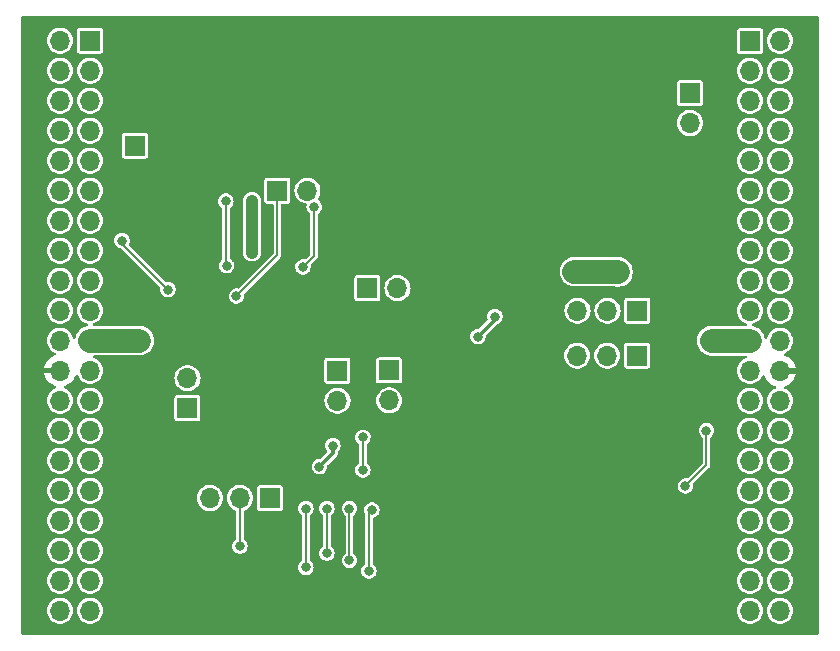
<source format=gbr>
%TF.GenerationSoftware,KiCad,Pcbnew,8.0.6-8.0.6-0~ubuntu24.04.1*%
%TF.CreationDate,2024-10-23T09:06:02-07:00*%
%TF.ProjectId,z80_sampler,7a38305f-7361-46d7-906c-65722e6b6963,1.0*%
%TF.SameCoordinates,Original*%
%TF.FileFunction,Copper,L2,Bot*%
%TF.FilePolarity,Positive*%
%FSLAX46Y46*%
G04 Gerber Fmt 4.6, Leading zero omitted, Abs format (unit mm)*
G04 Created by KiCad (PCBNEW 8.0.6-8.0.6-0~ubuntu24.04.1) date 2024-10-23 09:06:02*
%MOMM*%
%LPD*%
G01*
G04 APERTURE LIST*
%TA.AperFunction,ComponentPad*%
%ADD10R,1.700000X1.700000*%
%TD*%
%TA.AperFunction,ComponentPad*%
%ADD11O,1.700000X1.700000*%
%TD*%
%TA.AperFunction,ViaPad*%
%ADD12C,0.800000*%
%TD*%
%TA.AperFunction,Conductor*%
%ADD13C,2.000000*%
%TD*%
%TA.AperFunction,Conductor*%
%ADD14C,0.300000*%
%TD*%
%TA.AperFunction,Conductor*%
%ADD15C,1.000000*%
%TD*%
%TA.AperFunction,Conductor*%
%ADD16C,0.150000*%
%TD*%
G04 APERTURE END LIST*
D10*
%TO.P,JP8,1,A*%
%TO.N,Net-(JP8-A)*%
X96520000Y-24760000D03*
D11*
%TO.P,JP8,2,B*%
%TO.N,Net-(JP8-B)*%
X96520000Y-27300000D03*
%TD*%
D10*
%TO.P,CONN1,1,Pin_1*%
%TO.N,/A11*%
X45720000Y-20320000D03*
D11*
%TO.P,CONN1,2,Pin_2*%
%TO.N,/A10*%
X43180000Y-20320000D03*
%TO.P,CONN1,3,Pin_3*%
%TO.N,/A12*%
X45720000Y-22860000D03*
%TO.P,CONN1,4,Pin_4*%
%TO.N,/A9*%
X43180000Y-22860000D03*
%TO.P,CONN1,5,Pin_5*%
%TO.N,/A13*%
X45720000Y-25400000D03*
%TO.P,CONN1,6,Pin_6*%
%TO.N,/A8*%
X43180000Y-25400000D03*
%TO.P,CONN1,7,Pin_7*%
%TO.N,/A14*%
X45720000Y-27940000D03*
%TO.P,CONN1,8,Pin_8*%
%TO.N,/A7*%
X43180000Y-27940000D03*
%TO.P,CONN1,9,Pin_9*%
%TO.N,/A15*%
X45720000Y-30480000D03*
%TO.P,CONN1,10,Pin_10*%
%TO.N,/A6*%
X43180000Y-30480000D03*
%TO.P,CONN1,11,Pin_11*%
%TO.N,/CLK*%
X45720000Y-33020000D03*
%TO.P,CONN1,12,Pin_12*%
%TO.N,/A5*%
X43180000Y-33020000D03*
%TO.P,CONN1,13,Pin_13*%
%TO.N,/HOST_D4*%
X45720000Y-35560000D03*
%TO.P,CONN1,14,Pin_14*%
%TO.N,/A4*%
X43180000Y-35560000D03*
%TO.P,CONN1,15,Pin_15*%
%TO.N,/HOST_D3*%
X45720000Y-38100000D03*
%TO.P,CONN1,16,Pin_16*%
%TO.N,/A3*%
X43180000Y-38100000D03*
%TO.P,CONN1,17,Pin_17*%
%TO.N,/HOST_D5*%
X45720000Y-40640000D03*
%TO.P,CONN1,18,Pin_18*%
%TO.N,/A2*%
X43180000Y-40640000D03*
%TO.P,CONN1,19,Pin_19*%
%TO.N,/HOST_D6*%
X45720000Y-43180000D03*
%TO.P,CONN1,20,Pin_20*%
%TO.N,/A1*%
X43180000Y-43180000D03*
%TO.P,CONN1,21,Pin_21*%
%TO.N,VCC*%
X45720000Y-45720000D03*
%TO.P,CONN1,22,Pin_22*%
%TO.N,/A0*%
X43180000Y-45720000D03*
%TO.P,CONN1,23,Pin_23*%
%TO.N,/HOST_D2*%
X45720000Y-48260000D03*
%TO.P,CONN1,24,Pin_24*%
%TO.N,GND*%
X43180000Y-48260000D03*
%TO.P,CONN1,25,Pin_25*%
%TO.N,/HOST_D7*%
X45720000Y-50800000D03*
%TO.P,CONN1,26,Pin_26*%
%TO.N,/REFSH_N*%
X43180000Y-50800000D03*
%TO.P,CONN1,27,Pin_27*%
%TO.N,/HOST_D0*%
X45720000Y-53340000D03*
%TO.P,CONN1,28,Pin_28*%
%TO.N,/M1_N*%
X43180000Y-53340000D03*
%TO.P,CONN1,29,Pin_29*%
%TO.N,/HOST_D1*%
X45720000Y-55880000D03*
%TO.P,CONN1,30,Pin_30*%
%TO.N,/HOST_RESET_N*%
X43180000Y-55880000D03*
%TO.P,CONN1,31,Pin_31*%
%TO.N,/HOST_INT_N*%
X45720000Y-58420000D03*
%TO.P,CONN1,32,Pin_32*%
%TO.N,/HOST_BUSREQ_N*%
X43180000Y-58420000D03*
%TO.P,CONN1,33,Pin_33*%
%TO.N,/HOST_NMI_N*%
X45720000Y-60960000D03*
%TO.P,CONN1,34,Pin_34*%
%TO.N,/HOST_WAIT_N*%
X43180000Y-60960000D03*
%TO.P,CONN1,35,Pin_35*%
%TO.N,/HALT_N*%
X45720000Y-63500000D03*
%TO.P,CONN1,36,Pin_36*%
%TO.N,/BUSAK_N*%
X43180000Y-63500000D03*
%TO.P,CONN1,37,Pin_37*%
%TO.N,/MREQ_N*%
X45720000Y-66040000D03*
%TO.P,CONN1,38,Pin_38*%
%TO.N,/WR_N*%
X43180000Y-66040000D03*
%TO.P,CONN1,39,Pin_39*%
%TO.N,/IORQ_N*%
X45720000Y-68580000D03*
%TO.P,CONN1,40,Pin_40*%
%TO.N,/RD_N*%
X43180000Y-68580000D03*
%TD*%
D10*
%TO.P,JP2,1,A*%
%TO.N,Net-(JP2-A)*%
X92075000Y-43180000D03*
D11*
%TO.P,JP2,2,C*%
%TO.N,/WAIT_N*%
X89535000Y-43180000D03*
%TO.P,JP2,3,B*%
%TO.N,/HOST_WAIT_N*%
X86995000Y-43180000D03*
%TD*%
D10*
%TO.P,JP5,1,A*%
%TO.N,/RD_N*%
X66675000Y-48260000D03*
D11*
%TO.P,JP5,2,B*%
%TO.N,Net-(JP5-B)*%
X66675000Y-50800000D03*
%TD*%
D10*
%TO.P,JP1,1,A*%
%TO.N,Net-(JP1-A)*%
X53975000Y-51440000D03*
D11*
%TO.P,JP1,2,B*%
%TO.N,VCC*%
X53975000Y-48900000D03*
%TD*%
D10*
%TO.P,JP3,1,A*%
%TO.N,Net-(JP3-A)*%
X92060000Y-46990000D03*
D11*
%TO.P,JP3,2,C*%
%TO.N,/RESET_N*%
X89520000Y-46990000D03*
%TO.P,JP3,3,B*%
%TO.N,/HOST_RESET_N*%
X86980000Y-46990000D03*
%TD*%
D10*
%TO.P,JP7,1,A*%
%TO.N,Net-(JP7-A)*%
X61590000Y-33020000D03*
D11*
%TO.P,JP7,2,B*%
%TO.N,Net-(JP7-B)*%
X64130000Y-33020000D03*
%TD*%
D10*
%TO.P,CONN2,1,Pin_1*%
%TO.N,/A11*%
X101600000Y-20340000D03*
D11*
%TO.P,CONN2,2,Pin_2*%
%TO.N,/A10*%
X104140000Y-20340000D03*
%TO.P,CONN2,3,Pin_3*%
%TO.N,/A12*%
X101600000Y-22880000D03*
%TO.P,CONN2,4,Pin_4*%
%TO.N,/A9*%
X104140000Y-22880000D03*
%TO.P,CONN2,5,Pin_5*%
%TO.N,/A13*%
X101600000Y-25420000D03*
%TO.P,CONN2,6,Pin_6*%
%TO.N,/A8*%
X104140000Y-25420000D03*
%TO.P,CONN2,7,Pin_7*%
%TO.N,/A14*%
X101600000Y-27960000D03*
%TO.P,CONN2,8,Pin_8*%
%TO.N,/A7*%
X104140000Y-27960000D03*
%TO.P,CONN2,9,Pin_9*%
%TO.N,/A15*%
X101600000Y-30500000D03*
%TO.P,CONN2,10,Pin_10*%
%TO.N,/A6*%
X104140000Y-30500000D03*
%TO.P,CONN2,11,Pin_11*%
%TO.N,/CLK*%
X101600000Y-33040000D03*
%TO.P,CONN2,12,Pin_12*%
%TO.N,/A5*%
X104140000Y-33040000D03*
%TO.P,CONN2,13,Pin_13*%
%TO.N,/D4*%
X101600000Y-35580000D03*
%TO.P,CONN2,14,Pin_14*%
%TO.N,/A4*%
X104140000Y-35580000D03*
%TO.P,CONN2,15,Pin_15*%
%TO.N,/D3*%
X101600000Y-38120000D03*
%TO.P,CONN2,16,Pin_16*%
%TO.N,/A3*%
X104140000Y-38120000D03*
%TO.P,CONN2,17,Pin_17*%
%TO.N,/D5*%
X101600000Y-40660000D03*
%TO.P,CONN2,18,Pin_18*%
%TO.N,/A2*%
X104140000Y-40660000D03*
%TO.P,CONN2,19,Pin_19*%
%TO.N,/D6*%
X101600000Y-43200000D03*
%TO.P,CONN2,20,Pin_20*%
%TO.N,/A1*%
X104140000Y-43200000D03*
%TO.P,CONN2,21,Pin_21*%
%TO.N,VCC*%
X101600000Y-45740000D03*
%TO.P,CONN2,22,Pin_22*%
%TO.N,/A0*%
X104140000Y-45740000D03*
%TO.P,CONN2,23,Pin_23*%
%TO.N,/D2*%
X101600000Y-48280000D03*
%TO.P,CONN2,24,Pin_24*%
%TO.N,GND*%
X104140000Y-48280000D03*
%TO.P,CONN2,25,Pin_25*%
%TO.N,/D7*%
X101600000Y-50820000D03*
%TO.P,CONN2,26,Pin_26*%
%TO.N,/REFSH_N*%
X104140000Y-50820000D03*
%TO.P,CONN2,27,Pin_27*%
%TO.N,/D0*%
X101600000Y-53360000D03*
%TO.P,CONN2,28,Pin_28*%
%TO.N,/M1_N*%
X104140000Y-53360000D03*
%TO.P,CONN2,29,Pin_29*%
%TO.N,/D1*%
X101600000Y-55900000D03*
%TO.P,CONN2,30,Pin_30*%
%TO.N,/RESET_N*%
X104140000Y-55900000D03*
%TO.P,CONN2,31,Pin_31*%
%TO.N,/INT_N*%
X101600000Y-58440000D03*
%TO.P,CONN2,32,Pin_32*%
%TO.N,/BUSREQ_N*%
X104140000Y-58440000D03*
%TO.P,CONN2,33,Pin_33*%
%TO.N,/NMI_N*%
X101600000Y-60980000D03*
%TO.P,CONN2,34,Pin_34*%
%TO.N,/WAIT_N*%
X104140000Y-60980000D03*
%TO.P,CONN2,35,Pin_35*%
%TO.N,/HALT_N*%
X101600000Y-63520000D03*
%TO.P,CONN2,36,Pin_36*%
%TO.N,/BUSAK_N*%
X104140000Y-63520000D03*
%TO.P,CONN2,37,Pin_37*%
%TO.N,/MREQ_N*%
X101600000Y-66060000D03*
%TO.P,CONN2,38,Pin_38*%
%TO.N,/WR_N*%
X104140000Y-66060000D03*
%TO.P,CONN2,39,Pin_39*%
%TO.N,/IORQ_N*%
X101600000Y-68600000D03*
%TO.P,CONN2,40,Pin_40*%
%TO.N,/RD_N*%
X104140000Y-68600000D03*
%TD*%
D10*
%TO.P,JP6,1,A*%
%TO.N,/CLK_2X*%
X69215000Y-41275000D03*
D11*
%TO.P,JP6,2,B*%
%TO.N,Net-(JP6-B)*%
X71755000Y-41275000D03*
%TD*%
D10*
%TO.P,JP4,1,A*%
%TO.N,/RD_N*%
X71055000Y-48255000D03*
D11*
%TO.P,JP4,2,B*%
%TO.N,Net-(JP4-B)*%
X71055000Y-50795000D03*
%TD*%
D10*
%TO.P,TP1,1,1*%
%TO.N,/CLK*%
X49530000Y-29210000D03*
%TD*%
%TO.P,JP9,1,A*%
%TO.N,/CLK_N*%
X60960000Y-59055000D03*
D11*
%TO.P,JP9,2,C*%
%TO.N,Net-(JP9-C)*%
X58420000Y-59055000D03*
%TO.P,JP9,3,B*%
%TO.N,/CLK_2X*%
X55880000Y-59055000D03*
%TD*%
D12*
%TO.N,GND*%
X94615000Y-41656000D03*
X61722000Y-44704000D03*
X86360000Y-51435000D03*
X84963000Y-63707000D03*
X86487000Y-24765000D03*
X68072000Y-38354000D03*
X53467000Y-46355000D03*
X81915000Y-38481000D03*
X72263000Y-24765000D03*
X75819000Y-53975000D03*
X56134000Y-54737000D03*
X94133500Y-48286500D03*
X53594000Y-57150000D03*
X93599000Y-23749000D03*
X80367500Y-61976000D03*
X76454000Y-45847000D03*
%TO.N,VCC*%
X90424000Y-39914000D03*
X80010000Y-43688000D03*
X59436000Y-33909000D03*
X59436000Y-38279000D03*
X66294000Y-54610000D03*
X78567250Y-45384750D03*
X86741000Y-39878000D03*
X98205000Y-45593000D03*
X50292000Y-45339000D03*
X65151000Y-56388000D03*
%TO.N,/IORQ_N*%
X69596000Y-60071000D03*
X69342000Y-65231000D03*
%TO.N,/BUSAK_N*%
X65786000Y-59944000D03*
X65786000Y-63731000D03*
%TO.N,/MREQ_N*%
X67691000Y-59944000D03*
X67691000Y-64331000D03*
%TO.N,/CLK*%
X52324000Y-41402000D03*
X48431426Y-37255426D03*
%TO.N,/RD_N*%
X68834000Y-56678000D03*
X64008000Y-64931000D03*
X64008000Y-59944000D03*
X68834000Y-53910000D03*
%TO.N,Net-(JP5-B)*%
X64706266Y-34400000D03*
X63754000Y-39497000D03*
%TO.N,Net-(JP7-A)*%
X58115757Y-41960243D03*
%TO.N,Net-(U2-Q4)*%
X97917000Y-53340000D03*
X96139000Y-58039000D03*
%TO.N,Net-(JP8-A)*%
X57216050Y-33919000D03*
X57289834Y-39383800D03*
%TO.N,Net-(JP9-C)*%
X58420000Y-63131000D03*
%TD*%
D13*
%TO.N,VCC*%
X90388000Y-39878000D02*
X90424000Y-39914000D01*
D14*
X80010000Y-43942000D02*
X78567250Y-45384750D01*
X66294000Y-55245000D02*
X65151000Y-56388000D01*
D15*
X59436000Y-38279000D02*
X59436000Y-33909000D01*
D13*
X86741000Y-39878000D02*
X90388000Y-39878000D01*
D14*
X66294000Y-54610000D02*
X66294000Y-55245000D01*
D13*
X101600000Y-45740000D02*
X98352000Y-45740000D01*
D14*
X80010000Y-43688000D02*
X80010000Y-43942000D01*
X49911000Y-45720000D02*
X50292000Y-45339000D01*
X98352000Y-45740000D02*
X98205000Y-45593000D01*
D13*
X45720000Y-45720000D02*
X49911000Y-45720000D01*
D16*
%TO.N,/IORQ_N*%
X69342000Y-60325000D02*
X69596000Y-60071000D01*
X69342000Y-65231000D02*
X69342000Y-60325000D01*
%TO.N,/BUSAK_N*%
X65786000Y-63731000D02*
X65786000Y-59944000D01*
%TO.N,/MREQ_N*%
X67691000Y-64331000D02*
X67691000Y-59944000D01*
%TO.N,/CLK*%
X52324000Y-41402000D02*
X48431426Y-37509426D01*
X48431426Y-37509426D02*
X48431426Y-37255426D01*
%TO.N,/RD_N*%
X64008000Y-59944000D02*
X64008000Y-64931000D01*
X68834000Y-53910000D02*
X68834000Y-56678000D01*
%TO.N,Net-(JP5-B)*%
X64706266Y-34400000D02*
X64706266Y-38544734D01*
X64706266Y-38544734D02*
X63754000Y-39497000D01*
%TO.N,Net-(JP7-A)*%
X61590000Y-38486000D02*
X61590000Y-33020000D01*
X58115757Y-41960243D02*
X61590000Y-38486000D01*
%TO.N,Net-(U2-Q4)*%
X97917000Y-53340000D02*
X97917000Y-56261000D01*
X97917000Y-56261000D02*
X96139000Y-58039000D01*
%TO.N,Net-(JP8-A)*%
X57216050Y-39310016D02*
X57289834Y-39383800D01*
X57216050Y-33919000D02*
X57216050Y-39310016D01*
%TO.N,Net-(JP9-C)*%
X58420000Y-63131000D02*
X58420000Y-59055000D01*
%TD*%
%TA.AperFunction,Conductor*%
%TO.N,GND*%
G36*
X107392539Y-18300185D02*
G01*
X107438294Y-18352989D01*
X107449500Y-18404500D01*
X107449500Y-70495500D01*
X107429815Y-70562539D01*
X107377011Y-70608294D01*
X107325500Y-70619500D01*
X39994500Y-70619500D01*
X39927461Y-70599815D01*
X39881706Y-70547011D01*
X39870500Y-70495500D01*
X39870500Y-68579999D01*
X42074785Y-68579999D01*
X42074785Y-68580000D01*
X42093602Y-68783082D01*
X42149417Y-68979247D01*
X42149422Y-68979260D01*
X42240327Y-69161821D01*
X42363237Y-69324581D01*
X42513958Y-69461980D01*
X42513960Y-69461982D01*
X42613141Y-69523392D01*
X42687363Y-69569348D01*
X42877544Y-69643024D01*
X43078024Y-69680500D01*
X43078026Y-69680500D01*
X43281974Y-69680500D01*
X43281976Y-69680500D01*
X43482456Y-69643024D01*
X43672637Y-69569348D01*
X43846041Y-69461981D01*
X43996764Y-69324579D01*
X44119673Y-69161821D01*
X44210582Y-68979250D01*
X44266397Y-68783083D01*
X44285215Y-68580000D01*
X44285215Y-68579999D01*
X44614785Y-68579999D01*
X44614785Y-68580000D01*
X44633602Y-68783082D01*
X44689417Y-68979247D01*
X44689422Y-68979260D01*
X44780327Y-69161821D01*
X44903237Y-69324581D01*
X45053958Y-69461980D01*
X45053960Y-69461982D01*
X45153141Y-69523392D01*
X45227363Y-69569348D01*
X45417544Y-69643024D01*
X45618024Y-69680500D01*
X45618026Y-69680500D01*
X45821974Y-69680500D01*
X45821976Y-69680500D01*
X46022456Y-69643024D01*
X46212637Y-69569348D01*
X46386041Y-69461981D01*
X46536764Y-69324579D01*
X46659673Y-69161821D01*
X46750582Y-68979250D01*
X46806397Y-68783083D01*
X46823362Y-68599999D01*
X100494785Y-68599999D01*
X100494785Y-68600000D01*
X100513602Y-68803082D01*
X100569417Y-68999247D01*
X100569422Y-68999260D01*
X100660327Y-69181821D01*
X100783237Y-69344581D01*
X100933958Y-69481980D01*
X100933960Y-69481982D01*
X101033141Y-69543392D01*
X101107363Y-69589348D01*
X101297544Y-69663024D01*
X101498024Y-69700500D01*
X101498026Y-69700500D01*
X101701974Y-69700500D01*
X101701976Y-69700500D01*
X101902456Y-69663024D01*
X102092637Y-69589348D01*
X102266041Y-69481981D01*
X102416764Y-69344579D01*
X102539673Y-69181821D01*
X102630582Y-68999250D01*
X102686397Y-68803083D01*
X102705215Y-68600000D01*
X102705215Y-68599999D01*
X103034785Y-68599999D01*
X103034785Y-68600000D01*
X103053602Y-68803082D01*
X103109417Y-68999247D01*
X103109422Y-68999260D01*
X103200327Y-69181821D01*
X103323237Y-69344581D01*
X103473958Y-69481980D01*
X103473960Y-69481982D01*
X103573141Y-69543392D01*
X103647363Y-69589348D01*
X103837544Y-69663024D01*
X104038024Y-69700500D01*
X104038026Y-69700500D01*
X104241974Y-69700500D01*
X104241976Y-69700500D01*
X104442456Y-69663024D01*
X104632637Y-69589348D01*
X104806041Y-69481981D01*
X104956764Y-69344579D01*
X105079673Y-69181821D01*
X105170582Y-68999250D01*
X105226397Y-68803083D01*
X105245215Y-68600000D01*
X105226397Y-68396917D01*
X105170582Y-68200750D01*
X105160624Y-68180752D01*
X105126272Y-68111764D01*
X105079673Y-68018179D01*
X104956764Y-67855421D01*
X104956762Y-67855418D01*
X104806041Y-67718019D01*
X104806039Y-67718017D01*
X104632642Y-67610655D01*
X104632635Y-67610651D01*
X104537546Y-67573814D01*
X104442456Y-67536976D01*
X104241976Y-67499500D01*
X104038024Y-67499500D01*
X103837544Y-67536976D01*
X103837541Y-67536976D01*
X103837541Y-67536977D01*
X103647364Y-67610651D01*
X103647357Y-67610655D01*
X103473960Y-67718017D01*
X103473958Y-67718019D01*
X103323237Y-67855418D01*
X103200327Y-68018178D01*
X103109422Y-68200739D01*
X103109417Y-68200752D01*
X103053602Y-68396917D01*
X103034785Y-68599999D01*
X102705215Y-68599999D01*
X102686397Y-68396917D01*
X102630582Y-68200750D01*
X102620624Y-68180752D01*
X102586272Y-68111764D01*
X102539673Y-68018179D01*
X102416764Y-67855421D01*
X102416762Y-67855418D01*
X102266041Y-67718019D01*
X102266039Y-67718017D01*
X102092642Y-67610655D01*
X102092635Y-67610651D01*
X101997546Y-67573814D01*
X101902456Y-67536976D01*
X101701976Y-67499500D01*
X101498024Y-67499500D01*
X101297544Y-67536976D01*
X101297541Y-67536976D01*
X101297541Y-67536977D01*
X101107364Y-67610651D01*
X101107357Y-67610655D01*
X100933960Y-67718017D01*
X100933958Y-67718019D01*
X100783237Y-67855418D01*
X100660327Y-68018178D01*
X100569422Y-68200739D01*
X100569417Y-68200752D01*
X100513602Y-68396917D01*
X100494785Y-68599999D01*
X46823362Y-68599999D01*
X46825215Y-68580000D01*
X46806397Y-68376917D01*
X46750582Y-68180750D01*
X46659673Y-67998179D01*
X46536764Y-67835421D01*
X46536762Y-67835418D01*
X46386041Y-67698019D01*
X46386039Y-67698017D01*
X46212642Y-67590655D01*
X46212635Y-67590651D01*
X46074082Y-67536976D01*
X46022456Y-67516976D01*
X45821976Y-67479500D01*
X45618024Y-67479500D01*
X45417544Y-67516976D01*
X45417541Y-67516976D01*
X45417541Y-67516977D01*
X45227364Y-67590651D01*
X45227357Y-67590655D01*
X45053960Y-67698017D01*
X45053958Y-67698019D01*
X44903237Y-67835418D01*
X44780327Y-67998178D01*
X44689422Y-68180739D01*
X44689417Y-68180752D01*
X44633602Y-68376917D01*
X44614785Y-68579999D01*
X44285215Y-68579999D01*
X44266397Y-68376917D01*
X44210582Y-68180750D01*
X44119673Y-67998179D01*
X43996764Y-67835421D01*
X43996762Y-67835418D01*
X43846041Y-67698019D01*
X43846039Y-67698017D01*
X43672642Y-67590655D01*
X43672635Y-67590651D01*
X43534082Y-67536976D01*
X43482456Y-67516976D01*
X43281976Y-67479500D01*
X43078024Y-67479500D01*
X42877544Y-67516976D01*
X42877541Y-67516976D01*
X42877541Y-67516977D01*
X42687364Y-67590651D01*
X42687357Y-67590655D01*
X42513960Y-67698017D01*
X42513958Y-67698019D01*
X42363237Y-67835418D01*
X42240327Y-67998178D01*
X42149422Y-68180739D01*
X42149417Y-68180752D01*
X42093602Y-68376917D01*
X42074785Y-68579999D01*
X39870500Y-68579999D01*
X39870500Y-66039999D01*
X42074785Y-66039999D01*
X42074785Y-66040000D01*
X42093602Y-66243082D01*
X42149417Y-66439247D01*
X42149422Y-66439260D01*
X42240327Y-66621821D01*
X42363237Y-66784581D01*
X42513958Y-66921980D01*
X42513960Y-66921982D01*
X42613141Y-66983392D01*
X42687363Y-67029348D01*
X42877544Y-67103024D01*
X43078024Y-67140500D01*
X43078026Y-67140500D01*
X43281974Y-67140500D01*
X43281976Y-67140500D01*
X43482456Y-67103024D01*
X43672637Y-67029348D01*
X43846041Y-66921981D01*
X43996764Y-66784579D01*
X44119673Y-66621821D01*
X44210582Y-66439250D01*
X44266397Y-66243083D01*
X44285215Y-66040000D01*
X44285215Y-66039999D01*
X44614785Y-66039999D01*
X44614785Y-66040000D01*
X44633602Y-66243082D01*
X44689417Y-66439247D01*
X44689422Y-66439260D01*
X44780327Y-66621821D01*
X44903237Y-66784581D01*
X45053958Y-66921980D01*
X45053960Y-66921982D01*
X45153141Y-66983392D01*
X45227363Y-67029348D01*
X45417544Y-67103024D01*
X45618024Y-67140500D01*
X45618026Y-67140500D01*
X45821974Y-67140500D01*
X45821976Y-67140500D01*
X46022456Y-67103024D01*
X46212637Y-67029348D01*
X46386041Y-66921981D01*
X46536764Y-66784579D01*
X46659673Y-66621821D01*
X46750582Y-66439250D01*
X46806397Y-66243083D01*
X46823362Y-66059999D01*
X100494785Y-66059999D01*
X100494785Y-66060000D01*
X100513602Y-66263082D01*
X100569417Y-66459247D01*
X100569422Y-66459260D01*
X100660327Y-66641821D01*
X100783237Y-66804581D01*
X100933958Y-66941980D01*
X100933960Y-66941982D01*
X101033141Y-67003392D01*
X101107363Y-67049348D01*
X101297544Y-67123024D01*
X101498024Y-67160500D01*
X101498026Y-67160500D01*
X101701974Y-67160500D01*
X101701976Y-67160500D01*
X101902456Y-67123024D01*
X102092637Y-67049348D01*
X102266041Y-66941981D01*
X102416764Y-66804579D01*
X102539673Y-66641821D01*
X102630582Y-66459250D01*
X102686397Y-66263083D01*
X102705215Y-66060000D01*
X102705215Y-66059999D01*
X103034785Y-66059999D01*
X103034785Y-66060000D01*
X103053602Y-66263082D01*
X103109417Y-66459247D01*
X103109422Y-66459260D01*
X103200327Y-66641821D01*
X103323237Y-66804581D01*
X103473958Y-66941980D01*
X103473960Y-66941982D01*
X103573141Y-67003392D01*
X103647363Y-67049348D01*
X103837544Y-67123024D01*
X104038024Y-67160500D01*
X104038026Y-67160500D01*
X104241974Y-67160500D01*
X104241976Y-67160500D01*
X104442456Y-67123024D01*
X104632637Y-67049348D01*
X104806041Y-66941981D01*
X104956764Y-66804579D01*
X105079673Y-66641821D01*
X105170582Y-66459250D01*
X105226397Y-66263083D01*
X105245215Y-66060000D01*
X105226397Y-65856917D01*
X105170582Y-65660750D01*
X105160624Y-65640752D01*
X105108227Y-65535523D01*
X105079673Y-65478179D01*
X104956764Y-65315421D01*
X104956762Y-65315418D01*
X104806041Y-65178019D01*
X104806039Y-65178017D01*
X104632642Y-65070655D01*
X104632635Y-65070651D01*
X104537546Y-65033814D01*
X104442456Y-64996976D01*
X104241976Y-64959500D01*
X104038024Y-64959500D01*
X103837544Y-64996976D01*
X103837541Y-64996976D01*
X103837541Y-64996977D01*
X103647364Y-65070651D01*
X103647357Y-65070655D01*
X103473960Y-65178017D01*
X103473958Y-65178019D01*
X103323237Y-65315418D01*
X103200327Y-65478178D01*
X103109422Y-65660739D01*
X103109417Y-65660752D01*
X103053602Y-65856917D01*
X103034785Y-66059999D01*
X102705215Y-66059999D01*
X102686397Y-65856917D01*
X102630582Y-65660750D01*
X102620624Y-65640752D01*
X102568227Y-65535523D01*
X102539673Y-65478179D01*
X102416764Y-65315421D01*
X102416762Y-65315418D01*
X102266041Y-65178019D01*
X102266039Y-65178017D01*
X102092642Y-65070655D01*
X102092635Y-65070651D01*
X101997546Y-65033814D01*
X101902456Y-64996976D01*
X101701976Y-64959500D01*
X101498024Y-64959500D01*
X101297544Y-64996976D01*
X101297541Y-64996976D01*
X101297541Y-64996977D01*
X101107364Y-65070651D01*
X101107357Y-65070655D01*
X100933960Y-65178017D01*
X100933958Y-65178019D01*
X100783237Y-65315418D01*
X100660327Y-65478178D01*
X100569422Y-65660739D01*
X100569417Y-65660752D01*
X100513602Y-65856917D01*
X100494785Y-66059999D01*
X46823362Y-66059999D01*
X46825215Y-66040000D01*
X46806397Y-65836917D01*
X46750582Y-65640750D01*
X46659673Y-65458179D01*
X46536764Y-65295421D01*
X46536762Y-65295418D01*
X46386041Y-65158019D01*
X46386039Y-65158017D01*
X46212642Y-65050655D01*
X46212635Y-65050651D01*
X46074082Y-64996976D01*
X46022456Y-64976976D01*
X45821976Y-64939500D01*
X45618024Y-64939500D01*
X45417544Y-64976976D01*
X45417541Y-64976976D01*
X45417541Y-64976977D01*
X45227364Y-65050651D01*
X45227357Y-65050655D01*
X45053960Y-65158017D01*
X45053958Y-65158019D01*
X44903237Y-65295418D01*
X44780327Y-65458178D01*
X44689422Y-65640739D01*
X44689417Y-65640752D01*
X44633602Y-65836917D01*
X44614785Y-66039999D01*
X44285215Y-66039999D01*
X44266397Y-65836917D01*
X44210582Y-65640750D01*
X44119673Y-65458179D01*
X43996764Y-65295421D01*
X43996762Y-65295418D01*
X43846041Y-65158019D01*
X43846039Y-65158017D01*
X43672642Y-65050655D01*
X43672635Y-65050651D01*
X43534082Y-64996976D01*
X43482456Y-64976976D01*
X43281976Y-64939500D01*
X43078024Y-64939500D01*
X42877544Y-64976976D01*
X42877541Y-64976976D01*
X42877541Y-64976977D01*
X42687364Y-65050651D01*
X42687357Y-65050655D01*
X42513960Y-65158017D01*
X42513958Y-65158019D01*
X42363237Y-65295418D01*
X42240327Y-65458178D01*
X42149422Y-65640739D01*
X42149417Y-65640752D01*
X42093602Y-65836917D01*
X42074785Y-66039999D01*
X39870500Y-66039999D01*
X39870500Y-63499999D01*
X42074785Y-63499999D01*
X42074785Y-63500000D01*
X42093602Y-63703082D01*
X42149417Y-63899247D01*
X42149422Y-63899260D01*
X42240327Y-64081821D01*
X42363237Y-64244581D01*
X42513958Y-64381980D01*
X42513960Y-64381982D01*
X42613141Y-64443392D01*
X42687363Y-64489348D01*
X42877544Y-64563024D01*
X43078024Y-64600500D01*
X43078026Y-64600500D01*
X43281974Y-64600500D01*
X43281976Y-64600500D01*
X43482456Y-64563024D01*
X43672637Y-64489348D01*
X43846041Y-64381981D01*
X43996764Y-64244579D01*
X44119673Y-64081821D01*
X44210582Y-63899250D01*
X44266397Y-63703083D01*
X44285215Y-63500000D01*
X44285215Y-63499999D01*
X44614785Y-63499999D01*
X44614785Y-63500000D01*
X44633602Y-63703082D01*
X44689417Y-63899247D01*
X44689422Y-63899260D01*
X44780327Y-64081821D01*
X44903237Y-64244581D01*
X45053958Y-64381980D01*
X45053960Y-64381982D01*
X45153141Y-64443392D01*
X45227363Y-64489348D01*
X45417544Y-64563024D01*
X45618024Y-64600500D01*
X45618026Y-64600500D01*
X45821974Y-64600500D01*
X45821976Y-64600500D01*
X46022456Y-64563024D01*
X46212637Y-64489348D01*
X46386041Y-64381981D01*
X46536764Y-64244579D01*
X46659673Y-64081821D01*
X46750582Y-63899250D01*
X46806397Y-63703083D01*
X46825215Y-63500000D01*
X46819240Y-63435523D01*
X46806397Y-63296917D01*
X46803808Y-63287818D01*
X46750582Y-63100750D01*
X46747470Y-63094501D01*
X46687559Y-62974182D01*
X46659673Y-62918179D01*
X46536764Y-62755421D01*
X46536762Y-62755418D01*
X46386041Y-62618019D01*
X46386039Y-62618017D01*
X46212642Y-62510655D01*
X46212635Y-62510651D01*
X46074082Y-62456976D01*
X46022456Y-62436976D01*
X45821976Y-62399500D01*
X45618024Y-62399500D01*
X45417544Y-62436976D01*
X45417541Y-62436976D01*
X45417541Y-62436977D01*
X45227364Y-62510651D01*
X45227357Y-62510655D01*
X45053960Y-62618017D01*
X45053958Y-62618019D01*
X44903237Y-62755418D01*
X44780327Y-62918178D01*
X44689422Y-63100739D01*
X44689417Y-63100752D01*
X44633602Y-63296917D01*
X44614785Y-63499999D01*
X44285215Y-63499999D01*
X44279240Y-63435523D01*
X44266397Y-63296917D01*
X44263808Y-63287818D01*
X44210582Y-63100750D01*
X44207470Y-63094501D01*
X44147559Y-62974182D01*
X44119673Y-62918179D01*
X43996764Y-62755421D01*
X43996762Y-62755418D01*
X43846041Y-62618019D01*
X43846039Y-62618017D01*
X43672642Y-62510655D01*
X43672635Y-62510651D01*
X43534082Y-62456976D01*
X43482456Y-62436976D01*
X43281976Y-62399500D01*
X43078024Y-62399500D01*
X42877544Y-62436976D01*
X42877541Y-62436976D01*
X42877541Y-62436977D01*
X42687364Y-62510651D01*
X42687357Y-62510655D01*
X42513960Y-62618017D01*
X42513958Y-62618019D01*
X42363237Y-62755418D01*
X42240327Y-62918178D01*
X42149422Y-63100739D01*
X42149417Y-63100752D01*
X42093602Y-63296917D01*
X42074785Y-63499999D01*
X39870500Y-63499999D01*
X39870500Y-60959999D01*
X42074785Y-60959999D01*
X42074785Y-60960000D01*
X42093602Y-61163082D01*
X42149417Y-61359247D01*
X42149422Y-61359260D01*
X42240327Y-61541821D01*
X42363237Y-61704581D01*
X42513958Y-61841980D01*
X42513960Y-61841982D01*
X42613141Y-61903392D01*
X42687363Y-61949348D01*
X42877544Y-62023024D01*
X43078024Y-62060500D01*
X43078026Y-62060500D01*
X43281974Y-62060500D01*
X43281976Y-62060500D01*
X43482456Y-62023024D01*
X43672637Y-61949348D01*
X43846041Y-61841981D01*
X43996764Y-61704579D01*
X44119673Y-61541821D01*
X44210582Y-61359250D01*
X44266397Y-61163083D01*
X44285215Y-60960000D01*
X44285215Y-60959999D01*
X44614785Y-60959999D01*
X44614785Y-60960000D01*
X44633602Y-61163082D01*
X44689417Y-61359247D01*
X44689422Y-61359260D01*
X44780327Y-61541821D01*
X44903237Y-61704581D01*
X45053958Y-61841980D01*
X45053960Y-61841982D01*
X45153141Y-61903392D01*
X45227363Y-61949348D01*
X45417544Y-62023024D01*
X45618024Y-62060500D01*
X45618026Y-62060500D01*
X45821974Y-62060500D01*
X45821976Y-62060500D01*
X46022456Y-62023024D01*
X46212637Y-61949348D01*
X46386041Y-61841981D01*
X46536764Y-61704579D01*
X46659673Y-61541821D01*
X46750582Y-61359250D01*
X46806397Y-61163083D01*
X46825215Y-60960000D01*
X46806397Y-60756917D01*
X46750582Y-60560750D01*
X46659673Y-60378179D01*
X46561762Y-60248524D01*
X46536762Y-60215418D01*
X46386041Y-60078019D01*
X46386039Y-60078017D01*
X46212642Y-59970655D01*
X46212635Y-59970651D01*
X46066870Y-59914182D01*
X46022456Y-59896976D01*
X45821976Y-59859500D01*
X45618024Y-59859500D01*
X45417544Y-59896976D01*
X45417541Y-59896976D01*
X45417541Y-59896977D01*
X45227364Y-59970651D01*
X45227357Y-59970655D01*
X45053960Y-60078017D01*
X45053958Y-60078019D01*
X44903237Y-60215418D01*
X44780327Y-60378178D01*
X44689422Y-60560739D01*
X44689417Y-60560752D01*
X44633602Y-60756917D01*
X44614785Y-60959999D01*
X44285215Y-60959999D01*
X44266397Y-60756917D01*
X44210582Y-60560750D01*
X44119673Y-60378179D01*
X44021762Y-60248524D01*
X43996762Y-60215418D01*
X43846041Y-60078019D01*
X43846039Y-60078017D01*
X43672642Y-59970655D01*
X43672635Y-59970651D01*
X43526870Y-59914182D01*
X43482456Y-59896976D01*
X43281976Y-59859500D01*
X43078024Y-59859500D01*
X42877544Y-59896976D01*
X42877541Y-59896976D01*
X42877541Y-59896977D01*
X42687364Y-59970651D01*
X42687357Y-59970655D01*
X42513960Y-60078017D01*
X42513958Y-60078019D01*
X42363237Y-60215418D01*
X42240327Y-60378178D01*
X42149422Y-60560739D01*
X42149417Y-60560752D01*
X42093602Y-60756917D01*
X42074785Y-60959999D01*
X39870500Y-60959999D01*
X39870500Y-58419999D01*
X42074785Y-58419999D01*
X42074785Y-58420000D01*
X42093602Y-58623082D01*
X42149417Y-58819247D01*
X42149422Y-58819260D01*
X42240327Y-59001821D01*
X42363237Y-59164581D01*
X42513958Y-59301980D01*
X42513960Y-59301982D01*
X42561317Y-59331304D01*
X42687363Y-59409348D01*
X42877544Y-59483024D01*
X43078024Y-59520500D01*
X43078026Y-59520500D01*
X43281974Y-59520500D01*
X43281976Y-59520500D01*
X43482456Y-59483024D01*
X43672637Y-59409348D01*
X43846041Y-59301981D01*
X43996764Y-59164579D01*
X44119673Y-59001821D01*
X44210582Y-58819250D01*
X44266397Y-58623083D01*
X44285215Y-58420000D01*
X44285215Y-58419999D01*
X44614785Y-58419999D01*
X44614785Y-58420000D01*
X44633602Y-58623082D01*
X44689417Y-58819247D01*
X44689422Y-58819260D01*
X44780327Y-59001821D01*
X44903237Y-59164581D01*
X45053958Y-59301980D01*
X45053960Y-59301982D01*
X45101317Y-59331304D01*
X45227363Y-59409348D01*
X45417544Y-59483024D01*
X45618024Y-59520500D01*
X45618026Y-59520500D01*
X45821974Y-59520500D01*
X45821976Y-59520500D01*
X46022456Y-59483024D01*
X46212637Y-59409348D01*
X46386041Y-59301981D01*
X46536764Y-59164579D01*
X46619515Y-59054999D01*
X54774785Y-59054999D01*
X54774785Y-59055000D01*
X54793602Y-59258082D01*
X54849417Y-59454247D01*
X54849422Y-59454260D01*
X54940327Y-59636821D01*
X55063237Y-59799581D01*
X55213958Y-59936980D01*
X55213960Y-59936982D01*
X55268344Y-59970655D01*
X55387363Y-60044348D01*
X55577544Y-60118024D01*
X55778024Y-60155500D01*
X55778026Y-60155500D01*
X55981974Y-60155500D01*
X55981976Y-60155500D01*
X56182456Y-60118024D01*
X56372637Y-60044348D01*
X56546041Y-59936981D01*
X56696764Y-59799579D01*
X56819673Y-59636821D01*
X56910582Y-59454250D01*
X56966397Y-59258083D01*
X56985215Y-59055000D01*
X56985215Y-59054999D01*
X57314785Y-59054999D01*
X57314785Y-59055000D01*
X57333602Y-59258082D01*
X57389417Y-59454247D01*
X57389422Y-59454260D01*
X57480327Y-59636821D01*
X57603237Y-59799581D01*
X57753958Y-59936980D01*
X57753960Y-59936982D01*
X57808344Y-59970655D01*
X57927363Y-60044348D01*
X58015294Y-60078412D01*
X58070695Y-60120983D01*
X58094286Y-60186750D01*
X58094500Y-60194038D01*
X58094500Y-62494501D01*
X58074815Y-62561540D01*
X58052727Y-62587317D01*
X58047760Y-62591716D01*
X58047760Y-62591717D01*
X57929517Y-62696470D01*
X57929516Y-62696471D01*
X57839781Y-62826475D01*
X57839780Y-62826476D01*
X57783762Y-62974181D01*
X57764722Y-63130999D01*
X57764722Y-63131000D01*
X57783762Y-63287818D01*
X57836349Y-63426476D01*
X57839780Y-63435523D01*
X57929517Y-63565530D01*
X58047760Y-63670283D01*
X58047762Y-63670284D01*
X58187634Y-63743696D01*
X58341014Y-63781500D01*
X58341015Y-63781500D01*
X58498985Y-63781500D01*
X58652365Y-63743696D01*
X58691641Y-63723082D01*
X58792240Y-63670283D01*
X58910483Y-63565530D01*
X59000220Y-63435523D01*
X59056237Y-63287818D01*
X59075278Y-63131000D01*
X59074034Y-63120750D01*
X59056237Y-62974181D01*
X59034992Y-62918164D01*
X59000220Y-62826477D01*
X58910483Y-62696470D01*
X58792240Y-62591717D01*
X58792239Y-62591716D01*
X58787273Y-62587317D01*
X58750146Y-62528127D01*
X58745500Y-62494501D01*
X58745500Y-60194038D01*
X58765185Y-60126999D01*
X58817989Y-60081244D01*
X58824688Y-60078418D01*
X58912637Y-60044348D01*
X59086041Y-59936981D01*
X59236764Y-59799579D01*
X59359673Y-59636821D01*
X59450582Y-59454250D01*
X59506397Y-59258083D01*
X59525215Y-59055000D01*
X59506397Y-58851917D01*
X59450582Y-58655750D01*
X59448563Y-58651696D01*
X59406272Y-58566764D01*
X59359673Y-58473179D01*
X59261762Y-58343524D01*
X59236762Y-58310418D01*
X59094051Y-58180321D01*
X59859500Y-58180321D01*
X59859500Y-59929678D01*
X59874032Y-60002735D01*
X59874033Y-60002739D01*
X59874034Y-60002740D01*
X59929399Y-60085601D01*
X59982353Y-60120983D01*
X60012260Y-60140966D01*
X60012264Y-60140967D01*
X60085321Y-60155499D01*
X60085324Y-60155500D01*
X60085326Y-60155500D01*
X61834676Y-60155500D01*
X61834677Y-60155499D01*
X61907740Y-60140966D01*
X61990601Y-60085601D01*
X62045966Y-60002740D01*
X62057651Y-59943999D01*
X63352722Y-59943999D01*
X63352722Y-59944000D01*
X63371762Y-60100818D01*
X63427780Y-60248523D01*
X63427781Y-60248524D01*
X63517517Y-60378531D01*
X63567940Y-60423200D01*
X63635760Y-60483283D01*
X63635763Y-60483284D01*
X63640726Y-60487681D01*
X63677853Y-60546870D01*
X63682500Y-60580497D01*
X63682500Y-64294501D01*
X63662815Y-64361540D01*
X63640727Y-64387317D01*
X63635760Y-64391716D01*
X63635760Y-64391717D01*
X63624173Y-64401982D01*
X63517516Y-64496471D01*
X63427781Y-64626475D01*
X63427780Y-64626476D01*
X63371762Y-64774181D01*
X63352722Y-64930999D01*
X63352722Y-64931000D01*
X63371762Y-65087818D01*
X63426064Y-65230999D01*
X63427780Y-65235523D01*
X63517517Y-65365530D01*
X63635760Y-65470283D01*
X63635762Y-65470284D01*
X63775634Y-65543696D01*
X63929014Y-65581500D01*
X63929015Y-65581500D01*
X64086985Y-65581500D01*
X64240365Y-65543696D01*
X64255937Y-65535523D01*
X64380240Y-65470283D01*
X64498483Y-65365530D01*
X64588220Y-65235523D01*
X64589936Y-65230999D01*
X68686722Y-65230999D01*
X68686722Y-65231000D01*
X68705762Y-65387818D01*
X68737038Y-65470284D01*
X68761780Y-65535523D01*
X68851517Y-65665530D01*
X68969760Y-65770283D01*
X68969762Y-65770284D01*
X69109634Y-65843696D01*
X69263014Y-65881500D01*
X69263015Y-65881500D01*
X69420985Y-65881500D01*
X69574365Y-65843696D01*
X69587281Y-65836917D01*
X69714240Y-65770283D01*
X69832483Y-65665530D01*
X69922220Y-65535523D01*
X69978237Y-65387818D01*
X69997278Y-65231000D01*
X69978237Y-65074182D01*
X69976899Y-65070655D01*
X69941372Y-64976977D01*
X69922220Y-64926477D01*
X69832483Y-64796470D01*
X69714240Y-64691717D01*
X69714239Y-64691716D01*
X69709273Y-64687317D01*
X69672146Y-64628127D01*
X69667500Y-64594501D01*
X69667500Y-63519999D01*
X100494785Y-63519999D01*
X100494785Y-63520000D01*
X100513602Y-63723082D01*
X100569417Y-63919247D01*
X100569422Y-63919260D01*
X100660327Y-64101821D01*
X100783237Y-64264581D01*
X100933958Y-64401980D01*
X100933960Y-64401982D01*
X101033141Y-64463392D01*
X101107363Y-64509348D01*
X101297544Y-64583024D01*
X101498024Y-64620500D01*
X101498026Y-64620500D01*
X101701974Y-64620500D01*
X101701976Y-64620500D01*
X101902456Y-64583024D01*
X102092637Y-64509348D01*
X102266041Y-64401981D01*
X102416764Y-64264579D01*
X102539673Y-64101821D01*
X102630582Y-63919250D01*
X102686397Y-63723083D01*
X102705215Y-63520000D01*
X102705215Y-63519999D01*
X103034785Y-63519999D01*
X103034785Y-63520000D01*
X103053602Y-63723082D01*
X103109417Y-63919247D01*
X103109422Y-63919260D01*
X103200327Y-64101821D01*
X103323237Y-64264581D01*
X103473958Y-64401980D01*
X103473960Y-64401982D01*
X103573141Y-64463392D01*
X103647363Y-64509348D01*
X103837544Y-64583024D01*
X104038024Y-64620500D01*
X104038026Y-64620500D01*
X104241974Y-64620500D01*
X104241976Y-64620500D01*
X104442456Y-64583024D01*
X104632637Y-64509348D01*
X104806041Y-64401981D01*
X104956764Y-64264579D01*
X105079673Y-64101821D01*
X105170582Y-63919250D01*
X105226397Y-63723083D01*
X105245215Y-63520000D01*
X105226397Y-63316917D01*
X105170582Y-63120750D01*
X105160624Y-63100752D01*
X105097600Y-62974182D01*
X105079673Y-62938179D01*
X104956764Y-62775421D01*
X104956762Y-62775418D01*
X104806041Y-62638019D01*
X104806039Y-62638017D01*
X104632642Y-62530655D01*
X104632635Y-62530651D01*
X104537546Y-62493814D01*
X104442456Y-62456976D01*
X104241976Y-62419500D01*
X104038024Y-62419500D01*
X103837544Y-62456976D01*
X103837541Y-62456976D01*
X103837541Y-62456977D01*
X103647364Y-62530651D01*
X103647357Y-62530655D01*
X103473960Y-62638017D01*
X103473958Y-62638019D01*
X103323237Y-62775418D01*
X103200327Y-62938178D01*
X103109422Y-63120739D01*
X103109417Y-63120752D01*
X103053602Y-63316917D01*
X103034785Y-63519999D01*
X102705215Y-63519999D01*
X102686397Y-63316917D01*
X102630582Y-63120750D01*
X102620624Y-63100752D01*
X102557600Y-62974182D01*
X102539673Y-62938179D01*
X102416764Y-62775421D01*
X102416762Y-62775418D01*
X102266041Y-62638019D01*
X102266039Y-62638017D01*
X102092642Y-62530655D01*
X102092635Y-62530651D01*
X101997546Y-62493814D01*
X101902456Y-62456976D01*
X101701976Y-62419500D01*
X101498024Y-62419500D01*
X101297544Y-62456976D01*
X101297541Y-62456976D01*
X101297541Y-62456977D01*
X101107364Y-62530651D01*
X101107357Y-62530655D01*
X100933960Y-62638017D01*
X100933958Y-62638019D01*
X100783237Y-62775418D01*
X100660327Y-62938178D01*
X100569422Y-63120739D01*
X100569417Y-63120752D01*
X100513602Y-63316917D01*
X100494785Y-63519999D01*
X69667500Y-63519999D01*
X69667500Y-60979999D01*
X100494785Y-60979999D01*
X100494785Y-60980000D01*
X100513602Y-61183082D01*
X100569417Y-61379247D01*
X100569422Y-61379260D01*
X100660327Y-61561821D01*
X100783237Y-61724581D01*
X100933958Y-61861980D01*
X100933960Y-61861982D01*
X101033141Y-61923392D01*
X101107363Y-61969348D01*
X101297544Y-62043024D01*
X101498024Y-62080500D01*
X101498026Y-62080500D01*
X101701974Y-62080500D01*
X101701976Y-62080500D01*
X101902456Y-62043024D01*
X102092637Y-61969348D01*
X102266041Y-61861981D01*
X102416764Y-61724579D01*
X102539673Y-61561821D01*
X102630582Y-61379250D01*
X102686397Y-61183083D01*
X102705215Y-60980000D01*
X102705215Y-60979999D01*
X103034785Y-60979999D01*
X103034785Y-60980000D01*
X103053602Y-61183082D01*
X103109417Y-61379247D01*
X103109422Y-61379260D01*
X103200327Y-61561821D01*
X103323237Y-61724581D01*
X103473958Y-61861980D01*
X103473960Y-61861982D01*
X103573141Y-61923392D01*
X103647363Y-61969348D01*
X103837544Y-62043024D01*
X104038024Y-62080500D01*
X104038026Y-62080500D01*
X104241974Y-62080500D01*
X104241976Y-62080500D01*
X104442456Y-62043024D01*
X104632637Y-61969348D01*
X104806041Y-61861981D01*
X104956764Y-61724579D01*
X105079673Y-61561821D01*
X105170582Y-61379250D01*
X105226397Y-61183083D01*
X105245215Y-60980000D01*
X105226397Y-60776917D01*
X105170582Y-60580750D01*
X105160624Y-60560752D01*
X105122049Y-60483283D01*
X105079673Y-60398179D01*
X104956764Y-60235421D01*
X104956762Y-60235418D01*
X104806041Y-60098019D01*
X104806039Y-60098017D01*
X104632642Y-59990655D01*
X104632635Y-59990651D01*
X104494095Y-59936981D01*
X104442456Y-59916976D01*
X104241976Y-59879500D01*
X104038024Y-59879500D01*
X103837544Y-59916976D01*
X103837541Y-59916976D01*
X103837541Y-59916977D01*
X103647364Y-59990651D01*
X103647357Y-59990655D01*
X103473960Y-60098017D01*
X103473958Y-60098019D01*
X103323237Y-60235418D01*
X103200327Y-60398178D01*
X103109422Y-60580739D01*
X103109417Y-60580752D01*
X103053602Y-60776917D01*
X103034785Y-60979999D01*
X102705215Y-60979999D01*
X102686397Y-60776917D01*
X102630582Y-60580750D01*
X102620624Y-60560752D01*
X102582049Y-60483283D01*
X102539673Y-60398179D01*
X102416764Y-60235421D01*
X102416762Y-60235418D01*
X102266041Y-60098019D01*
X102266039Y-60098017D01*
X102092642Y-59990655D01*
X102092635Y-59990651D01*
X101954095Y-59936981D01*
X101902456Y-59916976D01*
X101701976Y-59879500D01*
X101498024Y-59879500D01*
X101297544Y-59916976D01*
X101297541Y-59916976D01*
X101297541Y-59916977D01*
X101107364Y-59990651D01*
X101107357Y-59990655D01*
X100933960Y-60098017D01*
X100933958Y-60098019D01*
X100783237Y-60235418D01*
X100660327Y-60398178D01*
X100569422Y-60580739D01*
X100569417Y-60580752D01*
X100513602Y-60776917D01*
X100494785Y-60979999D01*
X69667500Y-60979999D01*
X69667500Y-60820493D01*
X69687185Y-60753454D01*
X69739989Y-60707699D01*
X69761826Y-60700096D01*
X69828365Y-60683696D01*
X69968240Y-60610283D01*
X70086483Y-60505530D01*
X70176220Y-60375523D01*
X70232237Y-60227818D01*
X70251278Y-60071000D01*
X70248042Y-60044344D01*
X70232237Y-59914181D01*
X70210992Y-59858164D01*
X70176220Y-59766477D01*
X70086483Y-59636470D01*
X69968240Y-59531717D01*
X69968238Y-59531716D01*
X69968237Y-59531715D01*
X69828365Y-59458303D01*
X69674986Y-59420500D01*
X69674985Y-59420500D01*
X69517015Y-59420500D01*
X69517014Y-59420500D01*
X69363634Y-59458303D01*
X69223762Y-59531715D01*
X69105516Y-59636471D01*
X69015781Y-59766475D01*
X69015780Y-59766476D01*
X68959762Y-59914181D01*
X68940722Y-60070999D01*
X68940722Y-60071000D01*
X68959762Y-60227818D01*
X69008442Y-60356174D01*
X69016500Y-60400145D01*
X69016500Y-64594501D01*
X68996815Y-64661540D01*
X68974727Y-64687317D01*
X68969760Y-64691716D01*
X68969760Y-64691717D01*
X68876675Y-64774182D01*
X68851516Y-64796471D01*
X68761781Y-64926475D01*
X68761780Y-64926476D01*
X68705762Y-65074181D01*
X68686722Y-65230999D01*
X64589936Y-65230999D01*
X64644237Y-65087818D01*
X64663278Y-64931000D01*
X64644237Y-64774182D01*
X64588220Y-64626477D01*
X64498483Y-64496470D01*
X64380240Y-64391717D01*
X64380239Y-64391716D01*
X64375273Y-64387317D01*
X64338146Y-64328127D01*
X64333500Y-64294501D01*
X64333500Y-60580497D01*
X64353185Y-60513458D01*
X64375274Y-60487681D01*
X64380236Y-60483285D01*
X64380240Y-60483283D01*
X64498483Y-60378530D01*
X64588220Y-60248523D01*
X64644237Y-60100818D01*
X64663278Y-59944000D01*
X64663278Y-59943999D01*
X65130722Y-59943999D01*
X65130722Y-59944000D01*
X65149762Y-60100818D01*
X65205780Y-60248523D01*
X65205781Y-60248524D01*
X65295517Y-60378531D01*
X65345940Y-60423200D01*
X65413760Y-60483283D01*
X65413763Y-60483284D01*
X65418726Y-60487681D01*
X65455853Y-60546870D01*
X65460500Y-60580497D01*
X65460500Y-63094501D01*
X65440815Y-63161540D01*
X65418727Y-63187317D01*
X65295516Y-63296471D01*
X65205781Y-63426475D01*
X65205780Y-63426476D01*
X65149762Y-63574181D01*
X65130722Y-63730999D01*
X65130722Y-63731000D01*
X65149762Y-63887818D01*
X65202349Y-64026476D01*
X65205780Y-64035523D01*
X65295517Y-64165530D01*
X65413760Y-64270283D01*
X65413762Y-64270284D01*
X65553634Y-64343696D01*
X65707014Y-64381500D01*
X65707015Y-64381500D01*
X65864985Y-64381500D01*
X66018365Y-64343696D01*
X66048029Y-64328127D01*
X66158240Y-64270283D01*
X66276483Y-64165530D01*
X66366220Y-64035523D01*
X66422237Y-63887818D01*
X66441278Y-63731000D01*
X66422237Y-63574182D01*
X66366220Y-63426477D01*
X66276483Y-63296470D01*
X66158240Y-63191717D01*
X66158239Y-63191716D01*
X66153273Y-63187317D01*
X66116146Y-63128127D01*
X66111500Y-63094501D01*
X66111500Y-60580497D01*
X66131185Y-60513458D01*
X66153274Y-60487681D01*
X66158236Y-60483285D01*
X66158240Y-60483283D01*
X66276483Y-60378530D01*
X66366220Y-60248523D01*
X66422237Y-60100818D01*
X66441278Y-59944000D01*
X66441278Y-59943999D01*
X67035722Y-59943999D01*
X67035722Y-59944000D01*
X67054762Y-60100818D01*
X67110780Y-60248523D01*
X67110781Y-60248524D01*
X67200517Y-60378531D01*
X67250940Y-60423200D01*
X67318760Y-60483283D01*
X67318763Y-60483284D01*
X67323726Y-60487681D01*
X67360853Y-60546870D01*
X67365500Y-60580497D01*
X67365500Y-63694501D01*
X67345815Y-63761540D01*
X67323727Y-63787317D01*
X67200516Y-63896471D01*
X67110781Y-64026475D01*
X67110780Y-64026476D01*
X67054762Y-64174181D01*
X67035722Y-64330999D01*
X67035722Y-64331000D01*
X67054762Y-64487818D01*
X67107349Y-64626476D01*
X67110780Y-64635523D01*
X67200517Y-64765530D01*
X67318760Y-64870283D01*
X67318762Y-64870284D01*
X67458634Y-64943696D01*
X67612014Y-64981500D01*
X67612015Y-64981500D01*
X67769985Y-64981500D01*
X67923365Y-64943696D01*
X67947557Y-64930999D01*
X68063240Y-64870283D01*
X68181483Y-64765530D01*
X68271220Y-64635523D01*
X68327237Y-64487818D01*
X68346278Y-64331000D01*
X68327237Y-64174182D01*
X68271220Y-64026477D01*
X68181483Y-63896470D01*
X68063240Y-63791717D01*
X68063239Y-63791716D01*
X68058273Y-63787317D01*
X68021146Y-63728127D01*
X68016500Y-63694501D01*
X68016500Y-60580497D01*
X68036185Y-60513458D01*
X68058274Y-60487681D01*
X68063236Y-60483285D01*
X68063240Y-60483283D01*
X68181483Y-60378530D01*
X68271220Y-60248523D01*
X68327237Y-60100818D01*
X68346278Y-59944000D01*
X68342658Y-59914182D01*
X68327237Y-59787181D01*
X68305992Y-59731164D01*
X68271220Y-59639477D01*
X68181483Y-59509470D01*
X68063240Y-59404717D01*
X68063238Y-59404716D01*
X68063237Y-59404715D01*
X67923365Y-59331303D01*
X67769986Y-59293500D01*
X67769985Y-59293500D01*
X67612015Y-59293500D01*
X67612014Y-59293500D01*
X67458634Y-59331303D01*
X67318762Y-59404715D01*
X67200516Y-59509471D01*
X67110781Y-59639475D01*
X67110780Y-59639476D01*
X67054762Y-59787181D01*
X67035722Y-59943999D01*
X66441278Y-59943999D01*
X66437658Y-59914182D01*
X66422237Y-59787181D01*
X66400992Y-59731164D01*
X66366220Y-59639477D01*
X66276483Y-59509470D01*
X66158240Y-59404717D01*
X66158238Y-59404716D01*
X66158237Y-59404715D01*
X66018365Y-59331303D01*
X65864986Y-59293500D01*
X65864985Y-59293500D01*
X65707015Y-59293500D01*
X65707014Y-59293500D01*
X65553634Y-59331303D01*
X65413762Y-59404715D01*
X65295516Y-59509471D01*
X65205781Y-59639475D01*
X65205780Y-59639476D01*
X65149762Y-59787181D01*
X65130722Y-59943999D01*
X64663278Y-59943999D01*
X64659658Y-59914182D01*
X64644237Y-59787181D01*
X64622992Y-59731164D01*
X64588220Y-59639477D01*
X64498483Y-59509470D01*
X64380240Y-59404717D01*
X64380238Y-59404716D01*
X64380237Y-59404715D01*
X64240365Y-59331303D01*
X64086986Y-59293500D01*
X64086985Y-59293500D01*
X63929015Y-59293500D01*
X63929014Y-59293500D01*
X63775634Y-59331303D01*
X63635762Y-59404715D01*
X63517516Y-59509471D01*
X63427781Y-59639475D01*
X63427780Y-59639476D01*
X63371762Y-59787181D01*
X63352722Y-59943999D01*
X62057651Y-59943999D01*
X62060500Y-59929674D01*
X62060500Y-58180326D01*
X62060500Y-58180323D01*
X62060499Y-58180321D01*
X62045967Y-58107264D01*
X62045966Y-58107260D01*
X62000356Y-58038999D01*
X95483722Y-58038999D01*
X95483722Y-58039000D01*
X95502762Y-58195818D01*
X95546225Y-58310418D01*
X95558780Y-58343523D01*
X95648517Y-58473530D01*
X95766760Y-58578283D01*
X95766762Y-58578284D01*
X95906634Y-58651696D01*
X96060014Y-58689500D01*
X96060015Y-58689500D01*
X96217985Y-58689500D01*
X96371365Y-58651696D01*
X96387777Y-58643082D01*
X96511240Y-58578283D01*
X96629483Y-58473530D01*
X96652628Y-58439999D01*
X100494785Y-58439999D01*
X100494785Y-58440000D01*
X100513602Y-58643082D01*
X100569417Y-58839247D01*
X100569422Y-58839260D01*
X100660327Y-59021821D01*
X100783237Y-59184581D01*
X100933958Y-59321980D01*
X100933960Y-59321982D01*
X100949016Y-59331304D01*
X101107363Y-59429348D01*
X101297544Y-59503024D01*
X101498024Y-59540500D01*
X101498026Y-59540500D01*
X101701974Y-59540500D01*
X101701976Y-59540500D01*
X101902456Y-59503024D01*
X102092637Y-59429348D01*
X102266041Y-59321981D01*
X102416764Y-59184579D01*
X102539673Y-59021821D01*
X102630582Y-58839250D01*
X102686397Y-58643083D01*
X102705215Y-58440000D01*
X102705215Y-58439999D01*
X103034785Y-58439999D01*
X103034785Y-58440000D01*
X103053602Y-58643082D01*
X103109417Y-58839247D01*
X103109422Y-58839260D01*
X103200327Y-59021821D01*
X103323237Y-59184581D01*
X103473958Y-59321980D01*
X103473960Y-59321982D01*
X103489016Y-59331304D01*
X103647363Y-59429348D01*
X103837544Y-59503024D01*
X104038024Y-59540500D01*
X104038026Y-59540500D01*
X104241974Y-59540500D01*
X104241976Y-59540500D01*
X104442456Y-59503024D01*
X104632637Y-59429348D01*
X104806041Y-59321981D01*
X104956764Y-59184579D01*
X105079673Y-59021821D01*
X105170582Y-58839250D01*
X105226397Y-58643083D01*
X105245215Y-58440000D01*
X105226397Y-58236917D01*
X105170582Y-58040750D01*
X105169710Y-58038999D01*
X105126272Y-57951764D01*
X105079673Y-57858179D01*
X104956764Y-57695421D01*
X104956762Y-57695418D01*
X104806041Y-57558019D01*
X104806039Y-57558017D01*
X104632642Y-57450655D01*
X104632635Y-57450651D01*
X104472203Y-57388500D01*
X104442456Y-57376976D01*
X104241976Y-57339500D01*
X104038024Y-57339500D01*
X103837544Y-57376976D01*
X103837541Y-57376976D01*
X103837541Y-57376977D01*
X103647364Y-57450651D01*
X103647357Y-57450655D01*
X103473960Y-57558017D01*
X103473958Y-57558019D01*
X103323237Y-57695418D01*
X103200327Y-57858178D01*
X103109422Y-58040739D01*
X103109417Y-58040752D01*
X103053602Y-58236917D01*
X103034785Y-58439999D01*
X102705215Y-58439999D01*
X102686397Y-58236917D01*
X102630582Y-58040750D01*
X102629710Y-58038999D01*
X102586272Y-57951764D01*
X102539673Y-57858179D01*
X102416764Y-57695421D01*
X102416762Y-57695418D01*
X102266041Y-57558019D01*
X102266039Y-57558017D01*
X102092642Y-57450655D01*
X102092635Y-57450651D01*
X101932203Y-57388500D01*
X101902456Y-57376976D01*
X101701976Y-57339500D01*
X101498024Y-57339500D01*
X101297544Y-57376976D01*
X101297541Y-57376976D01*
X101297541Y-57376977D01*
X101107364Y-57450651D01*
X101107357Y-57450655D01*
X100933960Y-57558017D01*
X100933958Y-57558019D01*
X100783237Y-57695418D01*
X100660327Y-57858178D01*
X100569422Y-58040739D01*
X100569417Y-58040752D01*
X100513602Y-58236917D01*
X100494785Y-58439999D01*
X96652628Y-58439999D01*
X96719220Y-58343523D01*
X96775237Y-58195818D01*
X96794278Y-58039000D01*
X96788568Y-57991977D01*
X96780447Y-57925090D01*
X96791907Y-57856167D01*
X96815859Y-57822466D01*
X98106652Y-56531672D01*
X98106657Y-56531669D01*
X98116860Y-56521465D01*
X98116862Y-56521465D01*
X98177465Y-56460862D01*
X98219532Y-56388000D01*
X98219533Y-56388000D01*
X98219539Y-56387987D01*
X98220318Y-56386639D01*
X98242501Y-56303853D01*
X98242501Y-56218147D01*
X98242501Y-56210552D01*
X98242500Y-56210534D01*
X98242500Y-55899999D01*
X100494785Y-55899999D01*
X100494785Y-55900000D01*
X100513602Y-56103082D01*
X100569417Y-56299247D01*
X100569422Y-56299260D01*
X100660327Y-56481821D01*
X100783237Y-56644581D01*
X100933958Y-56781980D01*
X100933960Y-56781982D01*
X100999445Y-56822528D01*
X101107363Y-56889348D01*
X101297544Y-56963024D01*
X101498024Y-57000500D01*
X101498026Y-57000500D01*
X101701974Y-57000500D01*
X101701976Y-57000500D01*
X101902456Y-56963024D01*
X102092637Y-56889348D01*
X102266041Y-56781981D01*
X102416764Y-56644579D01*
X102539673Y-56481821D01*
X102630582Y-56299250D01*
X102686397Y-56103083D01*
X102705215Y-55900000D01*
X102705215Y-55899999D01*
X103034785Y-55899999D01*
X103034785Y-55900000D01*
X103053602Y-56103082D01*
X103109417Y-56299247D01*
X103109422Y-56299260D01*
X103200327Y-56481821D01*
X103323237Y-56644581D01*
X103473958Y-56781980D01*
X103473960Y-56781982D01*
X103539445Y-56822528D01*
X103647363Y-56889348D01*
X103837544Y-56963024D01*
X104038024Y-57000500D01*
X104038026Y-57000500D01*
X104241974Y-57000500D01*
X104241976Y-57000500D01*
X104442456Y-56963024D01*
X104632637Y-56889348D01*
X104806041Y-56781981D01*
X104956764Y-56644579D01*
X105079673Y-56481821D01*
X105170582Y-56299250D01*
X105226397Y-56103083D01*
X105245215Y-55900000D01*
X105233660Y-55775304D01*
X105226397Y-55696917D01*
X105220706Y-55676917D01*
X105170582Y-55500750D01*
X105165683Y-55490912D01*
X105120210Y-55399588D01*
X105079673Y-55318179D01*
X104956764Y-55155421D01*
X104956762Y-55155418D01*
X104806041Y-55018019D01*
X104806039Y-55018017D01*
X104632642Y-54910655D01*
X104632635Y-54910651D01*
X104537546Y-54873814D01*
X104442456Y-54836976D01*
X104241976Y-54799500D01*
X104038024Y-54799500D01*
X103837544Y-54836976D01*
X103837541Y-54836976D01*
X103837541Y-54836977D01*
X103647364Y-54910651D01*
X103647357Y-54910655D01*
X103473960Y-55018017D01*
X103473958Y-55018019D01*
X103323237Y-55155418D01*
X103200327Y-55318178D01*
X103109422Y-55500739D01*
X103109417Y-55500752D01*
X103053602Y-55696917D01*
X103034785Y-55899999D01*
X102705215Y-55899999D01*
X102693660Y-55775304D01*
X102686397Y-55696917D01*
X102680706Y-55676917D01*
X102630582Y-55500750D01*
X102625683Y-55490912D01*
X102580210Y-55399588D01*
X102539673Y-55318179D01*
X102416764Y-55155421D01*
X102416762Y-55155418D01*
X102266041Y-55018019D01*
X102266039Y-55018017D01*
X102092642Y-54910655D01*
X102092635Y-54910651D01*
X101997546Y-54873814D01*
X101902456Y-54836976D01*
X101701976Y-54799500D01*
X101498024Y-54799500D01*
X101297544Y-54836976D01*
X101297541Y-54836976D01*
X101297541Y-54836977D01*
X101107364Y-54910651D01*
X101107357Y-54910655D01*
X100933960Y-55018017D01*
X100933958Y-55018019D01*
X100783237Y-55155418D01*
X100660327Y-55318178D01*
X100569422Y-55500739D01*
X100569417Y-55500752D01*
X100513602Y-55696917D01*
X100494785Y-55899999D01*
X98242500Y-55899999D01*
X98242500Y-53976497D01*
X98262185Y-53909458D01*
X98284274Y-53883681D01*
X98289236Y-53879285D01*
X98289240Y-53879283D01*
X98407483Y-53774530D01*
X98497220Y-53644523D01*
X98553237Y-53496818D01*
X98569850Y-53359999D01*
X100494785Y-53359999D01*
X100494785Y-53360000D01*
X100513602Y-53563082D01*
X100569417Y-53759247D01*
X100569422Y-53759260D01*
X100660327Y-53941821D01*
X100783237Y-54104581D01*
X100933958Y-54241980D01*
X100933960Y-54241982D01*
X101033141Y-54303392D01*
X101107363Y-54349348D01*
X101297544Y-54423024D01*
X101498024Y-54460500D01*
X101498026Y-54460500D01*
X101701974Y-54460500D01*
X101701976Y-54460500D01*
X101902456Y-54423024D01*
X102092637Y-54349348D01*
X102266041Y-54241981D01*
X102416764Y-54104579D01*
X102539673Y-53941821D01*
X102630582Y-53759250D01*
X102686397Y-53563083D01*
X102705215Y-53360000D01*
X102705215Y-53359999D01*
X103034785Y-53359999D01*
X103034785Y-53360000D01*
X103053602Y-53563082D01*
X103109417Y-53759247D01*
X103109422Y-53759260D01*
X103200327Y-53941821D01*
X103323237Y-54104581D01*
X103473958Y-54241980D01*
X103473960Y-54241982D01*
X103573141Y-54303392D01*
X103647363Y-54349348D01*
X103837544Y-54423024D01*
X104038024Y-54460500D01*
X104038026Y-54460500D01*
X104241974Y-54460500D01*
X104241976Y-54460500D01*
X104442456Y-54423024D01*
X104632637Y-54349348D01*
X104806041Y-54241981D01*
X104956764Y-54104579D01*
X105079673Y-53941821D01*
X105170582Y-53759250D01*
X105226397Y-53563083D01*
X105245215Y-53360000D01*
X105239405Y-53297304D01*
X105226397Y-53156917D01*
X105191844Y-53035477D01*
X105170582Y-52960750D01*
X105160624Y-52940752D01*
X105126272Y-52871764D01*
X105079673Y-52778179D01*
X104956764Y-52615421D01*
X104956762Y-52615418D01*
X104806041Y-52478019D01*
X104806039Y-52478017D01*
X104632642Y-52370655D01*
X104632635Y-52370651D01*
X104488140Y-52314674D01*
X104442456Y-52296976D01*
X104241976Y-52259500D01*
X104038024Y-52259500D01*
X103837544Y-52296976D01*
X103837541Y-52296976D01*
X103837541Y-52296977D01*
X103647364Y-52370651D01*
X103647357Y-52370655D01*
X103473960Y-52478017D01*
X103473958Y-52478019D01*
X103323237Y-52615418D01*
X103200327Y-52778178D01*
X103109422Y-52960739D01*
X103109417Y-52960752D01*
X103053602Y-53156917D01*
X103034785Y-53359999D01*
X102705215Y-53359999D01*
X102699405Y-53297304D01*
X102686397Y-53156917D01*
X102651844Y-53035477D01*
X102630582Y-52960750D01*
X102620624Y-52940752D01*
X102586272Y-52871764D01*
X102539673Y-52778179D01*
X102416764Y-52615421D01*
X102416762Y-52615418D01*
X102266041Y-52478019D01*
X102266039Y-52478017D01*
X102092642Y-52370655D01*
X102092635Y-52370651D01*
X101948140Y-52314674D01*
X101902456Y-52296976D01*
X101701976Y-52259500D01*
X101498024Y-52259500D01*
X101297544Y-52296976D01*
X101297541Y-52296976D01*
X101297541Y-52296977D01*
X101107364Y-52370651D01*
X101107357Y-52370655D01*
X100933960Y-52478017D01*
X100933958Y-52478019D01*
X100783237Y-52615418D01*
X100660327Y-52778178D01*
X100569422Y-52960739D01*
X100569417Y-52960752D01*
X100513602Y-53156917D01*
X100494785Y-53359999D01*
X98569850Y-53359999D01*
X98572278Y-53340000D01*
X98553237Y-53183182D01*
X98497220Y-53035477D01*
X98407483Y-52905470D01*
X98289240Y-52800717D01*
X98289238Y-52800716D01*
X98289237Y-52800715D01*
X98149365Y-52727303D01*
X97995986Y-52689500D01*
X97995985Y-52689500D01*
X97838015Y-52689500D01*
X97838014Y-52689500D01*
X97684634Y-52727303D01*
X97544762Y-52800715D01*
X97426516Y-52905471D01*
X97336781Y-53035475D01*
X97336780Y-53035476D01*
X97280762Y-53183181D01*
X97261722Y-53339999D01*
X97261722Y-53340000D01*
X97280762Y-53496818D01*
X97336780Y-53644523D01*
X97336781Y-53644524D01*
X97426517Y-53774531D01*
X97476940Y-53819200D01*
X97544760Y-53879283D01*
X97544763Y-53879284D01*
X97549726Y-53883681D01*
X97586853Y-53942870D01*
X97591500Y-53976497D01*
X97591500Y-56074810D01*
X97571815Y-56141849D01*
X97555181Y-56162491D01*
X96356638Y-57361033D01*
X96295315Y-57394518D01*
X96239284Y-57393749D01*
X96217987Y-57388500D01*
X96217985Y-57388500D01*
X96060015Y-57388500D01*
X96060014Y-57388500D01*
X95906634Y-57426303D01*
X95766762Y-57499715D01*
X95648516Y-57604471D01*
X95558781Y-57734475D01*
X95558780Y-57734476D01*
X95502762Y-57882181D01*
X95483722Y-58038999D01*
X62000356Y-58038999D01*
X61990601Y-58024399D01*
X61907740Y-57969034D01*
X61907739Y-57969033D01*
X61907735Y-57969032D01*
X61834677Y-57954500D01*
X61834674Y-57954500D01*
X60085326Y-57954500D01*
X60085323Y-57954500D01*
X60012264Y-57969032D01*
X60012260Y-57969033D01*
X59929399Y-58024399D01*
X59874033Y-58107260D01*
X59874032Y-58107264D01*
X59859500Y-58180321D01*
X59094051Y-58180321D01*
X59086041Y-58173019D01*
X59086039Y-58173017D01*
X58912642Y-58065655D01*
X58912635Y-58065651D01*
X58796702Y-58020739D01*
X58722456Y-57991976D01*
X58521976Y-57954500D01*
X58318024Y-57954500D01*
X58117544Y-57991976D01*
X58117541Y-57991976D01*
X58117541Y-57991977D01*
X57927364Y-58065651D01*
X57927357Y-58065655D01*
X57753960Y-58173017D01*
X57753958Y-58173019D01*
X57603237Y-58310418D01*
X57480327Y-58473178D01*
X57389422Y-58655739D01*
X57389417Y-58655752D01*
X57333602Y-58851917D01*
X57314785Y-59054999D01*
X56985215Y-59054999D01*
X56966397Y-58851917D01*
X56910582Y-58655750D01*
X56908563Y-58651696D01*
X56866272Y-58566764D01*
X56819673Y-58473179D01*
X56721762Y-58343524D01*
X56696762Y-58310418D01*
X56546041Y-58173019D01*
X56546039Y-58173017D01*
X56372642Y-58065655D01*
X56372635Y-58065651D01*
X56256702Y-58020739D01*
X56182456Y-57991976D01*
X55981976Y-57954500D01*
X55778024Y-57954500D01*
X55577544Y-57991976D01*
X55577541Y-57991976D01*
X55577541Y-57991977D01*
X55387364Y-58065651D01*
X55387357Y-58065655D01*
X55213960Y-58173017D01*
X55213958Y-58173019D01*
X55063237Y-58310418D01*
X54940327Y-58473178D01*
X54849422Y-58655739D01*
X54849417Y-58655752D01*
X54793602Y-58851917D01*
X54774785Y-59054999D01*
X46619515Y-59054999D01*
X46659673Y-59001821D01*
X46750582Y-58819250D01*
X46806397Y-58623083D01*
X46825215Y-58420000D01*
X46806397Y-58216917D01*
X46750582Y-58020750D01*
X46736254Y-57991976D01*
X46702949Y-57925090D01*
X46659673Y-57838179D01*
X46581360Y-57734476D01*
X46536762Y-57675418D01*
X46386041Y-57538019D01*
X46386039Y-57538017D01*
X46212642Y-57430655D01*
X46212635Y-57430651D01*
X46032928Y-57361033D01*
X46022456Y-57356976D01*
X45821976Y-57319500D01*
X45618024Y-57319500D01*
X45417544Y-57356976D01*
X45417541Y-57356976D01*
X45417541Y-57356977D01*
X45227364Y-57430651D01*
X45227357Y-57430655D01*
X45053960Y-57538017D01*
X45053958Y-57538019D01*
X44903237Y-57675418D01*
X44780327Y-57838178D01*
X44689422Y-58020739D01*
X44689417Y-58020752D01*
X44633602Y-58216917D01*
X44614785Y-58419999D01*
X44285215Y-58419999D01*
X44266397Y-58216917D01*
X44210582Y-58020750D01*
X44196254Y-57991976D01*
X44162949Y-57925090D01*
X44119673Y-57838179D01*
X44041360Y-57734476D01*
X43996762Y-57675418D01*
X43846041Y-57538019D01*
X43846039Y-57538017D01*
X43672642Y-57430655D01*
X43672635Y-57430651D01*
X43492928Y-57361033D01*
X43482456Y-57356976D01*
X43281976Y-57319500D01*
X43078024Y-57319500D01*
X42877544Y-57356976D01*
X42877541Y-57356976D01*
X42877541Y-57356977D01*
X42687364Y-57430651D01*
X42687357Y-57430655D01*
X42513960Y-57538017D01*
X42513958Y-57538019D01*
X42363237Y-57675418D01*
X42240327Y-57838178D01*
X42149422Y-58020739D01*
X42149417Y-58020752D01*
X42093602Y-58216917D01*
X42074785Y-58419999D01*
X39870500Y-58419999D01*
X39870500Y-55879999D01*
X42074785Y-55879999D01*
X42074785Y-55880000D01*
X42093602Y-56083082D01*
X42149417Y-56279247D01*
X42149422Y-56279260D01*
X42240327Y-56461821D01*
X42363237Y-56624581D01*
X42513958Y-56761980D01*
X42513960Y-56761982D01*
X42611746Y-56822528D01*
X42687363Y-56869348D01*
X42877544Y-56943024D01*
X43078024Y-56980500D01*
X43078026Y-56980500D01*
X43281974Y-56980500D01*
X43281976Y-56980500D01*
X43482456Y-56943024D01*
X43672637Y-56869348D01*
X43846041Y-56761981D01*
X43996764Y-56624579D01*
X44119673Y-56461821D01*
X44210582Y-56279250D01*
X44266397Y-56083083D01*
X44285215Y-55880000D01*
X44285215Y-55879999D01*
X44614785Y-55879999D01*
X44614785Y-55880000D01*
X44633602Y-56083082D01*
X44689417Y-56279247D01*
X44689422Y-56279260D01*
X44780327Y-56461821D01*
X44903237Y-56624581D01*
X45053958Y-56761980D01*
X45053960Y-56761982D01*
X45151746Y-56822528D01*
X45227363Y-56869348D01*
X45417544Y-56943024D01*
X45618024Y-56980500D01*
X45618026Y-56980500D01*
X45821974Y-56980500D01*
X45821976Y-56980500D01*
X46022456Y-56943024D01*
X46212637Y-56869348D01*
X46386041Y-56761981D01*
X46536764Y-56624579D01*
X46659673Y-56461821D01*
X46696432Y-56387999D01*
X64495722Y-56387999D01*
X64495722Y-56388000D01*
X64514762Y-56544818D01*
X64545012Y-56624579D01*
X64570780Y-56692523D01*
X64660517Y-56822530D01*
X64778760Y-56927283D01*
X64778762Y-56927284D01*
X64918634Y-57000696D01*
X65072014Y-57038500D01*
X65072015Y-57038500D01*
X65229985Y-57038500D01*
X65383365Y-57000696D01*
X65417990Y-56982523D01*
X65523240Y-56927283D01*
X65641483Y-56822530D01*
X65731220Y-56692523D01*
X65787237Y-56544818D01*
X65806278Y-56388000D01*
X65803931Y-56368671D01*
X65815391Y-56299749D01*
X65839343Y-56266048D01*
X66614480Y-55490913D01*
X66667207Y-55399588D01*
X66694500Y-55297727D01*
X66694500Y-55192273D01*
X66694500Y-55180055D01*
X66714185Y-55113016D01*
X66736274Y-55087239D01*
X66784482Y-55044531D01*
X66802782Y-55018019D01*
X66874220Y-54914523D01*
X66930237Y-54766818D01*
X66949278Y-54610000D01*
X66941568Y-54546497D01*
X66930237Y-54453181D01*
X66890858Y-54349348D01*
X66874220Y-54305477D01*
X66784483Y-54175470D01*
X66666240Y-54070717D01*
X66666238Y-54070716D01*
X66666237Y-54070715D01*
X66526365Y-53997303D01*
X66372986Y-53959500D01*
X66372985Y-53959500D01*
X66215015Y-53959500D01*
X66215014Y-53959500D01*
X66061634Y-53997303D01*
X65921762Y-54070715D01*
X65803516Y-54175471D01*
X65713781Y-54305475D01*
X65713780Y-54305476D01*
X65657762Y-54453181D01*
X65638722Y-54609999D01*
X65638722Y-54610000D01*
X65657762Y-54766818D01*
X65704727Y-54890652D01*
X65713780Y-54914523D01*
X65785216Y-55018017D01*
X65795679Y-55033174D01*
X65817562Y-55099528D01*
X65800097Y-55167180D01*
X65781310Y-55191295D01*
X65271425Y-55701181D01*
X65210102Y-55734666D01*
X65183744Y-55737500D01*
X65072014Y-55737500D01*
X64918634Y-55775303D01*
X64778762Y-55848715D01*
X64660516Y-55953471D01*
X64570781Y-56083475D01*
X64570780Y-56083476D01*
X64514762Y-56231181D01*
X64495722Y-56387999D01*
X46696432Y-56387999D01*
X46750582Y-56279250D01*
X46806397Y-56083083D01*
X46825215Y-55880000D01*
X46812104Y-55738512D01*
X46806397Y-55676917D01*
X46756273Y-55500752D01*
X46750582Y-55480750D01*
X46659673Y-55298179D01*
X46536764Y-55135421D01*
X46536762Y-55135418D01*
X46386041Y-54998019D01*
X46386039Y-54998017D01*
X46212642Y-54890655D01*
X46212635Y-54890651D01*
X46074082Y-54836976D01*
X46022456Y-54816976D01*
X45821976Y-54779500D01*
X45618024Y-54779500D01*
X45417544Y-54816976D01*
X45417541Y-54816976D01*
X45417541Y-54816977D01*
X45227364Y-54890651D01*
X45227357Y-54890655D01*
X45053960Y-54998017D01*
X45053958Y-54998019D01*
X44903237Y-55135418D01*
X44780327Y-55298178D01*
X44689422Y-55480739D01*
X44689417Y-55480752D01*
X44633602Y-55676917D01*
X44614785Y-55879999D01*
X44285215Y-55879999D01*
X44272104Y-55738512D01*
X44266397Y-55676917D01*
X44216273Y-55500752D01*
X44210582Y-55480750D01*
X44119673Y-55298179D01*
X43996764Y-55135421D01*
X43996762Y-55135418D01*
X43846041Y-54998019D01*
X43846039Y-54998017D01*
X43672642Y-54890655D01*
X43672635Y-54890651D01*
X43534082Y-54836976D01*
X43482456Y-54816976D01*
X43281976Y-54779500D01*
X43078024Y-54779500D01*
X42877544Y-54816976D01*
X42877541Y-54816976D01*
X42877541Y-54816977D01*
X42687364Y-54890651D01*
X42687357Y-54890655D01*
X42513960Y-54998017D01*
X42513958Y-54998019D01*
X42363237Y-55135418D01*
X42240327Y-55298178D01*
X42149422Y-55480739D01*
X42149417Y-55480752D01*
X42093602Y-55676917D01*
X42074785Y-55879999D01*
X39870500Y-55879999D01*
X39870500Y-53339999D01*
X42074785Y-53339999D01*
X42074785Y-53340000D01*
X42093602Y-53543082D01*
X42149417Y-53739247D01*
X42149422Y-53739260D01*
X42240327Y-53921821D01*
X42363237Y-54084581D01*
X42513958Y-54221980D01*
X42513960Y-54221982D01*
X42613141Y-54283392D01*
X42687363Y-54329348D01*
X42877544Y-54403024D01*
X43078024Y-54440500D01*
X43078026Y-54440500D01*
X43281974Y-54440500D01*
X43281976Y-54440500D01*
X43482456Y-54403024D01*
X43672637Y-54329348D01*
X43846041Y-54221981D01*
X43996764Y-54084579D01*
X44119673Y-53921821D01*
X44210582Y-53739250D01*
X44266397Y-53543083D01*
X44285215Y-53340000D01*
X44285215Y-53339999D01*
X44614785Y-53339999D01*
X44614785Y-53340000D01*
X44633602Y-53543082D01*
X44689417Y-53739247D01*
X44689422Y-53739260D01*
X44780327Y-53921821D01*
X44903237Y-54084581D01*
X45053958Y-54221980D01*
X45053960Y-54221982D01*
X45153141Y-54283392D01*
X45227363Y-54329348D01*
X45417544Y-54403024D01*
X45618024Y-54440500D01*
X45618026Y-54440500D01*
X45821974Y-54440500D01*
X45821976Y-54440500D01*
X46022456Y-54403024D01*
X46212637Y-54329348D01*
X46386041Y-54221981D01*
X46536764Y-54084579D01*
X46659673Y-53921821D01*
X46665560Y-53909999D01*
X68178722Y-53909999D01*
X68178722Y-53910000D01*
X68197762Y-54066818D01*
X68253780Y-54214523D01*
X68253781Y-54214524D01*
X68343517Y-54344531D01*
X68393940Y-54389200D01*
X68461760Y-54449283D01*
X68461763Y-54449284D01*
X68466726Y-54453681D01*
X68503853Y-54512870D01*
X68508500Y-54546497D01*
X68508500Y-56041501D01*
X68488815Y-56108540D01*
X68466727Y-56134317D01*
X68461760Y-56138716D01*
X68461760Y-56138717D01*
X68343517Y-56243470D01*
X68343516Y-56243471D01*
X68253781Y-56373475D01*
X68253780Y-56373476D01*
X68197762Y-56521181D01*
X68178722Y-56677999D01*
X68178722Y-56678000D01*
X68197762Y-56834818D01*
X68238799Y-56943022D01*
X68253780Y-56982523D01*
X68343517Y-57112530D01*
X68461760Y-57217283D01*
X68461762Y-57217284D01*
X68601634Y-57290696D01*
X68755014Y-57328500D01*
X68755015Y-57328500D01*
X68912985Y-57328500D01*
X69066365Y-57290696D01*
X69206240Y-57217283D01*
X69324483Y-57112530D01*
X69414220Y-56982523D01*
X69470237Y-56834818D01*
X69489278Y-56678000D01*
X69470272Y-56521466D01*
X69470237Y-56521181D01*
X69447359Y-56460858D01*
X69414220Y-56373477D01*
X69324483Y-56243470D01*
X69206240Y-56138717D01*
X69206239Y-56138716D01*
X69201273Y-56134317D01*
X69164146Y-56075127D01*
X69159500Y-56041501D01*
X69159500Y-54546497D01*
X69179185Y-54479458D01*
X69201274Y-54453681D01*
X69206236Y-54449285D01*
X69206240Y-54449283D01*
X69324483Y-54344530D01*
X69414220Y-54214523D01*
X69470237Y-54066818D01*
X69489278Y-53910000D01*
X69470974Y-53759247D01*
X69470237Y-53753181D01*
X69448992Y-53697164D01*
X69414220Y-53605477D01*
X69324483Y-53475470D01*
X69206240Y-53370717D01*
X69206238Y-53370716D01*
X69206237Y-53370715D01*
X69066365Y-53297303D01*
X68912986Y-53259500D01*
X68912985Y-53259500D01*
X68755015Y-53259500D01*
X68755014Y-53259500D01*
X68601634Y-53297303D01*
X68461762Y-53370715D01*
X68343516Y-53475471D01*
X68253781Y-53605475D01*
X68253780Y-53605476D01*
X68197762Y-53753181D01*
X68178722Y-53909999D01*
X46665560Y-53909999D01*
X46750582Y-53739250D01*
X46806397Y-53543083D01*
X46825215Y-53340000D01*
X46806397Y-53136917D01*
X46750582Y-52940750D01*
X46733015Y-52905471D01*
X46680853Y-52800715D01*
X46659673Y-52758179D01*
X46536764Y-52595421D01*
X46536762Y-52595418D01*
X46386041Y-52458019D01*
X46386039Y-52458017D01*
X46212642Y-52350655D01*
X46212635Y-52350651D01*
X46074082Y-52296976D01*
X46022456Y-52276976D01*
X45821976Y-52239500D01*
X45618024Y-52239500D01*
X45417544Y-52276976D01*
X45417541Y-52276976D01*
X45417541Y-52276977D01*
X45227364Y-52350651D01*
X45227357Y-52350655D01*
X45053960Y-52458017D01*
X45053958Y-52458019D01*
X44903237Y-52595418D01*
X44780327Y-52758178D01*
X44689422Y-52940739D01*
X44689417Y-52940752D01*
X44633602Y-53136917D01*
X44614785Y-53339999D01*
X44285215Y-53339999D01*
X44266397Y-53136917D01*
X44210582Y-52940750D01*
X44193015Y-52905471D01*
X44140853Y-52800715D01*
X44119673Y-52758179D01*
X43996764Y-52595421D01*
X43996762Y-52595418D01*
X43846041Y-52458019D01*
X43846039Y-52458017D01*
X43672642Y-52350655D01*
X43672635Y-52350651D01*
X43534082Y-52296976D01*
X43482456Y-52276976D01*
X43281976Y-52239500D01*
X43078024Y-52239500D01*
X42877544Y-52276976D01*
X42877541Y-52276976D01*
X42877541Y-52276977D01*
X42687364Y-52350651D01*
X42687357Y-52350655D01*
X42513960Y-52458017D01*
X42513958Y-52458019D01*
X42363237Y-52595418D01*
X42240327Y-52758178D01*
X42149422Y-52940739D01*
X42149417Y-52940752D01*
X42093602Y-53136917D01*
X42074785Y-53339999D01*
X39870500Y-53339999D01*
X39870500Y-48009999D01*
X41849364Y-48009999D01*
X41849364Y-48010000D01*
X42746988Y-48010000D01*
X42714075Y-48067007D01*
X42680000Y-48194174D01*
X42680000Y-48325826D01*
X42714075Y-48452993D01*
X42746988Y-48510000D01*
X41849364Y-48510000D01*
X41906567Y-48723486D01*
X41906570Y-48723492D01*
X42006399Y-48937578D01*
X42141894Y-49131082D01*
X42308917Y-49298105D01*
X42502421Y-49433600D01*
X42716507Y-49533429D01*
X42716516Y-49533433D01*
X42755583Y-49543901D01*
X42815244Y-49580266D01*
X42845773Y-49643113D01*
X42837479Y-49712488D01*
X42792993Y-49766366D01*
X42768284Y-49779302D01*
X42687373Y-49810647D01*
X42687357Y-49810655D01*
X42513960Y-49918017D01*
X42513958Y-49918019D01*
X42363237Y-50055418D01*
X42240327Y-50218178D01*
X42149422Y-50400739D01*
X42149417Y-50400752D01*
X42093602Y-50596917D01*
X42074785Y-50799999D01*
X42074785Y-50800000D01*
X42093602Y-51003082D01*
X42149417Y-51199247D01*
X42149422Y-51199260D01*
X42240327Y-51381821D01*
X42363237Y-51544581D01*
X42513958Y-51681980D01*
X42513960Y-51681982D01*
X42613141Y-51743392D01*
X42687363Y-51789348D01*
X42877544Y-51863024D01*
X43078024Y-51900500D01*
X43078026Y-51900500D01*
X43281974Y-51900500D01*
X43281976Y-51900500D01*
X43482456Y-51863024D01*
X43672637Y-51789348D01*
X43846041Y-51681981D01*
X43996764Y-51544579D01*
X44119673Y-51381821D01*
X44210582Y-51199250D01*
X44266397Y-51003083D01*
X44285215Y-50800000D01*
X44285215Y-50799999D01*
X44614785Y-50799999D01*
X44614785Y-50800000D01*
X44633602Y-51003082D01*
X44689417Y-51199247D01*
X44689422Y-51199260D01*
X44780327Y-51381821D01*
X44903237Y-51544581D01*
X45053958Y-51681980D01*
X45053960Y-51681982D01*
X45153141Y-51743392D01*
X45227363Y-51789348D01*
X45417544Y-51863024D01*
X45618024Y-51900500D01*
X45618026Y-51900500D01*
X45821974Y-51900500D01*
X45821976Y-51900500D01*
X46022456Y-51863024D01*
X46212637Y-51789348D01*
X46386041Y-51681981D01*
X46536764Y-51544579D01*
X46659673Y-51381821D01*
X46750582Y-51199250D01*
X46806397Y-51003083D01*
X46825215Y-50800000D01*
X46806397Y-50596917D01*
X46797407Y-50565321D01*
X52874500Y-50565321D01*
X52874500Y-52314678D01*
X52889032Y-52387735D01*
X52889033Y-52387739D01*
X52889034Y-52387740D01*
X52944399Y-52470601D01*
X53027260Y-52525966D01*
X53027264Y-52525967D01*
X53100321Y-52540499D01*
X53100324Y-52540500D01*
X53100326Y-52540500D01*
X54849676Y-52540500D01*
X54849677Y-52540499D01*
X54922740Y-52525966D01*
X55005601Y-52470601D01*
X55060966Y-52387740D01*
X55075500Y-52314674D01*
X55075500Y-50799999D01*
X65569785Y-50799999D01*
X65569785Y-50800000D01*
X65588602Y-51003082D01*
X65644417Y-51199247D01*
X65644422Y-51199260D01*
X65735327Y-51381821D01*
X65858237Y-51544581D01*
X66008958Y-51681980D01*
X66008960Y-51681982D01*
X66108141Y-51743392D01*
X66182363Y-51789348D01*
X66372544Y-51863024D01*
X66573024Y-51900500D01*
X66573026Y-51900500D01*
X66776974Y-51900500D01*
X66776976Y-51900500D01*
X66977456Y-51863024D01*
X67167637Y-51789348D01*
X67341041Y-51681981D01*
X67491764Y-51544579D01*
X67614673Y-51381821D01*
X67705582Y-51199250D01*
X67761397Y-51003083D01*
X67780215Y-50800000D01*
X67779752Y-50794999D01*
X69949785Y-50794999D01*
X69949785Y-50795000D01*
X69968602Y-50998082D01*
X70024417Y-51194247D01*
X70024422Y-51194260D01*
X70115327Y-51376821D01*
X70238237Y-51539581D01*
X70388958Y-51676980D01*
X70388960Y-51676982D01*
X70429335Y-51701981D01*
X70562363Y-51784348D01*
X70752544Y-51858024D01*
X70953024Y-51895500D01*
X70953026Y-51895500D01*
X71156974Y-51895500D01*
X71156976Y-51895500D01*
X71357456Y-51858024D01*
X71547637Y-51784348D01*
X71721041Y-51676981D01*
X71871764Y-51539579D01*
X71994673Y-51376821D01*
X72085582Y-51194250D01*
X72141397Y-50998083D01*
X72157899Y-50819999D01*
X100494785Y-50819999D01*
X100494785Y-50820000D01*
X100513602Y-51023082D01*
X100569417Y-51219247D01*
X100569422Y-51219260D01*
X100660327Y-51401821D01*
X100783237Y-51564581D01*
X100933958Y-51701980D01*
X100933960Y-51701982D01*
X101033141Y-51763392D01*
X101107363Y-51809348D01*
X101297544Y-51883024D01*
X101498024Y-51920500D01*
X101498026Y-51920500D01*
X101701974Y-51920500D01*
X101701976Y-51920500D01*
X101902456Y-51883024D01*
X102092637Y-51809348D01*
X102266041Y-51701981D01*
X102416764Y-51564579D01*
X102539673Y-51401821D01*
X102630582Y-51219250D01*
X102686397Y-51023083D01*
X102705215Y-50820000D01*
X102702898Y-50795000D01*
X102686397Y-50616917D01*
X102671716Y-50565321D01*
X102630582Y-50420750D01*
X102620624Y-50400752D01*
X102586272Y-50331764D01*
X102539673Y-50238179D01*
X102416764Y-50075421D01*
X102416762Y-50075418D01*
X102266041Y-49938019D01*
X102266039Y-49938017D01*
X102092642Y-49830655D01*
X102092635Y-49830651D01*
X101960086Y-49779302D01*
X101902456Y-49756976D01*
X101701976Y-49719500D01*
X101498024Y-49719500D01*
X101297544Y-49756976D01*
X101297541Y-49756976D01*
X101297541Y-49756977D01*
X101107364Y-49830651D01*
X101107357Y-49830655D01*
X100933960Y-49938017D01*
X100933958Y-49938019D01*
X100783237Y-50075418D01*
X100660327Y-50238178D01*
X100569422Y-50420739D01*
X100569417Y-50420752D01*
X100513602Y-50616917D01*
X100494785Y-50819999D01*
X72157899Y-50819999D01*
X72160215Y-50795000D01*
X72141397Y-50591917D01*
X72085582Y-50395750D01*
X71994673Y-50213179D01*
X71871764Y-50050421D01*
X71871762Y-50050418D01*
X71721041Y-49913019D01*
X71721039Y-49913017D01*
X71547642Y-49805655D01*
X71547635Y-49805651D01*
X71370365Y-49736977D01*
X71357456Y-49731976D01*
X71156976Y-49694500D01*
X70953024Y-49694500D01*
X70752544Y-49731976D01*
X70752541Y-49731976D01*
X70752541Y-49731977D01*
X70562364Y-49805651D01*
X70562357Y-49805655D01*
X70388960Y-49913017D01*
X70388958Y-49913019D01*
X70238237Y-50050418D01*
X70115327Y-50213178D01*
X70024422Y-50395739D01*
X70024417Y-50395752D01*
X69968602Y-50591917D01*
X69949785Y-50794999D01*
X67779752Y-50794999D01*
X67761397Y-50596917D01*
X67705582Y-50400750D01*
X67703093Y-50395752D01*
X67661272Y-50311764D01*
X67614673Y-50218179D01*
X67491764Y-50055421D01*
X67491762Y-50055418D01*
X67341041Y-49918019D01*
X67341039Y-49918017D01*
X67167642Y-49810655D01*
X67167635Y-49810651D01*
X67028447Y-49756730D01*
X66977456Y-49736976D01*
X66776976Y-49699500D01*
X66573024Y-49699500D01*
X66372544Y-49736976D01*
X66372541Y-49736976D01*
X66372541Y-49736977D01*
X66182364Y-49810651D01*
X66182357Y-49810655D01*
X66008960Y-49918017D01*
X66008958Y-49918019D01*
X65858237Y-50055418D01*
X65735327Y-50218178D01*
X65644422Y-50400739D01*
X65644417Y-50400752D01*
X65588602Y-50596917D01*
X65569785Y-50799999D01*
X55075500Y-50799999D01*
X55075500Y-50565326D01*
X55075500Y-50565323D01*
X55075499Y-50565321D01*
X55060967Y-50492264D01*
X55060966Y-50492260D01*
X55005601Y-50409399D01*
X54922740Y-50354034D01*
X54922739Y-50354033D01*
X54922735Y-50354032D01*
X54849677Y-50339500D01*
X54849674Y-50339500D01*
X53100326Y-50339500D01*
X53100323Y-50339500D01*
X53027264Y-50354032D01*
X53027260Y-50354033D01*
X52944399Y-50409399D01*
X52889033Y-50492260D01*
X52889032Y-50492264D01*
X52874500Y-50565321D01*
X46797407Y-50565321D01*
X46750582Y-50400750D01*
X46748093Y-50395752D01*
X46706272Y-50311764D01*
X46659673Y-50218179D01*
X46536764Y-50055421D01*
X46536762Y-50055418D01*
X46386041Y-49918019D01*
X46386039Y-49918017D01*
X46212642Y-49810655D01*
X46212635Y-49810651D01*
X46073447Y-49756730D01*
X46022456Y-49736976D01*
X45821976Y-49699500D01*
X45618024Y-49699500D01*
X45417544Y-49736976D01*
X45417541Y-49736976D01*
X45417541Y-49736977D01*
X45227364Y-49810651D01*
X45227357Y-49810655D01*
X45053960Y-49918017D01*
X45053958Y-49918019D01*
X44903237Y-50055418D01*
X44780327Y-50218178D01*
X44689422Y-50400739D01*
X44689417Y-50400752D01*
X44633602Y-50596917D01*
X44614785Y-50799999D01*
X44285215Y-50799999D01*
X44266397Y-50596917D01*
X44210582Y-50400750D01*
X44208093Y-50395752D01*
X44166272Y-50311764D01*
X44119673Y-50218179D01*
X43996764Y-50055421D01*
X43996762Y-50055418D01*
X43846041Y-49918019D01*
X43846039Y-49918017D01*
X43672642Y-49810655D01*
X43672635Y-49810651D01*
X43609947Y-49786366D01*
X43591714Y-49779302D01*
X43536313Y-49736730D01*
X43512723Y-49670963D01*
X43528434Y-49602883D01*
X43578458Y-49554104D01*
X43604417Y-49543901D01*
X43643481Y-49533434D01*
X43643492Y-49533429D01*
X43857578Y-49433600D01*
X44051082Y-49298105D01*
X44218105Y-49131082D01*
X44353600Y-48937578D01*
X44453429Y-48723492D01*
X44453431Y-48723489D01*
X44462406Y-48689992D01*
X44498770Y-48630331D01*
X44561616Y-48599800D01*
X44630992Y-48608094D01*
X44684871Y-48652578D01*
X44693182Y-48666811D01*
X44780327Y-48841821D01*
X44903237Y-49004581D01*
X45053958Y-49141980D01*
X45053960Y-49141982D01*
X45152080Y-49202735D01*
X45227363Y-49249348D01*
X45417544Y-49323024D01*
X45618024Y-49360500D01*
X45618026Y-49360500D01*
X45821974Y-49360500D01*
X45821976Y-49360500D01*
X46022456Y-49323024D01*
X46212637Y-49249348D01*
X46386041Y-49141981D01*
X46536764Y-49004579D01*
X46615739Y-48899999D01*
X52869785Y-48899999D01*
X52869785Y-48900000D01*
X52888602Y-49103082D01*
X52944417Y-49299247D01*
X52944422Y-49299260D01*
X53035327Y-49481821D01*
X53158237Y-49644581D01*
X53308958Y-49781980D01*
X53308960Y-49781982D01*
X53387570Y-49830655D01*
X53482363Y-49889348D01*
X53672544Y-49963024D01*
X53873024Y-50000500D01*
X53873026Y-50000500D01*
X54076974Y-50000500D01*
X54076976Y-50000500D01*
X54277456Y-49963024D01*
X54467637Y-49889348D01*
X54641041Y-49781981D01*
X54791764Y-49644579D01*
X54914673Y-49481821D01*
X55005582Y-49299250D01*
X55061397Y-49103083D01*
X55080215Y-48900000D01*
X55061397Y-48696917D01*
X55005582Y-48500750D01*
X55004608Y-48498794D01*
X54928439Y-48345826D01*
X54914673Y-48318179D01*
X54791764Y-48155421D01*
X54791762Y-48155418D01*
X54641041Y-48018019D01*
X54641039Y-48018017D01*
X54467642Y-47910655D01*
X54467635Y-47910651D01*
X54367812Y-47871980D01*
X54277456Y-47836976D01*
X54076976Y-47799500D01*
X53873024Y-47799500D01*
X53672544Y-47836976D01*
X53672541Y-47836976D01*
X53672541Y-47836977D01*
X53482364Y-47910651D01*
X53482357Y-47910655D01*
X53308960Y-48018017D01*
X53308958Y-48018019D01*
X53158237Y-48155418D01*
X53035327Y-48318178D01*
X52944422Y-48500739D01*
X52944417Y-48500752D01*
X52888602Y-48696917D01*
X52869785Y-48899999D01*
X46615739Y-48899999D01*
X46659673Y-48841821D01*
X46750582Y-48659250D01*
X46806397Y-48463083D01*
X46825215Y-48260000D01*
X46819115Y-48194174D01*
X46806397Y-48056917D01*
X46793048Y-48010000D01*
X46750582Y-47860750D01*
X46750159Y-47859901D01*
X46700415Y-47760000D01*
X46659673Y-47678179D01*
X46536764Y-47515421D01*
X46536762Y-47515418D01*
X46394051Y-47385321D01*
X65574500Y-47385321D01*
X65574500Y-49134678D01*
X65589032Y-49207735D01*
X65589033Y-49207739D01*
X65589034Y-49207740D01*
X65644399Y-49290601D01*
X65719777Y-49340966D01*
X65727260Y-49345966D01*
X65727264Y-49345967D01*
X65800321Y-49360499D01*
X65800324Y-49360500D01*
X65800326Y-49360500D01*
X67549676Y-49360500D01*
X67549677Y-49360499D01*
X67622740Y-49345966D01*
X67705601Y-49290601D01*
X67760966Y-49207740D01*
X67775500Y-49134674D01*
X67775500Y-47385326D01*
X67775500Y-47385323D01*
X67775499Y-47385321D01*
X67774504Y-47380321D01*
X69954500Y-47380321D01*
X69954500Y-49129678D01*
X69969032Y-49202735D01*
X69969033Y-49202739D01*
X69969034Y-49202740D01*
X70024399Y-49285601D01*
X70107260Y-49340966D01*
X70107264Y-49340967D01*
X70180321Y-49355499D01*
X70180324Y-49355500D01*
X70180326Y-49355500D01*
X71929676Y-49355500D01*
X71929677Y-49355499D01*
X72002740Y-49340966D01*
X72085601Y-49285601D01*
X72140966Y-49202740D01*
X72155500Y-49129674D01*
X72155500Y-47380326D01*
X72155500Y-47380323D01*
X72155499Y-47380321D01*
X72140967Y-47307264D01*
X72140966Y-47307260D01*
X72129868Y-47290651D01*
X72085601Y-47224399D01*
X72014969Y-47177205D01*
X72002739Y-47169033D01*
X72002735Y-47169032D01*
X71929677Y-47154500D01*
X71929674Y-47154500D01*
X70180326Y-47154500D01*
X70180323Y-47154500D01*
X70107264Y-47169032D01*
X70107260Y-47169033D01*
X70024399Y-47224399D01*
X69969033Y-47307260D01*
X69969032Y-47307264D01*
X69954500Y-47380321D01*
X67774504Y-47380321D01*
X67760967Y-47312264D01*
X67760966Y-47312260D01*
X67746528Y-47290652D01*
X67705601Y-47229399D01*
X67622740Y-47174034D01*
X67622739Y-47174033D01*
X67622735Y-47174032D01*
X67549677Y-47159500D01*
X67549674Y-47159500D01*
X65800326Y-47159500D01*
X65800323Y-47159500D01*
X65727264Y-47174032D01*
X65727260Y-47174033D01*
X65644399Y-47229399D01*
X65589033Y-47312260D01*
X65589032Y-47312264D01*
X65574500Y-47385321D01*
X46394051Y-47385321D01*
X46386041Y-47378019D01*
X46386039Y-47378017D01*
X46212642Y-47270655D01*
X46212635Y-47270651D01*
X46056403Y-47210127D01*
X46001001Y-47167554D01*
X45977411Y-47101787D01*
X45993122Y-47033707D01*
X46037946Y-46989999D01*
X85874785Y-46989999D01*
X85874785Y-46990000D01*
X85893602Y-47193082D01*
X85949417Y-47389247D01*
X85949422Y-47389260D01*
X86040327Y-47571821D01*
X86163237Y-47734581D01*
X86313958Y-47871980D01*
X86313960Y-47871982D01*
X86376413Y-47910651D01*
X86487363Y-47979348D01*
X86677544Y-48053024D01*
X86878024Y-48090500D01*
X86878026Y-48090500D01*
X87081974Y-48090500D01*
X87081976Y-48090500D01*
X87282456Y-48053024D01*
X87472637Y-47979348D01*
X87646041Y-47871981D01*
X87796764Y-47734579D01*
X87919673Y-47571821D01*
X88010582Y-47389250D01*
X88066397Y-47193083D01*
X88085215Y-46990000D01*
X88085215Y-46989999D01*
X88414785Y-46989999D01*
X88414785Y-46990000D01*
X88433602Y-47193082D01*
X88489417Y-47389247D01*
X88489422Y-47389260D01*
X88580327Y-47571821D01*
X88703237Y-47734581D01*
X88853958Y-47871980D01*
X88853960Y-47871982D01*
X88916413Y-47910651D01*
X89027363Y-47979348D01*
X89217544Y-48053024D01*
X89418024Y-48090500D01*
X89418026Y-48090500D01*
X89621974Y-48090500D01*
X89621976Y-48090500D01*
X89822456Y-48053024D01*
X90012637Y-47979348D01*
X90186041Y-47871981D01*
X90336764Y-47734579D01*
X90459673Y-47571821D01*
X90550582Y-47389250D01*
X90606397Y-47193083D01*
X90625215Y-46990000D01*
X90618461Y-46917116D01*
X90606397Y-46786917D01*
X90584325Y-46709344D01*
X90550582Y-46590750D01*
X90532605Y-46554648D01*
X90497715Y-46484579D01*
X90459673Y-46408179D01*
X90336764Y-46245421D01*
X90336762Y-46245418D01*
X90194051Y-46115321D01*
X90959500Y-46115321D01*
X90959500Y-47864678D01*
X90974032Y-47937735D01*
X90974033Y-47937739D01*
X90992405Y-47965235D01*
X91029399Y-48020601D01*
X91083751Y-48056917D01*
X91112260Y-48075966D01*
X91112264Y-48075967D01*
X91185321Y-48090499D01*
X91185324Y-48090500D01*
X91185326Y-48090500D01*
X92934676Y-48090500D01*
X92934677Y-48090499D01*
X93007740Y-48075966D01*
X93090601Y-48020601D01*
X93145966Y-47937740D01*
X93160500Y-47864674D01*
X93160500Y-46115326D01*
X93160500Y-46115323D01*
X93160499Y-46115321D01*
X93145967Y-46042264D01*
X93145966Y-46042260D01*
X93139665Y-46032830D01*
X93090601Y-45959399D01*
X93035235Y-45922405D01*
X93007739Y-45904033D01*
X93007735Y-45904032D01*
X92934677Y-45889500D01*
X92934674Y-45889500D01*
X91185326Y-45889500D01*
X91185323Y-45889500D01*
X91112264Y-45904032D01*
X91112260Y-45904033D01*
X91029399Y-45959399D01*
X90974033Y-46042260D01*
X90974032Y-46042264D01*
X90959500Y-46115321D01*
X90194051Y-46115321D01*
X90186041Y-46108019D01*
X90186039Y-46108017D01*
X90012642Y-46000655D01*
X90012635Y-46000651D01*
X89864033Y-45943083D01*
X89822456Y-45926976D01*
X89621976Y-45889500D01*
X89418024Y-45889500D01*
X89217544Y-45926976D01*
X89217541Y-45926976D01*
X89217541Y-45926977D01*
X89027364Y-46000651D01*
X89027357Y-46000655D01*
X88853960Y-46108017D01*
X88853958Y-46108019D01*
X88703237Y-46245418D01*
X88580327Y-46408178D01*
X88489422Y-46590739D01*
X88489417Y-46590752D01*
X88433602Y-46786917D01*
X88414785Y-46989999D01*
X88085215Y-46989999D01*
X88078461Y-46917116D01*
X88066397Y-46786917D01*
X88044325Y-46709344D01*
X88010582Y-46590750D01*
X87992605Y-46554648D01*
X87957715Y-46484579D01*
X87919673Y-46408179D01*
X87796764Y-46245421D01*
X87796762Y-46245418D01*
X87646041Y-46108019D01*
X87646039Y-46108017D01*
X87472642Y-46000655D01*
X87472635Y-46000651D01*
X87324033Y-45943083D01*
X87282456Y-45926976D01*
X87081976Y-45889500D01*
X86878024Y-45889500D01*
X86677544Y-45926976D01*
X86677541Y-45926976D01*
X86677541Y-45926977D01*
X86487364Y-46000651D01*
X86487357Y-46000655D01*
X86313960Y-46108017D01*
X86313958Y-46108019D01*
X86163237Y-46245418D01*
X86040327Y-46408178D01*
X85949422Y-46590739D01*
X85949417Y-46590752D01*
X85893602Y-46786917D01*
X85874785Y-46989999D01*
X46037946Y-46989999D01*
X46043146Y-46984928D01*
X46101197Y-46970500D01*
X50009422Y-46970500D01*
X50203826Y-46939709D01*
X50211806Y-46937116D01*
X50391025Y-46878884D01*
X50566405Y-46789524D01*
X50725646Y-46673828D01*
X50864828Y-46534646D01*
X50980524Y-46375405D01*
X51069884Y-46200025D01*
X51130709Y-46012826D01*
X51133145Y-45997446D01*
X51161500Y-45818422D01*
X51161500Y-45621577D01*
X51130709Y-45427173D01*
X51116924Y-45384749D01*
X77911972Y-45384749D01*
X77911972Y-45384750D01*
X77931012Y-45541568D01*
X77987030Y-45689273D01*
X78076767Y-45819280D01*
X78195010Y-45924033D01*
X78195012Y-45924034D01*
X78334884Y-45997446D01*
X78488264Y-46035250D01*
X78488265Y-46035250D01*
X78646235Y-46035250D01*
X78799615Y-45997446D01*
X78828616Y-45982225D01*
X78939490Y-45924033D01*
X79057733Y-45819280D01*
X79147470Y-45689273D01*
X79165559Y-45641577D01*
X97101500Y-45641577D01*
X97101500Y-45838422D01*
X97132290Y-46032826D01*
X97193117Y-46220029D01*
X97282476Y-46395405D01*
X97398172Y-46554646D01*
X97537354Y-46693828D01*
X97696595Y-46809524D01*
X97718137Y-46820500D01*
X97871970Y-46898882D01*
X97871972Y-46898882D01*
X97871975Y-46898884D01*
X97972317Y-46931487D01*
X98059173Y-46959709D01*
X98253578Y-46990500D01*
X101218803Y-46990500D01*
X101285842Y-47010185D01*
X101331597Y-47062989D01*
X101341541Y-47132147D01*
X101312516Y-47195703D01*
X101263597Y-47230127D01*
X101107364Y-47290651D01*
X101107357Y-47290655D01*
X100933960Y-47398017D01*
X100933958Y-47398019D01*
X100783237Y-47535418D01*
X100660327Y-47698178D01*
X100569422Y-47880739D01*
X100569417Y-47880752D01*
X100513602Y-48076917D01*
X100494785Y-48279999D01*
X100494785Y-48280000D01*
X100513602Y-48483082D01*
X100569417Y-48679247D01*
X100569422Y-48679260D01*
X100660327Y-48861821D01*
X100783237Y-49024581D01*
X100933958Y-49161980D01*
X100933960Y-49161982D01*
X100999787Y-49202740D01*
X101107363Y-49269348D01*
X101297544Y-49343024D01*
X101498024Y-49380500D01*
X101498026Y-49380500D01*
X101701974Y-49380500D01*
X101701976Y-49380500D01*
X101902456Y-49343024D01*
X102092637Y-49269348D01*
X102266041Y-49161981D01*
X102416764Y-49024579D01*
X102539673Y-48861821D01*
X102623044Y-48694389D01*
X102626817Y-48686812D01*
X102674319Y-48635575D01*
X102741982Y-48618153D01*
X102808323Y-48640078D01*
X102852278Y-48694389D01*
X102857592Y-48709989D01*
X102866567Y-48743485D01*
X102866570Y-48743492D01*
X102966399Y-48957578D01*
X103101894Y-49151082D01*
X103268917Y-49318105D01*
X103462421Y-49453600D01*
X103676507Y-49553429D01*
X103676516Y-49553433D01*
X103715583Y-49563901D01*
X103775244Y-49600266D01*
X103805773Y-49663113D01*
X103797479Y-49732488D01*
X103752993Y-49786366D01*
X103728284Y-49799302D01*
X103647373Y-49830647D01*
X103647357Y-49830655D01*
X103473960Y-49938017D01*
X103473958Y-49938019D01*
X103323237Y-50075418D01*
X103200327Y-50238178D01*
X103109422Y-50420739D01*
X103109417Y-50420752D01*
X103053602Y-50616917D01*
X103034785Y-50819999D01*
X103034785Y-50820000D01*
X103053602Y-51023082D01*
X103109417Y-51219247D01*
X103109422Y-51219260D01*
X103200327Y-51401821D01*
X103323237Y-51564581D01*
X103473958Y-51701980D01*
X103473960Y-51701982D01*
X103573141Y-51763392D01*
X103647363Y-51809348D01*
X103837544Y-51883024D01*
X104038024Y-51920500D01*
X104038026Y-51920500D01*
X104241974Y-51920500D01*
X104241976Y-51920500D01*
X104442456Y-51883024D01*
X104632637Y-51809348D01*
X104806041Y-51701981D01*
X104956764Y-51564579D01*
X105079673Y-51401821D01*
X105170582Y-51219250D01*
X105226397Y-51023083D01*
X105245215Y-50820000D01*
X105242898Y-50795000D01*
X105226397Y-50616917D01*
X105211716Y-50565321D01*
X105170582Y-50420750D01*
X105160624Y-50400752D01*
X105126272Y-50331764D01*
X105079673Y-50238179D01*
X104956764Y-50075421D01*
X104956762Y-50075418D01*
X104806041Y-49938019D01*
X104806039Y-49938017D01*
X104632642Y-49830655D01*
X104632635Y-49830651D01*
X104568104Y-49805652D01*
X104551714Y-49799302D01*
X104496313Y-49756730D01*
X104472723Y-49690963D01*
X104488434Y-49622883D01*
X104538458Y-49574104D01*
X104564417Y-49563901D01*
X104603481Y-49553434D01*
X104603492Y-49553429D01*
X104817578Y-49453600D01*
X105011082Y-49318105D01*
X105178105Y-49151082D01*
X105313600Y-48957578D01*
X105413429Y-48743492D01*
X105413432Y-48743486D01*
X105470636Y-48530000D01*
X104573012Y-48530000D01*
X104605925Y-48472993D01*
X104640000Y-48345826D01*
X104640000Y-48214174D01*
X104605925Y-48087007D01*
X104573012Y-48030000D01*
X105470636Y-48030000D01*
X105470635Y-48029999D01*
X105413432Y-47816513D01*
X105413429Y-47816507D01*
X105313600Y-47602422D01*
X105313599Y-47602420D01*
X105178113Y-47408926D01*
X105178108Y-47408920D01*
X105011082Y-47241894D01*
X104817578Y-47106399D01*
X104603492Y-47006570D01*
X104603477Y-47006564D01*
X104564414Y-46996097D01*
X104504754Y-46959732D01*
X104474226Y-46896885D01*
X104482521Y-46827509D01*
X104527007Y-46773632D01*
X104551710Y-46760698D01*
X104632637Y-46729348D01*
X104806041Y-46621981D01*
X104956764Y-46484579D01*
X105079673Y-46321821D01*
X105170582Y-46139250D01*
X105226397Y-45943083D01*
X105245215Y-45740000D01*
X105226397Y-45536917D01*
X105170582Y-45340750D01*
X105160624Y-45320752D01*
X105114405Y-45227931D01*
X105079673Y-45158179D01*
X104956764Y-44995421D01*
X104956762Y-44995418D01*
X104806041Y-44858019D01*
X104806039Y-44858017D01*
X104632642Y-44750655D01*
X104632635Y-44750651D01*
X104496547Y-44697931D01*
X104442456Y-44676976D01*
X104241976Y-44639500D01*
X104038024Y-44639500D01*
X103837544Y-44676976D01*
X103837541Y-44676976D01*
X103837541Y-44676977D01*
X103647364Y-44750651D01*
X103647357Y-44750655D01*
X103473960Y-44858017D01*
X103473958Y-44858019D01*
X103323237Y-44995418D01*
X103200327Y-45158178D01*
X103109422Y-45340739D01*
X103109417Y-45340752D01*
X103066294Y-45492311D01*
X103029014Y-45551404D01*
X102965704Y-45580961D01*
X102896465Y-45571599D01*
X102843279Y-45526288D01*
X102824555Y-45477775D01*
X102819709Y-45447174D01*
X102758884Y-45259975D01*
X102758882Y-45259972D01*
X102758882Y-45259970D01*
X102669523Y-45084594D01*
X102666350Y-45080227D01*
X102553828Y-44925354D01*
X102414646Y-44786172D01*
X102255405Y-44670476D01*
X102194611Y-44639500D01*
X102080029Y-44581117D01*
X101892828Y-44520291D01*
X101862497Y-44515487D01*
X101799363Y-44485557D01*
X101762433Y-44426245D01*
X101763431Y-44356382D01*
X101802042Y-44298150D01*
X101859110Y-44271126D01*
X101902456Y-44263024D01*
X102092637Y-44189348D01*
X102266041Y-44081981D01*
X102416764Y-43944579D01*
X102539673Y-43781821D01*
X102630582Y-43599250D01*
X102686397Y-43403083D01*
X102705215Y-43200000D01*
X102705215Y-43199999D01*
X103034785Y-43199999D01*
X103034785Y-43200000D01*
X103053602Y-43403082D01*
X103109417Y-43599247D01*
X103109422Y-43599260D01*
X103200327Y-43781821D01*
X103323237Y-43944581D01*
X103473958Y-44081980D01*
X103473960Y-44081982D01*
X103539445Y-44122528D01*
X103647363Y-44189348D01*
X103837544Y-44263024D01*
X104038024Y-44300500D01*
X104038026Y-44300500D01*
X104241974Y-44300500D01*
X104241976Y-44300500D01*
X104442456Y-44263024D01*
X104632637Y-44189348D01*
X104806041Y-44081981D01*
X104956764Y-43944579D01*
X105079673Y-43781821D01*
X105170582Y-43599250D01*
X105226397Y-43403083D01*
X105245215Y-43200000D01*
X105233660Y-43075304D01*
X105226397Y-42996917D01*
X105220706Y-42976917D01*
X105170582Y-42800750D01*
X105160624Y-42780752D01*
X105126272Y-42711764D01*
X105079673Y-42618179D01*
X104956764Y-42455421D01*
X104956762Y-42455418D01*
X104806041Y-42318019D01*
X104806039Y-42318017D01*
X104632642Y-42210655D01*
X104632635Y-42210651D01*
X104494095Y-42156981D01*
X104442456Y-42136976D01*
X104241976Y-42099500D01*
X104038024Y-42099500D01*
X103837544Y-42136976D01*
X103837541Y-42136976D01*
X103837541Y-42136977D01*
X103647364Y-42210651D01*
X103647357Y-42210655D01*
X103473960Y-42318017D01*
X103473958Y-42318019D01*
X103323237Y-42455418D01*
X103200327Y-42618178D01*
X103109422Y-42800739D01*
X103109417Y-42800752D01*
X103053602Y-42996917D01*
X103034785Y-43199999D01*
X102705215Y-43199999D01*
X102693660Y-43075304D01*
X102686397Y-42996917D01*
X102680706Y-42976917D01*
X102630582Y-42800750D01*
X102620624Y-42780752D01*
X102586272Y-42711764D01*
X102539673Y-42618179D01*
X102416764Y-42455421D01*
X102416762Y-42455418D01*
X102266041Y-42318019D01*
X102266039Y-42318017D01*
X102092642Y-42210655D01*
X102092635Y-42210651D01*
X101954095Y-42156981D01*
X101902456Y-42136976D01*
X101701976Y-42099500D01*
X101498024Y-42099500D01*
X101297544Y-42136976D01*
X101297541Y-42136976D01*
X101297541Y-42136977D01*
X101107364Y-42210651D01*
X101107357Y-42210655D01*
X100933960Y-42318017D01*
X100933958Y-42318019D01*
X100783237Y-42455418D01*
X100660327Y-42618178D01*
X100569422Y-42800739D01*
X100569417Y-42800752D01*
X100513602Y-42996917D01*
X100494785Y-43199999D01*
X100494785Y-43200000D01*
X100513602Y-43403082D01*
X100569417Y-43599247D01*
X100569422Y-43599260D01*
X100660327Y-43781821D01*
X100783237Y-43944581D01*
X100933958Y-44081980D01*
X100933960Y-44081982D01*
X100999445Y-44122528D01*
X101107363Y-44189348D01*
X101205288Y-44227284D01*
X101263597Y-44249873D01*
X101318999Y-44292446D01*
X101342589Y-44358213D01*
X101326878Y-44426293D01*
X101276854Y-44475072D01*
X101218803Y-44489500D01*
X98253578Y-44489500D01*
X98059173Y-44520290D01*
X97871970Y-44581117D01*
X97696594Y-44670476D01*
X97613772Y-44730651D01*
X97537354Y-44786172D01*
X97537352Y-44786174D01*
X97537351Y-44786174D01*
X97398174Y-44925351D01*
X97398174Y-44925352D01*
X97398172Y-44925354D01*
X97380106Y-44950220D01*
X97282476Y-45084594D01*
X97193117Y-45259970D01*
X97132290Y-45447173D01*
X97101500Y-45641577D01*
X79165559Y-45641577D01*
X79203487Y-45541568D01*
X79222528Y-45384750D01*
X79220181Y-45365421D01*
X79231641Y-45296499D01*
X79255593Y-45262798D01*
X80185185Y-44333206D01*
X80235839Y-44304641D01*
X80235352Y-44303356D01*
X80242365Y-44300696D01*
X80276478Y-44282792D01*
X80382240Y-44227283D01*
X80500483Y-44122530D01*
X80590220Y-43992523D01*
X80646237Y-43844818D01*
X80665278Y-43688000D01*
X80652074Y-43579250D01*
X80646237Y-43531181D01*
X80624992Y-43475164D01*
X80590220Y-43383477D01*
X80500483Y-43253470D01*
X80417550Y-43179999D01*
X85889785Y-43179999D01*
X85889785Y-43180000D01*
X85908602Y-43383082D01*
X85964417Y-43579247D01*
X85964422Y-43579260D01*
X86055327Y-43761821D01*
X86178237Y-43924581D01*
X86328958Y-44061980D01*
X86328960Y-44061982D01*
X86426746Y-44122528D01*
X86502363Y-44169348D01*
X86692544Y-44243024D01*
X86893024Y-44280500D01*
X86893026Y-44280500D01*
X87096974Y-44280500D01*
X87096976Y-44280500D01*
X87297456Y-44243024D01*
X87487637Y-44169348D01*
X87661041Y-44061981D01*
X87811764Y-43924579D01*
X87934673Y-43761821D01*
X88025582Y-43579250D01*
X88081397Y-43383083D01*
X88100215Y-43180000D01*
X88100215Y-43179999D01*
X88429785Y-43179999D01*
X88429785Y-43180000D01*
X88448602Y-43383082D01*
X88504417Y-43579247D01*
X88504422Y-43579260D01*
X88595327Y-43761821D01*
X88718237Y-43924581D01*
X88868958Y-44061980D01*
X88868960Y-44061982D01*
X88966746Y-44122528D01*
X89042363Y-44169348D01*
X89232544Y-44243024D01*
X89433024Y-44280500D01*
X89433026Y-44280500D01*
X89636974Y-44280500D01*
X89636976Y-44280500D01*
X89837456Y-44243024D01*
X90027637Y-44169348D01*
X90201041Y-44061981D01*
X90351764Y-43924579D01*
X90474673Y-43761821D01*
X90565582Y-43579250D01*
X90621397Y-43383083D01*
X90640215Y-43180000D01*
X90621397Y-42976917D01*
X90565582Y-42780750D01*
X90474673Y-42598179D01*
X90351764Y-42435421D01*
X90351762Y-42435418D01*
X90209051Y-42305321D01*
X90974500Y-42305321D01*
X90974500Y-44054678D01*
X90989032Y-44127735D01*
X90989033Y-44127739D01*
X90989034Y-44127740D01*
X91044399Y-44210601D01*
X91122854Y-44263022D01*
X91127260Y-44265966D01*
X91127264Y-44265967D01*
X91200321Y-44280499D01*
X91200324Y-44280500D01*
X91200326Y-44280500D01*
X92949676Y-44280500D01*
X92949677Y-44280499D01*
X93022740Y-44265966D01*
X93105601Y-44210601D01*
X93160966Y-44127740D01*
X93175500Y-44054674D01*
X93175500Y-42305326D01*
X93175500Y-42305323D01*
X93175499Y-42305321D01*
X93160967Y-42232264D01*
X93160966Y-42232260D01*
X93146528Y-42210652D01*
X93105601Y-42149399D01*
X93022740Y-42094034D01*
X93022739Y-42094033D01*
X93022735Y-42094032D01*
X92949677Y-42079500D01*
X92949674Y-42079500D01*
X91200326Y-42079500D01*
X91200323Y-42079500D01*
X91127264Y-42094032D01*
X91127260Y-42094033D01*
X91044399Y-42149399D01*
X90989033Y-42232260D01*
X90989032Y-42232264D01*
X90974500Y-42305321D01*
X90209051Y-42305321D01*
X90201041Y-42298019D01*
X90201039Y-42298017D01*
X90027642Y-42190655D01*
X90027635Y-42190651D01*
X89837675Y-42117061D01*
X89837456Y-42116976D01*
X89636976Y-42079500D01*
X89433024Y-42079500D01*
X89232544Y-42116976D01*
X89232541Y-42116976D01*
X89232541Y-42116977D01*
X89042364Y-42190651D01*
X89042357Y-42190655D01*
X88868960Y-42298017D01*
X88868958Y-42298019D01*
X88718237Y-42435418D01*
X88595327Y-42598178D01*
X88504422Y-42780739D01*
X88504417Y-42780752D01*
X88448602Y-42976917D01*
X88429785Y-43179999D01*
X88100215Y-43179999D01*
X88081397Y-42976917D01*
X88025582Y-42780750D01*
X87934673Y-42598179D01*
X87811764Y-42435421D01*
X87811762Y-42435418D01*
X87661041Y-42298019D01*
X87661039Y-42298017D01*
X87487642Y-42190655D01*
X87487635Y-42190651D01*
X87297675Y-42117061D01*
X87297456Y-42116976D01*
X87096976Y-42079500D01*
X86893024Y-42079500D01*
X86692544Y-42116976D01*
X86692541Y-42116976D01*
X86692541Y-42116977D01*
X86502364Y-42190651D01*
X86502357Y-42190655D01*
X86328960Y-42298017D01*
X86328958Y-42298019D01*
X86178237Y-42435418D01*
X86055327Y-42598178D01*
X85964422Y-42780739D01*
X85964417Y-42780752D01*
X85908602Y-42976917D01*
X85889785Y-43179999D01*
X80417550Y-43179999D01*
X80382240Y-43148717D01*
X80382238Y-43148716D01*
X80382237Y-43148715D01*
X80242365Y-43075303D01*
X80088986Y-43037500D01*
X80088985Y-43037500D01*
X79931015Y-43037500D01*
X79931014Y-43037500D01*
X79777634Y-43075303D01*
X79637762Y-43148715D01*
X79519516Y-43253471D01*
X79429781Y-43383475D01*
X79429780Y-43383476D01*
X79373762Y-43531181D01*
X79354722Y-43687999D01*
X79354722Y-43688000D01*
X79373762Y-43844814D01*
X79373763Y-43844820D01*
X79391260Y-43890954D01*
X79396627Y-43960617D01*
X79363479Y-44022124D01*
X79362999Y-44022606D01*
X78687675Y-44697931D01*
X78626352Y-44731416D01*
X78599994Y-44734250D01*
X78488264Y-44734250D01*
X78334884Y-44772053D01*
X78195012Y-44845465D01*
X78127414Y-44905351D01*
X78104838Y-44925352D01*
X78076766Y-44950221D01*
X77987031Y-45080225D01*
X77987030Y-45080226D01*
X77931012Y-45227931D01*
X77911972Y-45384749D01*
X51116924Y-45384749D01*
X51096130Y-45320752D01*
X51069884Y-45239975D01*
X51069882Y-45239972D01*
X51069882Y-45239970D01*
X50990714Y-45084594D01*
X50980524Y-45064595D01*
X50864828Y-44905354D01*
X50725646Y-44766172D01*
X50566405Y-44650476D01*
X50505611Y-44619500D01*
X50391029Y-44561117D01*
X50203826Y-44500290D01*
X50009422Y-44469500D01*
X50009417Y-44469500D01*
X46101197Y-44469500D01*
X46034158Y-44449815D01*
X45988403Y-44397011D01*
X45978459Y-44327853D01*
X46007484Y-44264297D01*
X46056403Y-44229873D01*
X46065246Y-44226447D01*
X46212637Y-44169348D01*
X46386041Y-44061981D01*
X46536764Y-43924579D01*
X46659673Y-43761821D01*
X46750582Y-43579250D01*
X46806397Y-43383083D01*
X46825215Y-43180000D01*
X46806397Y-42976917D01*
X46750582Y-42780750D01*
X46659673Y-42598179D01*
X46536764Y-42435421D01*
X46536762Y-42435418D01*
X46386041Y-42298019D01*
X46386039Y-42298017D01*
X46212642Y-42190655D01*
X46212635Y-42190651D01*
X46022675Y-42117061D01*
X46022456Y-42116976D01*
X45821976Y-42079500D01*
X45618024Y-42079500D01*
X45417544Y-42116976D01*
X45417541Y-42116976D01*
X45417541Y-42116977D01*
X45227364Y-42190651D01*
X45227357Y-42190655D01*
X45053960Y-42298017D01*
X45053958Y-42298019D01*
X44903237Y-42435418D01*
X44780327Y-42598178D01*
X44689422Y-42780739D01*
X44689417Y-42780752D01*
X44633602Y-42976917D01*
X44614785Y-43179999D01*
X44614785Y-43180000D01*
X44633602Y-43383082D01*
X44689417Y-43579247D01*
X44689422Y-43579260D01*
X44780327Y-43761821D01*
X44903237Y-43924581D01*
X45053958Y-44061980D01*
X45053960Y-44061982D01*
X45151746Y-44122528D01*
X45227363Y-44169348D01*
X45333850Y-44210601D01*
X45417538Y-44243022D01*
X45417544Y-44243024D01*
X45460889Y-44251126D01*
X45523167Y-44282792D01*
X45558441Y-44343104D01*
X45555508Y-44412912D01*
X45515299Y-44470053D01*
X45457502Y-44495487D01*
X45427171Y-44500291D01*
X45239970Y-44561117D01*
X45064594Y-44650476D01*
X44999279Y-44697931D01*
X44905354Y-44766172D01*
X44905352Y-44766174D01*
X44905351Y-44766174D01*
X44766174Y-44905351D01*
X44766174Y-44905352D01*
X44766172Y-44905354D01*
X44751643Y-44925352D01*
X44650476Y-45064594D01*
X44561117Y-45239970D01*
X44500291Y-45427172D01*
X44495444Y-45457775D01*
X44465514Y-45520909D01*
X44406202Y-45557840D01*
X44336340Y-45556842D01*
X44278107Y-45518232D01*
X44253705Y-45472311D01*
X44246553Y-45447174D01*
X44210582Y-45320750D01*
X44202982Y-45305488D01*
X44164364Y-45227931D01*
X44119673Y-45138179D01*
X43996764Y-44975421D01*
X43996762Y-44975418D01*
X43846041Y-44838019D01*
X43846039Y-44838017D01*
X43672642Y-44730655D01*
X43672635Y-44730651D01*
X43534082Y-44676976D01*
X43482456Y-44656976D01*
X43281976Y-44619500D01*
X43078024Y-44619500D01*
X42877544Y-44656976D01*
X42877541Y-44656976D01*
X42877541Y-44656977D01*
X42687364Y-44730651D01*
X42687357Y-44730655D01*
X42513960Y-44838017D01*
X42513958Y-44838019D01*
X42363237Y-44975418D01*
X42240327Y-45138178D01*
X42149422Y-45320739D01*
X42149417Y-45320752D01*
X42093602Y-45516917D01*
X42074785Y-45719999D01*
X42074785Y-45720000D01*
X42093602Y-45923082D01*
X42149417Y-46119247D01*
X42149422Y-46119260D01*
X42240327Y-46301821D01*
X42363237Y-46464581D01*
X42513958Y-46601980D01*
X42513960Y-46601982D01*
X42613141Y-46663392D01*
X42687363Y-46709348D01*
X42768283Y-46740696D01*
X42823685Y-46783269D01*
X42847276Y-46849035D01*
X42831565Y-46917116D01*
X42781542Y-46965895D01*
X42755586Y-46976097D01*
X42716519Y-46986565D01*
X42716507Y-46986570D01*
X42502422Y-47086399D01*
X42502420Y-47086400D01*
X42308926Y-47221886D01*
X42308920Y-47221891D01*
X42141891Y-47388920D01*
X42141886Y-47388926D01*
X42006400Y-47582420D01*
X42006399Y-47582422D01*
X41906570Y-47796507D01*
X41906567Y-47796513D01*
X41849364Y-48009999D01*
X39870500Y-48009999D01*
X39870500Y-43179999D01*
X42074785Y-43179999D01*
X42074785Y-43180000D01*
X42093602Y-43383082D01*
X42149417Y-43579247D01*
X42149422Y-43579260D01*
X42240327Y-43761821D01*
X42363237Y-43924581D01*
X42513958Y-44061980D01*
X42513960Y-44061982D01*
X42611746Y-44122528D01*
X42687363Y-44169348D01*
X42877544Y-44243024D01*
X43078024Y-44280500D01*
X43078026Y-44280500D01*
X43281974Y-44280500D01*
X43281976Y-44280500D01*
X43482456Y-44243024D01*
X43672637Y-44169348D01*
X43846041Y-44061981D01*
X43996764Y-43924579D01*
X44119673Y-43761821D01*
X44210582Y-43579250D01*
X44266397Y-43383083D01*
X44285215Y-43180000D01*
X44266397Y-42976917D01*
X44210582Y-42780750D01*
X44119673Y-42598179D01*
X43996764Y-42435421D01*
X43996762Y-42435418D01*
X43846041Y-42298019D01*
X43846039Y-42298017D01*
X43672642Y-42190655D01*
X43672635Y-42190651D01*
X43482675Y-42117061D01*
X43482456Y-42116976D01*
X43281976Y-42079500D01*
X43078024Y-42079500D01*
X42877544Y-42116976D01*
X42877541Y-42116976D01*
X42877541Y-42116977D01*
X42687364Y-42190651D01*
X42687357Y-42190655D01*
X42513960Y-42298017D01*
X42513958Y-42298019D01*
X42363237Y-42435418D01*
X42240327Y-42598178D01*
X42149422Y-42780739D01*
X42149417Y-42780752D01*
X42093602Y-42976917D01*
X42074785Y-43179999D01*
X39870500Y-43179999D01*
X39870500Y-40639999D01*
X42074785Y-40639999D01*
X42074785Y-40640000D01*
X42093602Y-40843082D01*
X42149417Y-41039247D01*
X42149422Y-41039260D01*
X42240327Y-41221821D01*
X42363237Y-41384581D01*
X42513958Y-41521980D01*
X42513960Y-41521982D01*
X42573453Y-41558818D01*
X42687363Y-41629348D01*
X42877544Y-41703024D01*
X43078024Y-41740500D01*
X43078026Y-41740500D01*
X43281974Y-41740500D01*
X43281976Y-41740500D01*
X43482456Y-41703024D01*
X43672637Y-41629348D01*
X43846041Y-41521981D01*
X43996764Y-41384579D01*
X44119673Y-41221821D01*
X44210582Y-41039250D01*
X44266397Y-40843083D01*
X44285215Y-40640000D01*
X44285215Y-40639999D01*
X44614785Y-40639999D01*
X44614785Y-40640000D01*
X44633602Y-40843082D01*
X44689417Y-41039247D01*
X44689422Y-41039260D01*
X44780327Y-41221821D01*
X44903237Y-41384581D01*
X45053958Y-41521980D01*
X45053960Y-41521982D01*
X45113453Y-41558818D01*
X45227363Y-41629348D01*
X45417544Y-41703024D01*
X45618024Y-41740500D01*
X45618026Y-41740500D01*
X45821974Y-41740500D01*
X45821976Y-41740500D01*
X46022456Y-41703024D01*
X46212637Y-41629348D01*
X46386041Y-41521981D01*
X46536764Y-41384579D01*
X46659673Y-41221821D01*
X46750582Y-41039250D01*
X46806397Y-40843083D01*
X46825215Y-40640000D01*
X46806397Y-40436917D01*
X46750582Y-40240750D01*
X46736254Y-40211976D01*
X46685325Y-40109696D01*
X46659673Y-40058179D01*
X46557654Y-39923084D01*
X46536762Y-39895418D01*
X46386041Y-39758019D01*
X46386039Y-39758017D01*
X46212642Y-39650655D01*
X46212635Y-39650651D01*
X46074082Y-39596976D01*
X46022456Y-39576976D01*
X45821976Y-39539500D01*
X45618024Y-39539500D01*
X45417544Y-39576976D01*
X45417541Y-39576976D01*
X45417541Y-39576977D01*
X45227364Y-39650651D01*
X45227357Y-39650655D01*
X45053960Y-39758017D01*
X45053958Y-39758019D01*
X44903237Y-39895418D01*
X44780327Y-40058178D01*
X44689422Y-40240739D01*
X44689417Y-40240752D01*
X44633602Y-40436917D01*
X44614785Y-40639999D01*
X44285215Y-40639999D01*
X44266397Y-40436917D01*
X44210582Y-40240750D01*
X44196254Y-40211976D01*
X44145325Y-40109696D01*
X44119673Y-40058179D01*
X44017654Y-39923084D01*
X43996762Y-39895418D01*
X43846041Y-39758019D01*
X43846039Y-39758017D01*
X43672642Y-39650655D01*
X43672635Y-39650651D01*
X43534082Y-39596976D01*
X43482456Y-39576976D01*
X43281976Y-39539500D01*
X43078024Y-39539500D01*
X42877544Y-39576976D01*
X42877541Y-39576976D01*
X42877541Y-39576977D01*
X42687364Y-39650651D01*
X42687357Y-39650655D01*
X42513960Y-39758017D01*
X42513958Y-39758019D01*
X42363237Y-39895418D01*
X42240327Y-40058178D01*
X42149422Y-40240739D01*
X42149417Y-40240752D01*
X42093602Y-40436917D01*
X42074785Y-40639999D01*
X39870500Y-40639999D01*
X39870500Y-38099999D01*
X42074785Y-38099999D01*
X42074785Y-38100000D01*
X42093602Y-38303082D01*
X42149417Y-38499247D01*
X42149422Y-38499260D01*
X42240327Y-38681821D01*
X42363237Y-38844581D01*
X42513958Y-38981980D01*
X42513960Y-38981982D01*
X42590705Y-39029500D01*
X42687363Y-39089348D01*
X42877544Y-39163024D01*
X43078024Y-39200500D01*
X43078026Y-39200500D01*
X43281974Y-39200500D01*
X43281976Y-39200500D01*
X43482456Y-39163024D01*
X43672637Y-39089348D01*
X43846041Y-38981981D01*
X43996764Y-38844579D01*
X44119673Y-38681821D01*
X44210582Y-38499250D01*
X44266397Y-38303083D01*
X44285215Y-38100000D01*
X44285215Y-38099999D01*
X44614785Y-38099999D01*
X44614785Y-38100000D01*
X44633602Y-38303082D01*
X44689417Y-38499247D01*
X44689422Y-38499260D01*
X44780327Y-38681821D01*
X44903237Y-38844581D01*
X45053958Y-38981980D01*
X45053960Y-38981982D01*
X45130705Y-39029500D01*
X45227363Y-39089348D01*
X45417544Y-39163024D01*
X45618024Y-39200500D01*
X45618026Y-39200500D01*
X45821974Y-39200500D01*
X45821976Y-39200500D01*
X46022456Y-39163024D01*
X46212637Y-39089348D01*
X46386041Y-38981981D01*
X46536764Y-38844579D01*
X46659673Y-38681821D01*
X46750582Y-38499250D01*
X46806397Y-38303083D01*
X46825215Y-38100000D01*
X46806397Y-37896917D01*
X46750582Y-37700750D01*
X46745207Y-37689956D01*
X46680472Y-37559949D01*
X46659673Y-37518179D01*
X46536764Y-37355421D01*
X46536762Y-37355418D01*
X46427074Y-37255425D01*
X47776148Y-37255425D01*
X47776148Y-37255426D01*
X47795188Y-37412244D01*
X47842949Y-37538178D01*
X47851206Y-37559949D01*
X47940943Y-37689956D01*
X48059186Y-37794709D01*
X48059188Y-37794710D01*
X48199060Y-37868122D01*
X48249773Y-37880621D01*
X48338994Y-37902611D01*
X48397000Y-37935327D01*
X51647137Y-41185464D01*
X51680622Y-41246787D01*
X51682552Y-41288091D01*
X51668722Y-41401999D01*
X51668722Y-41402000D01*
X51687762Y-41558818D01*
X51724513Y-41655720D01*
X51743780Y-41706523D01*
X51833517Y-41836530D01*
X51951760Y-41941283D01*
X51951762Y-41941284D01*
X52091634Y-42014696D01*
X52245014Y-42052500D01*
X52245015Y-42052500D01*
X52402985Y-42052500D01*
X52556365Y-42014696D01*
X52660117Y-41960242D01*
X57460479Y-41960242D01*
X57460479Y-41960243D01*
X57479519Y-42117061D01*
X57535377Y-42264344D01*
X57535537Y-42264766D01*
X57625274Y-42394773D01*
X57743517Y-42499526D01*
X57743519Y-42499527D01*
X57883391Y-42572939D01*
X58036771Y-42610743D01*
X58036772Y-42610743D01*
X58194742Y-42610743D01*
X58348122Y-42572939D01*
X58487997Y-42499526D01*
X58606240Y-42394773D01*
X58695977Y-42264766D01*
X58751994Y-42117061D01*
X58771035Y-41960243D01*
X58757204Y-41846333D01*
X58768664Y-41777410D01*
X58792616Y-41743709D01*
X60136004Y-40400321D01*
X68114500Y-40400321D01*
X68114500Y-42149678D01*
X68129032Y-42222735D01*
X68129033Y-42222739D01*
X68147405Y-42250235D01*
X68184399Y-42305601D01*
X68267260Y-42360966D01*
X68267264Y-42360967D01*
X68340321Y-42375499D01*
X68340324Y-42375500D01*
X68340326Y-42375500D01*
X70089676Y-42375500D01*
X70089677Y-42375499D01*
X70162740Y-42360966D01*
X70245601Y-42305601D01*
X70300966Y-42222740D01*
X70315500Y-42149674D01*
X70315500Y-41274999D01*
X70649785Y-41274999D01*
X70649785Y-41275000D01*
X70668602Y-41478082D01*
X70724417Y-41674247D01*
X70724422Y-41674260D01*
X70815327Y-41856821D01*
X70938237Y-42019581D01*
X71088958Y-42156980D01*
X71088960Y-42156982D01*
X71143344Y-42190655D01*
X71262363Y-42264348D01*
X71452544Y-42338024D01*
X71653024Y-42375500D01*
X71653026Y-42375500D01*
X71856974Y-42375500D01*
X71856976Y-42375500D01*
X72057456Y-42338024D01*
X72247637Y-42264348D01*
X72421041Y-42156981D01*
X72571764Y-42019579D01*
X72694673Y-41856821D01*
X72785582Y-41674250D01*
X72841397Y-41478083D01*
X72860215Y-41275000D01*
X72851918Y-41185464D01*
X72841397Y-41071917D01*
X72831429Y-41036884D01*
X72785582Y-40875750D01*
X72781640Y-40867834D01*
X72710036Y-40724033D01*
X72694673Y-40693179D01*
X72601203Y-40569405D01*
X72571762Y-40530418D01*
X72421041Y-40393019D01*
X72421039Y-40393017D01*
X72247642Y-40285655D01*
X72247635Y-40285651D01*
X72131702Y-40240739D01*
X72057456Y-40211976D01*
X71856976Y-40174500D01*
X71653024Y-40174500D01*
X71452544Y-40211976D01*
X71452541Y-40211976D01*
X71452541Y-40211977D01*
X71262364Y-40285651D01*
X71262357Y-40285655D01*
X71088960Y-40393017D01*
X71088958Y-40393019D01*
X70938237Y-40530418D01*
X70815327Y-40693178D01*
X70724422Y-40875739D01*
X70724417Y-40875752D01*
X70668602Y-41071917D01*
X70649785Y-41274999D01*
X70315500Y-41274999D01*
X70315500Y-40400326D01*
X70315500Y-40400323D01*
X70315499Y-40400321D01*
X70300967Y-40327264D01*
X70300966Y-40327260D01*
X70245601Y-40244399D01*
X70162740Y-40189034D01*
X70162739Y-40189033D01*
X70162735Y-40189032D01*
X70089677Y-40174500D01*
X70089674Y-40174500D01*
X68340326Y-40174500D01*
X68340323Y-40174500D01*
X68267264Y-40189032D01*
X68267260Y-40189033D01*
X68184399Y-40244399D01*
X68129033Y-40327260D01*
X68129032Y-40327264D01*
X68114500Y-40400321D01*
X60136004Y-40400321D01*
X61779652Y-38756672D01*
X61779657Y-38756669D01*
X61789860Y-38746465D01*
X61789862Y-38746465D01*
X61850465Y-38685862D01*
X61893318Y-38611638D01*
X61896861Y-38598416D01*
X61915501Y-38528852D01*
X61915501Y-38443147D01*
X61915501Y-38435552D01*
X61915500Y-38435534D01*
X61915500Y-34244500D01*
X61935185Y-34177461D01*
X61987989Y-34131706D01*
X62039500Y-34120500D01*
X62464676Y-34120500D01*
X62464677Y-34120499D01*
X62537740Y-34105966D01*
X62620601Y-34050601D01*
X62675966Y-33967740D01*
X62690500Y-33894674D01*
X62690500Y-33019999D01*
X63024785Y-33019999D01*
X63024785Y-33020000D01*
X63043602Y-33223082D01*
X63099417Y-33419247D01*
X63099422Y-33419260D01*
X63190327Y-33601821D01*
X63313237Y-33764581D01*
X63463958Y-33901980D01*
X63463960Y-33901982D01*
X63563141Y-33963392D01*
X63637363Y-34009348D01*
X63827544Y-34083024D01*
X63969332Y-34109528D01*
X64031612Y-34141196D01*
X64066885Y-34201509D01*
X64069642Y-34246363D01*
X64050988Y-34399999D01*
X64050988Y-34400000D01*
X64070028Y-34556818D01*
X64126046Y-34704523D01*
X64126047Y-34704524D01*
X64215783Y-34834531D01*
X64266206Y-34879200D01*
X64334026Y-34939283D01*
X64334029Y-34939284D01*
X64338992Y-34943681D01*
X64376119Y-35002870D01*
X64380766Y-35036497D01*
X64380766Y-38358544D01*
X64361081Y-38425583D01*
X64344447Y-38446225D01*
X63971638Y-38819033D01*
X63910315Y-38852518D01*
X63854284Y-38851749D01*
X63832987Y-38846500D01*
X63832985Y-38846500D01*
X63675015Y-38846500D01*
X63675014Y-38846500D01*
X63521634Y-38884303D01*
X63381762Y-38957715D01*
X63263516Y-39062471D01*
X63173781Y-39192475D01*
X63173780Y-39192476D01*
X63117762Y-39340181D01*
X63098722Y-39496999D01*
X63098722Y-39497000D01*
X63117762Y-39653818D01*
X63130849Y-39688324D01*
X63173780Y-39801523D01*
X63263517Y-39931530D01*
X63381760Y-40036283D01*
X63381762Y-40036284D01*
X63521634Y-40109696D01*
X63675014Y-40147500D01*
X63675015Y-40147500D01*
X63832985Y-40147500D01*
X63986365Y-40109696D01*
X64126240Y-40036283D01*
X64244483Y-39931530D01*
X64334220Y-39801523D01*
X64342543Y-39779577D01*
X85490500Y-39779577D01*
X85490500Y-39976422D01*
X85521290Y-40170826D01*
X85582117Y-40358029D01*
X85669954Y-40530418D01*
X85671476Y-40533405D01*
X85787172Y-40692646D01*
X85926354Y-40831828D01*
X86085595Y-40947524D01*
X86168455Y-40989743D01*
X86260970Y-41036882D01*
X86260972Y-41036882D01*
X86260975Y-41036884D01*
X86329801Y-41059247D01*
X86448173Y-41097709D01*
X86642578Y-41128500D01*
X86642583Y-41128500D01*
X90095502Y-41128500D01*
X90126236Y-41133368D01*
X90126428Y-41132570D01*
X90131165Y-41133706D01*
X90131174Y-41133709D01*
X90231333Y-41149572D01*
X90325579Y-41164500D01*
X90325584Y-41164500D01*
X90522422Y-41164500D01*
X90716827Y-41133709D01*
X90720332Y-41132570D01*
X90904026Y-41072884D01*
X91079405Y-40983524D01*
X91238646Y-40867829D01*
X91377829Y-40728646D01*
X91427704Y-40659999D01*
X100494785Y-40659999D01*
X100494785Y-40660000D01*
X100513602Y-40863082D01*
X100569417Y-41059247D01*
X100569422Y-41059260D01*
X100660327Y-41241821D01*
X100783237Y-41404581D01*
X100933958Y-41541980D01*
X100933960Y-41541982D01*
X101033141Y-41603392D01*
X101107363Y-41649348D01*
X101297544Y-41723024D01*
X101498024Y-41760500D01*
X101498026Y-41760500D01*
X101701974Y-41760500D01*
X101701976Y-41760500D01*
X101902456Y-41723024D01*
X102092637Y-41649348D01*
X102266041Y-41541981D01*
X102416764Y-41404579D01*
X102539673Y-41241821D01*
X102630582Y-41059250D01*
X102686397Y-40863083D01*
X102705215Y-40660000D01*
X102705215Y-40659999D01*
X103034785Y-40659999D01*
X103034785Y-40660000D01*
X103053602Y-40863082D01*
X103109417Y-41059247D01*
X103109422Y-41059260D01*
X103200327Y-41241821D01*
X103323237Y-41404581D01*
X103473958Y-41541980D01*
X103473960Y-41541982D01*
X103573141Y-41603392D01*
X103647363Y-41649348D01*
X103837544Y-41723024D01*
X104038024Y-41760500D01*
X104038026Y-41760500D01*
X104241974Y-41760500D01*
X104241976Y-41760500D01*
X104442456Y-41723024D01*
X104632637Y-41649348D01*
X104806041Y-41541981D01*
X104956764Y-41404579D01*
X105079673Y-41241821D01*
X105170582Y-41059250D01*
X105226397Y-40863083D01*
X105245215Y-40660000D01*
X105226397Y-40456917D01*
X105170582Y-40260750D01*
X105162440Y-40244399D01*
X105125805Y-40170826D01*
X105079673Y-40078179D01*
X104968929Y-39931530D01*
X104956762Y-39915418D01*
X104806041Y-39778019D01*
X104806039Y-39778017D01*
X104632642Y-39670655D01*
X104632635Y-39670651D01*
X104537546Y-39633814D01*
X104442456Y-39596976D01*
X104241976Y-39559500D01*
X104038024Y-39559500D01*
X103837544Y-39596976D01*
X103837541Y-39596976D01*
X103837541Y-39596977D01*
X103647364Y-39670651D01*
X103647357Y-39670655D01*
X103473960Y-39778017D01*
X103473958Y-39778019D01*
X103323237Y-39915418D01*
X103200327Y-40078178D01*
X103109422Y-40260739D01*
X103109417Y-40260752D01*
X103053602Y-40456917D01*
X103034785Y-40659999D01*
X102705215Y-40659999D01*
X102686397Y-40456917D01*
X102630582Y-40260750D01*
X102622440Y-40244399D01*
X102585805Y-40170826D01*
X102539673Y-40078179D01*
X102428929Y-39931530D01*
X102416762Y-39915418D01*
X102266041Y-39778019D01*
X102266039Y-39778017D01*
X102092642Y-39670655D01*
X102092635Y-39670651D01*
X101997546Y-39633814D01*
X101902456Y-39596976D01*
X101701976Y-39559500D01*
X101498024Y-39559500D01*
X101297544Y-39596976D01*
X101297541Y-39596976D01*
X101297541Y-39596977D01*
X101107364Y-39670651D01*
X101107357Y-39670655D01*
X100933960Y-39778017D01*
X100933958Y-39778019D01*
X100783237Y-39915418D01*
X100660327Y-40078178D01*
X100569422Y-40260739D01*
X100569417Y-40260752D01*
X100513602Y-40456917D01*
X100494785Y-40659999D01*
X91427704Y-40659999D01*
X91493524Y-40569405D01*
X91582884Y-40394026D01*
X91643709Y-40206827D01*
X91649411Y-40170826D01*
X91674500Y-40012422D01*
X91674500Y-39815578D01*
X91643709Y-39621173D01*
X91582882Y-39433969D01*
X91493523Y-39258594D01*
X91377829Y-39099355D01*
X91202646Y-38924172D01*
X91043405Y-38808476D01*
X90989991Y-38781260D01*
X90868030Y-38719117D01*
X90680826Y-38658290D01*
X90486422Y-38627500D01*
X90486417Y-38627500D01*
X86642583Y-38627500D01*
X86642578Y-38627500D01*
X86448173Y-38658290D01*
X86260970Y-38719117D01*
X86085594Y-38808476D01*
X86003014Y-38868475D01*
X85926354Y-38924172D01*
X85926352Y-38924174D01*
X85926351Y-38924174D01*
X85787174Y-39063351D01*
X85787174Y-39063352D01*
X85787172Y-39063354D01*
X85768289Y-39089344D01*
X85671476Y-39222594D01*
X85582117Y-39397970D01*
X85521290Y-39585173D01*
X85490500Y-39779577D01*
X64342543Y-39779577D01*
X64390237Y-39653818D01*
X64409278Y-39497000D01*
X64395447Y-39383090D01*
X64406907Y-39314167D01*
X64430859Y-39280466D01*
X64966731Y-38744596D01*
X64984667Y-38713530D01*
X65009584Y-38670372D01*
X65031766Y-38587587D01*
X65031766Y-38119999D01*
X100494785Y-38119999D01*
X100494785Y-38120000D01*
X100513602Y-38323082D01*
X100569417Y-38519247D01*
X100569422Y-38519260D01*
X100660327Y-38701821D01*
X100783237Y-38864581D01*
X100933958Y-39001980D01*
X100933960Y-39001982D01*
X101031652Y-39062470D01*
X101107363Y-39109348D01*
X101297544Y-39183024D01*
X101498024Y-39220500D01*
X101498026Y-39220500D01*
X101701974Y-39220500D01*
X101701976Y-39220500D01*
X101902456Y-39183024D01*
X102092637Y-39109348D01*
X102266041Y-39001981D01*
X102395128Y-38884303D01*
X102416762Y-38864581D01*
X102416764Y-38864579D01*
X102539673Y-38701821D01*
X102630582Y-38519250D01*
X102686397Y-38323083D01*
X102705215Y-38120000D01*
X102705215Y-38119999D01*
X103034785Y-38119999D01*
X103034785Y-38120000D01*
X103053602Y-38323082D01*
X103109417Y-38519247D01*
X103109422Y-38519260D01*
X103200327Y-38701821D01*
X103323237Y-38864581D01*
X103473958Y-39001980D01*
X103473960Y-39001982D01*
X103571652Y-39062470D01*
X103647363Y-39109348D01*
X103837544Y-39183024D01*
X104038024Y-39220500D01*
X104038026Y-39220500D01*
X104241974Y-39220500D01*
X104241976Y-39220500D01*
X104442456Y-39183024D01*
X104632637Y-39109348D01*
X104806041Y-39001981D01*
X104935128Y-38884303D01*
X104956762Y-38864581D01*
X104956764Y-38864579D01*
X105079673Y-38701821D01*
X105170582Y-38519250D01*
X105226397Y-38323083D01*
X105245215Y-38120000D01*
X105226397Y-37916917D01*
X105170582Y-37720750D01*
X105160624Y-37700752D01*
X105110949Y-37600990D01*
X105079673Y-37538179D01*
X105020704Y-37460091D01*
X104956762Y-37375418D01*
X104806041Y-37238019D01*
X104806039Y-37238017D01*
X104632642Y-37130655D01*
X104632635Y-37130651D01*
X104537546Y-37093814D01*
X104442456Y-37056976D01*
X104241976Y-37019500D01*
X104038024Y-37019500D01*
X103837544Y-37056976D01*
X103837541Y-37056976D01*
X103837541Y-37056977D01*
X103647364Y-37130651D01*
X103647357Y-37130655D01*
X103473960Y-37238017D01*
X103473958Y-37238019D01*
X103323237Y-37375418D01*
X103200327Y-37538178D01*
X103109422Y-37720739D01*
X103109417Y-37720752D01*
X103053602Y-37916917D01*
X103034785Y-38119999D01*
X102705215Y-38119999D01*
X102686397Y-37916917D01*
X102630582Y-37720750D01*
X102620624Y-37700752D01*
X102570949Y-37600990D01*
X102539673Y-37538179D01*
X102480704Y-37460091D01*
X102416762Y-37375418D01*
X102266041Y-37238019D01*
X102266039Y-37238017D01*
X102092642Y-37130655D01*
X102092635Y-37130651D01*
X101997546Y-37093814D01*
X101902456Y-37056976D01*
X101701976Y-37019500D01*
X101498024Y-37019500D01*
X101297544Y-37056976D01*
X101297541Y-37056976D01*
X101297541Y-37056977D01*
X101107364Y-37130651D01*
X101107357Y-37130655D01*
X100933960Y-37238017D01*
X100933958Y-37238019D01*
X100783237Y-37375418D01*
X100660327Y-37538178D01*
X100569422Y-37720739D01*
X100569417Y-37720752D01*
X100513602Y-37916917D01*
X100494785Y-38119999D01*
X65031766Y-38119999D01*
X65031766Y-35579999D01*
X100494785Y-35579999D01*
X100494785Y-35580000D01*
X100513602Y-35783082D01*
X100569417Y-35979247D01*
X100569422Y-35979260D01*
X100660327Y-36161821D01*
X100783237Y-36324581D01*
X100933958Y-36461980D01*
X100933960Y-36461982D01*
X101033141Y-36523392D01*
X101107363Y-36569348D01*
X101297544Y-36643024D01*
X101498024Y-36680500D01*
X101498026Y-36680500D01*
X101701974Y-36680500D01*
X101701976Y-36680500D01*
X101902456Y-36643024D01*
X102092637Y-36569348D01*
X102266041Y-36461981D01*
X102416764Y-36324579D01*
X102539673Y-36161821D01*
X102630582Y-35979250D01*
X102686397Y-35783083D01*
X102705215Y-35580000D01*
X102705215Y-35579999D01*
X103034785Y-35579999D01*
X103034785Y-35580000D01*
X103053602Y-35783082D01*
X103109417Y-35979247D01*
X103109422Y-35979260D01*
X103200327Y-36161821D01*
X103323237Y-36324581D01*
X103473958Y-36461980D01*
X103473960Y-36461982D01*
X103573141Y-36523392D01*
X103647363Y-36569348D01*
X103837544Y-36643024D01*
X104038024Y-36680500D01*
X104038026Y-36680500D01*
X104241974Y-36680500D01*
X104241976Y-36680500D01*
X104442456Y-36643024D01*
X104632637Y-36569348D01*
X104806041Y-36461981D01*
X104956764Y-36324579D01*
X105079673Y-36161821D01*
X105170582Y-35979250D01*
X105226397Y-35783083D01*
X105245215Y-35580000D01*
X105226397Y-35376917D01*
X105170582Y-35180750D01*
X105160624Y-35160752D01*
X105098753Y-35036497D01*
X105079673Y-34998179D01*
X104956764Y-34835421D01*
X104956762Y-34835418D01*
X104806041Y-34698019D01*
X104806039Y-34698017D01*
X104632642Y-34590655D01*
X104632635Y-34590651D01*
X104537546Y-34553814D01*
X104442456Y-34516976D01*
X104241976Y-34479500D01*
X104038024Y-34479500D01*
X103837544Y-34516976D01*
X103837541Y-34516976D01*
X103837541Y-34516977D01*
X103647364Y-34590651D01*
X103647357Y-34590655D01*
X103473960Y-34698017D01*
X103473958Y-34698019D01*
X103323237Y-34835418D01*
X103200327Y-34998178D01*
X103109422Y-35180739D01*
X103109417Y-35180752D01*
X103053602Y-35376917D01*
X103034785Y-35579999D01*
X102705215Y-35579999D01*
X102686397Y-35376917D01*
X102630582Y-35180750D01*
X102620624Y-35160752D01*
X102558753Y-35036497D01*
X102539673Y-34998179D01*
X102416764Y-34835421D01*
X102416762Y-34835418D01*
X102266041Y-34698019D01*
X102266039Y-34698017D01*
X102092642Y-34590655D01*
X102092635Y-34590651D01*
X101997546Y-34553814D01*
X101902456Y-34516976D01*
X101701976Y-34479500D01*
X101498024Y-34479500D01*
X101297544Y-34516976D01*
X101297541Y-34516976D01*
X101297541Y-34516977D01*
X101107364Y-34590651D01*
X101107357Y-34590655D01*
X100933960Y-34698017D01*
X100933958Y-34698019D01*
X100783237Y-34835418D01*
X100660327Y-34998178D01*
X100569422Y-35180739D01*
X100569417Y-35180752D01*
X100513602Y-35376917D01*
X100494785Y-35579999D01*
X65031766Y-35579999D01*
X65031766Y-35036497D01*
X65051451Y-34969458D01*
X65073540Y-34943681D01*
X65078502Y-34939285D01*
X65078506Y-34939283D01*
X65196749Y-34834530D01*
X65286486Y-34704523D01*
X65342503Y-34556818D01*
X65361544Y-34400000D01*
X65342503Y-34243182D01*
X65335047Y-34223523D01*
X65303441Y-34140185D01*
X65286486Y-34095477D01*
X65196749Y-33965470D01*
X65078506Y-33860717D01*
X65061553Y-33851819D01*
X65011343Y-33803236D01*
X64995368Y-33735217D01*
X65018703Y-33669359D01*
X65020198Y-33667335D01*
X65069673Y-33601821D01*
X65160582Y-33419250D01*
X65216397Y-33223083D01*
X65233362Y-33039999D01*
X100494785Y-33039999D01*
X100494785Y-33040000D01*
X100513602Y-33243082D01*
X100569417Y-33439247D01*
X100569422Y-33439260D01*
X100660327Y-33621821D01*
X100783237Y-33784581D01*
X100933958Y-33921980D01*
X100933960Y-33921982D01*
X101004196Y-33965470D01*
X101107363Y-34029348D01*
X101297544Y-34103024D01*
X101498024Y-34140500D01*
X101498026Y-34140500D01*
X101701974Y-34140500D01*
X101701976Y-34140500D01*
X101902456Y-34103024D01*
X102092637Y-34029348D01*
X102266041Y-33921981D01*
X102416764Y-33784579D01*
X102539673Y-33621821D01*
X102630582Y-33439250D01*
X102686397Y-33243083D01*
X102705215Y-33040000D01*
X102705215Y-33039999D01*
X103034785Y-33039999D01*
X103034785Y-33040000D01*
X103053602Y-33243082D01*
X103109417Y-33439247D01*
X103109422Y-33439260D01*
X103200327Y-33621821D01*
X103323237Y-33784581D01*
X103473958Y-33921980D01*
X103473960Y-33921982D01*
X103544196Y-33965470D01*
X103647363Y-34029348D01*
X103837544Y-34103024D01*
X104038024Y-34140500D01*
X104038026Y-34140500D01*
X104241974Y-34140500D01*
X104241976Y-34140500D01*
X104442456Y-34103024D01*
X104632637Y-34029348D01*
X104806041Y-33921981D01*
X104956764Y-33784579D01*
X105079673Y-33621821D01*
X105170582Y-33439250D01*
X105226397Y-33243083D01*
X105245215Y-33040000D01*
X105226397Y-32836917D01*
X105170582Y-32640750D01*
X105160624Y-32620752D01*
X105126272Y-32551764D01*
X105079673Y-32458179D01*
X104956764Y-32295421D01*
X104956762Y-32295418D01*
X104806041Y-32158019D01*
X104806039Y-32158017D01*
X104632642Y-32050655D01*
X104632635Y-32050651D01*
X104537546Y-32013814D01*
X104442456Y-31976976D01*
X104241976Y-31939500D01*
X104038024Y-31939500D01*
X103837544Y-31976976D01*
X103837541Y-31976976D01*
X103837541Y-31976977D01*
X103647364Y-32050651D01*
X103647357Y-32050655D01*
X103473960Y-32158017D01*
X103473958Y-32158019D01*
X103323237Y-32295418D01*
X103200327Y-32458178D01*
X103109422Y-32640739D01*
X103109417Y-32640752D01*
X103053602Y-32836917D01*
X103034785Y-33039999D01*
X102705215Y-33039999D01*
X102686397Y-32836917D01*
X102630582Y-32640750D01*
X102620624Y-32620752D01*
X102586272Y-32551764D01*
X102539673Y-32458179D01*
X102416764Y-32295421D01*
X102416762Y-32295418D01*
X102266041Y-32158019D01*
X102266039Y-32158017D01*
X102092642Y-32050655D01*
X102092635Y-32050651D01*
X101997546Y-32013814D01*
X101902456Y-31976976D01*
X101701976Y-31939500D01*
X101498024Y-31939500D01*
X101297544Y-31976976D01*
X101297541Y-31976976D01*
X101297541Y-31976977D01*
X101107364Y-32050651D01*
X101107357Y-32050655D01*
X100933960Y-32158017D01*
X100933958Y-32158019D01*
X100783237Y-32295418D01*
X100660327Y-32458178D01*
X100569422Y-32640739D01*
X100569417Y-32640752D01*
X100513602Y-32836917D01*
X100494785Y-33039999D01*
X65233362Y-33039999D01*
X65235215Y-33020000D01*
X65216397Y-32816917D01*
X65160582Y-32620750D01*
X65069673Y-32438179D01*
X64946764Y-32275421D01*
X64946762Y-32275418D01*
X64796041Y-32138019D01*
X64796039Y-32138017D01*
X64622642Y-32030655D01*
X64622635Y-32030651D01*
X64484082Y-31976976D01*
X64432456Y-31956976D01*
X64231976Y-31919500D01*
X64028024Y-31919500D01*
X63827544Y-31956976D01*
X63827541Y-31956976D01*
X63827541Y-31956977D01*
X63637364Y-32030651D01*
X63637357Y-32030655D01*
X63463960Y-32138017D01*
X63463958Y-32138019D01*
X63313237Y-32275418D01*
X63190327Y-32438178D01*
X63099422Y-32620739D01*
X63099417Y-32620752D01*
X63043602Y-32816917D01*
X63024785Y-33019999D01*
X62690500Y-33019999D01*
X62690500Y-32145326D01*
X62690500Y-32145323D01*
X62690499Y-32145321D01*
X62675967Y-32072264D01*
X62675966Y-32072260D01*
X62661528Y-32050652D01*
X62620601Y-31989399D01*
X62537740Y-31934034D01*
X62537739Y-31934033D01*
X62537735Y-31934032D01*
X62464677Y-31919500D01*
X62464674Y-31919500D01*
X60715326Y-31919500D01*
X60715323Y-31919500D01*
X60642264Y-31934032D01*
X60642260Y-31934033D01*
X60559399Y-31989399D01*
X60504033Y-32072260D01*
X60504032Y-32072264D01*
X60489500Y-32145321D01*
X60489500Y-33894678D01*
X60504032Y-33967735D01*
X60504033Y-33967739D01*
X60504034Y-33967740D01*
X60559399Y-34050601D01*
X60626562Y-34095477D01*
X60642260Y-34105966D01*
X60642264Y-34105967D01*
X60715321Y-34120499D01*
X60715324Y-34120500D01*
X60715326Y-34120500D01*
X61140500Y-34120500D01*
X61207539Y-34140185D01*
X61253294Y-34192989D01*
X61264500Y-34244500D01*
X61264500Y-38299810D01*
X61244815Y-38366849D01*
X61228181Y-38387491D01*
X58333395Y-41282276D01*
X58272072Y-41315761D01*
X58216041Y-41314992D01*
X58194744Y-41309743D01*
X58194742Y-41309743D01*
X58036772Y-41309743D01*
X58036771Y-41309743D01*
X57883391Y-41347546D01*
X57743519Y-41420958D01*
X57743517Y-41420960D01*
X57629486Y-41521982D01*
X57625273Y-41525714D01*
X57535538Y-41655718D01*
X57535537Y-41655719D01*
X57479519Y-41803424D01*
X57460479Y-41960242D01*
X52660117Y-41960242D01*
X52696240Y-41941283D01*
X52814483Y-41836530D01*
X52904220Y-41706523D01*
X52960237Y-41558818D01*
X52979278Y-41402000D01*
X52968714Y-41314992D01*
X52960237Y-41245181D01*
X52917961Y-41133709D01*
X52904220Y-41097477D01*
X52814483Y-40967470D01*
X52696240Y-40862717D01*
X52696238Y-40862716D01*
X52696237Y-40862715D01*
X52556365Y-40789303D01*
X52402986Y-40751500D01*
X52402985Y-40751500D01*
X52245015Y-40751500D01*
X52223712Y-40756750D01*
X52153910Y-40753678D01*
X52106360Y-40724033D01*
X49049261Y-37666934D01*
X49015776Y-37605611D01*
X49020760Y-37535919D01*
X49020838Y-37535710D01*
X49067663Y-37412244D01*
X49086704Y-37255426D01*
X49084591Y-37238019D01*
X49067663Y-37098607D01*
X49030076Y-36999500D01*
X49011646Y-36950903D01*
X48921909Y-36820896D01*
X48803666Y-36716143D01*
X48803664Y-36716142D01*
X48803663Y-36716141D01*
X48663791Y-36642729D01*
X48510412Y-36604926D01*
X48510411Y-36604926D01*
X48352441Y-36604926D01*
X48352440Y-36604926D01*
X48199060Y-36642729D01*
X48059188Y-36716141D01*
X47940942Y-36820897D01*
X47851207Y-36950901D01*
X47851206Y-36950902D01*
X47795188Y-37098607D01*
X47776148Y-37255425D01*
X46427074Y-37255425D01*
X46386041Y-37218019D01*
X46386039Y-37218017D01*
X46212642Y-37110655D01*
X46212635Y-37110651D01*
X46074082Y-37056976D01*
X46022456Y-37036976D01*
X45821976Y-36999500D01*
X45618024Y-36999500D01*
X45417544Y-37036976D01*
X45417541Y-37036976D01*
X45417541Y-37036977D01*
X45227364Y-37110651D01*
X45227357Y-37110655D01*
X45053960Y-37218017D01*
X45053958Y-37218019D01*
X44903237Y-37355418D01*
X44780327Y-37518178D01*
X44689422Y-37700739D01*
X44689417Y-37700752D01*
X44633602Y-37896917D01*
X44614785Y-38099999D01*
X44285215Y-38099999D01*
X44266397Y-37896917D01*
X44210582Y-37700750D01*
X44205207Y-37689956D01*
X44140472Y-37559949D01*
X44119673Y-37518179D01*
X43996764Y-37355421D01*
X43996762Y-37355418D01*
X43846041Y-37218019D01*
X43846039Y-37218017D01*
X43672642Y-37110655D01*
X43672635Y-37110651D01*
X43534082Y-37056976D01*
X43482456Y-37036976D01*
X43281976Y-36999500D01*
X43078024Y-36999500D01*
X42877544Y-37036976D01*
X42877541Y-37036976D01*
X42877541Y-37036977D01*
X42687364Y-37110651D01*
X42687357Y-37110655D01*
X42513960Y-37218017D01*
X42513958Y-37218019D01*
X42363237Y-37355418D01*
X42240327Y-37518178D01*
X42149422Y-37700739D01*
X42149417Y-37700752D01*
X42093602Y-37896917D01*
X42074785Y-38099999D01*
X39870500Y-38099999D01*
X39870500Y-35559999D01*
X42074785Y-35559999D01*
X42074785Y-35560000D01*
X42093602Y-35763082D01*
X42149417Y-35959247D01*
X42149422Y-35959260D01*
X42240327Y-36141821D01*
X42363237Y-36304581D01*
X42513958Y-36441980D01*
X42513960Y-36441982D01*
X42613141Y-36503392D01*
X42687363Y-36549348D01*
X42877544Y-36623024D01*
X43078024Y-36660500D01*
X43078026Y-36660500D01*
X43281974Y-36660500D01*
X43281976Y-36660500D01*
X43482456Y-36623024D01*
X43672637Y-36549348D01*
X43846041Y-36441981D01*
X43996764Y-36304579D01*
X44119673Y-36141821D01*
X44210582Y-35959250D01*
X44266397Y-35763083D01*
X44285215Y-35560000D01*
X44285215Y-35559999D01*
X44614785Y-35559999D01*
X44614785Y-35560000D01*
X44633602Y-35763082D01*
X44689417Y-35959247D01*
X44689422Y-35959260D01*
X44780327Y-36141821D01*
X44903237Y-36304581D01*
X45053958Y-36441980D01*
X45053960Y-36441982D01*
X45153141Y-36503392D01*
X45227363Y-36549348D01*
X45417544Y-36623024D01*
X45618024Y-36660500D01*
X45618026Y-36660500D01*
X45821974Y-36660500D01*
X45821976Y-36660500D01*
X46022456Y-36623024D01*
X46212637Y-36549348D01*
X46386041Y-36441981D01*
X46536764Y-36304579D01*
X46659673Y-36141821D01*
X46750582Y-35959250D01*
X46806397Y-35763083D01*
X46825215Y-35560000D01*
X46806397Y-35356917D01*
X46750582Y-35160750D01*
X46659673Y-34978179D01*
X46551195Y-34834531D01*
X46536762Y-34815418D01*
X46386041Y-34678019D01*
X46386039Y-34678017D01*
X46212642Y-34570655D01*
X46212635Y-34570651D01*
X46074082Y-34516976D01*
X46022456Y-34496976D01*
X45821976Y-34459500D01*
X45618024Y-34459500D01*
X45417544Y-34496976D01*
X45417541Y-34496976D01*
X45417541Y-34496977D01*
X45227364Y-34570651D01*
X45227357Y-34570655D01*
X45053960Y-34678017D01*
X45053958Y-34678019D01*
X44903237Y-34815418D01*
X44780327Y-34978178D01*
X44689422Y-35160739D01*
X44689417Y-35160752D01*
X44633602Y-35356917D01*
X44614785Y-35559999D01*
X44285215Y-35559999D01*
X44266397Y-35356917D01*
X44210582Y-35160750D01*
X44119673Y-34978179D01*
X44011195Y-34834531D01*
X43996762Y-34815418D01*
X43846041Y-34678019D01*
X43846039Y-34678017D01*
X43672642Y-34570655D01*
X43672635Y-34570651D01*
X43534082Y-34516976D01*
X43482456Y-34496976D01*
X43281976Y-34459500D01*
X43078024Y-34459500D01*
X42877544Y-34496976D01*
X42877541Y-34496976D01*
X42877541Y-34496977D01*
X42687364Y-34570651D01*
X42687357Y-34570655D01*
X42513960Y-34678017D01*
X42513958Y-34678019D01*
X42363237Y-34815418D01*
X42240327Y-34978178D01*
X42149422Y-35160739D01*
X42149417Y-35160752D01*
X42093602Y-35356917D01*
X42074785Y-35559999D01*
X39870500Y-35559999D01*
X39870500Y-33019999D01*
X42074785Y-33019999D01*
X42074785Y-33020000D01*
X42093602Y-33223082D01*
X42149417Y-33419247D01*
X42149422Y-33419260D01*
X42240327Y-33601821D01*
X42363237Y-33764581D01*
X42513958Y-33901980D01*
X42513960Y-33901982D01*
X42613141Y-33963392D01*
X42687363Y-34009348D01*
X42877544Y-34083024D01*
X43078024Y-34120500D01*
X43078026Y-34120500D01*
X43281974Y-34120500D01*
X43281976Y-34120500D01*
X43482456Y-34083024D01*
X43672637Y-34009348D01*
X43846041Y-33901981D01*
X43996764Y-33764579D01*
X44119673Y-33601821D01*
X44210582Y-33419250D01*
X44266397Y-33223083D01*
X44285215Y-33020000D01*
X44285215Y-33019999D01*
X44614785Y-33019999D01*
X44614785Y-33020000D01*
X44633602Y-33223082D01*
X44689417Y-33419247D01*
X44689422Y-33419260D01*
X44780327Y-33601821D01*
X44903237Y-33764581D01*
X45053958Y-33901980D01*
X45053960Y-33901982D01*
X45153141Y-33963392D01*
X45227363Y-34009348D01*
X45417544Y-34083024D01*
X45618024Y-34120500D01*
X45618026Y-34120500D01*
X45821974Y-34120500D01*
X45821976Y-34120500D01*
X46022456Y-34083024D01*
X46212637Y-34009348D01*
X46358556Y-33918999D01*
X56560772Y-33918999D01*
X56560772Y-33919000D01*
X56579812Y-34075818D01*
X56635830Y-34223523D01*
X56635831Y-34223524D01*
X56725567Y-34353531D01*
X56775990Y-34398200D01*
X56843810Y-34458283D01*
X56843813Y-34458284D01*
X56848776Y-34462681D01*
X56885903Y-34521870D01*
X56890550Y-34555497D01*
X56890550Y-38812667D01*
X56870865Y-38879706D01*
X56848777Y-38905482D01*
X56799352Y-38949268D01*
X56709615Y-39079275D01*
X56709614Y-39079276D01*
X56653596Y-39226981D01*
X56634556Y-39383799D01*
X56634556Y-39383800D01*
X56653596Y-39540618D01*
X56695327Y-39650651D01*
X56709614Y-39688323D01*
X56799351Y-39818330D01*
X56917594Y-39923083D01*
X56917596Y-39923084D01*
X57057468Y-39996496D01*
X57210848Y-40034300D01*
X57210849Y-40034300D01*
X57368819Y-40034300D01*
X57522199Y-39996496D01*
X57560456Y-39976417D01*
X57662074Y-39923083D01*
X57780317Y-39818330D01*
X57870054Y-39688323D01*
X57926071Y-39540618D01*
X57945112Y-39383800D01*
X57929910Y-39258595D01*
X57926071Y-39226981D01*
X57881458Y-39109348D01*
X57870054Y-39079277D01*
X57780317Y-38949270D01*
X57662074Y-38844517D01*
X57662072Y-38844516D01*
X57662071Y-38844515D01*
X57662069Y-38844514D01*
X57607923Y-38816095D01*
X57557711Y-38767510D01*
X57541550Y-38706299D01*
X57541550Y-38352920D01*
X58685499Y-38352920D01*
X58714340Y-38497907D01*
X58714343Y-38497917D01*
X58770912Y-38634488D01*
X58770919Y-38634501D01*
X58853048Y-38757415D01*
X58853051Y-38757419D01*
X58957580Y-38861948D01*
X58957584Y-38861951D01*
X59080498Y-38944080D01*
X59080511Y-38944087D01*
X59171999Y-38981982D01*
X59217087Y-39000658D01*
X59217091Y-39000658D01*
X59217092Y-39000659D01*
X59362079Y-39029500D01*
X59362082Y-39029500D01*
X59509920Y-39029500D01*
X59607462Y-39010096D01*
X59654913Y-39000658D01*
X59760547Y-38956902D01*
X59791488Y-38944087D01*
X59791488Y-38944086D01*
X59791495Y-38944084D01*
X59914416Y-38861951D01*
X60018951Y-38757416D01*
X60101084Y-38634495D01*
X60157658Y-38497913D01*
X60186500Y-38352918D01*
X60186500Y-33835082D01*
X60186500Y-33835079D01*
X60157659Y-33690092D01*
X60157658Y-33690091D01*
X60157658Y-33690087D01*
X60148218Y-33667296D01*
X60101087Y-33553511D01*
X60101080Y-33553498D01*
X60018951Y-33430584D01*
X60018948Y-33430580D01*
X59914419Y-33326051D01*
X59914415Y-33326048D01*
X59791501Y-33243919D01*
X59791488Y-33243912D01*
X59654917Y-33187343D01*
X59654907Y-33187340D01*
X59509920Y-33158500D01*
X59509918Y-33158500D01*
X59362082Y-33158500D01*
X59362080Y-33158500D01*
X59217092Y-33187340D01*
X59217082Y-33187343D01*
X59080511Y-33243912D01*
X59080498Y-33243919D01*
X58957584Y-33326048D01*
X58957580Y-33326051D01*
X58853051Y-33430580D01*
X58853048Y-33430584D01*
X58770919Y-33553498D01*
X58770912Y-33553511D01*
X58714343Y-33690082D01*
X58714340Y-33690092D01*
X58685500Y-33835079D01*
X58685500Y-33835082D01*
X58685500Y-38352918D01*
X58685500Y-38352920D01*
X58685499Y-38352920D01*
X57541550Y-38352920D01*
X57541550Y-34555497D01*
X57561235Y-34488458D01*
X57583324Y-34462681D01*
X57588286Y-34458285D01*
X57588290Y-34458283D01*
X57706533Y-34353530D01*
X57796270Y-34223523D01*
X57852287Y-34075818D01*
X57871328Y-33919000D01*
X57869262Y-33901980D01*
X57852287Y-33762181D01*
X57817084Y-33669359D01*
X57796270Y-33614477D01*
X57706533Y-33484470D01*
X57588290Y-33379717D01*
X57588288Y-33379716D01*
X57588287Y-33379715D01*
X57448415Y-33306303D01*
X57295036Y-33268500D01*
X57295035Y-33268500D01*
X57137065Y-33268500D01*
X57137064Y-33268500D01*
X56983684Y-33306303D01*
X56843812Y-33379715D01*
X56725566Y-33484471D01*
X56635831Y-33614475D01*
X56635830Y-33614476D01*
X56579812Y-33762181D01*
X56560772Y-33918999D01*
X46358556Y-33918999D01*
X46386041Y-33901981D01*
X46536764Y-33764579D01*
X46659673Y-33601821D01*
X46750582Y-33419250D01*
X46806397Y-33223083D01*
X46825215Y-33020000D01*
X46806397Y-32816917D01*
X46750582Y-32620750D01*
X46659673Y-32438179D01*
X46536764Y-32275421D01*
X46536762Y-32275418D01*
X46386041Y-32138019D01*
X46386039Y-32138017D01*
X46212642Y-32030655D01*
X46212635Y-32030651D01*
X46074082Y-31976976D01*
X46022456Y-31956976D01*
X45821976Y-31919500D01*
X45618024Y-31919500D01*
X45417544Y-31956976D01*
X45417541Y-31956976D01*
X45417541Y-31956977D01*
X45227364Y-32030651D01*
X45227357Y-32030655D01*
X45053960Y-32138017D01*
X45053958Y-32138019D01*
X44903237Y-32275418D01*
X44780327Y-32438178D01*
X44689422Y-32620739D01*
X44689417Y-32620752D01*
X44633602Y-32816917D01*
X44614785Y-33019999D01*
X44285215Y-33019999D01*
X44266397Y-32816917D01*
X44210582Y-32620750D01*
X44119673Y-32438179D01*
X43996764Y-32275421D01*
X43996762Y-32275418D01*
X43846041Y-32138019D01*
X43846039Y-32138017D01*
X43672642Y-32030655D01*
X43672635Y-32030651D01*
X43534082Y-31976976D01*
X43482456Y-31956976D01*
X43281976Y-31919500D01*
X43078024Y-31919500D01*
X42877544Y-31956976D01*
X42877541Y-31956976D01*
X42877541Y-31956977D01*
X42687364Y-32030651D01*
X42687357Y-32030655D01*
X42513960Y-32138017D01*
X42513958Y-32138019D01*
X42363237Y-32275418D01*
X42240327Y-32438178D01*
X42149422Y-32620739D01*
X42149417Y-32620752D01*
X42093602Y-32816917D01*
X42074785Y-33019999D01*
X39870500Y-33019999D01*
X39870500Y-30479999D01*
X42074785Y-30479999D01*
X42074785Y-30480000D01*
X42093602Y-30683082D01*
X42149417Y-30879247D01*
X42149422Y-30879260D01*
X42240327Y-31061821D01*
X42363237Y-31224581D01*
X42513958Y-31361980D01*
X42513960Y-31361982D01*
X42613141Y-31423392D01*
X42687363Y-31469348D01*
X42877544Y-31543024D01*
X43078024Y-31580500D01*
X43078026Y-31580500D01*
X43281974Y-31580500D01*
X43281976Y-31580500D01*
X43482456Y-31543024D01*
X43672637Y-31469348D01*
X43846041Y-31361981D01*
X43996764Y-31224579D01*
X44119673Y-31061821D01*
X44210582Y-30879250D01*
X44266397Y-30683083D01*
X44285215Y-30480000D01*
X44285215Y-30479999D01*
X44614785Y-30479999D01*
X44614785Y-30480000D01*
X44633602Y-30683082D01*
X44689417Y-30879247D01*
X44689422Y-30879260D01*
X44780327Y-31061821D01*
X44903237Y-31224581D01*
X45053958Y-31361980D01*
X45053960Y-31361982D01*
X45153141Y-31423392D01*
X45227363Y-31469348D01*
X45417544Y-31543024D01*
X45618024Y-31580500D01*
X45618026Y-31580500D01*
X45821974Y-31580500D01*
X45821976Y-31580500D01*
X46022456Y-31543024D01*
X46212637Y-31469348D01*
X46386041Y-31361981D01*
X46536764Y-31224579D01*
X46659673Y-31061821D01*
X46750582Y-30879250D01*
X46806397Y-30683083D01*
X46823362Y-30499999D01*
X100494785Y-30499999D01*
X100494785Y-30500000D01*
X100513602Y-30703082D01*
X100569417Y-30899247D01*
X100569422Y-30899260D01*
X100660327Y-31081821D01*
X100783237Y-31244581D01*
X100933958Y-31381980D01*
X100933960Y-31381982D01*
X101033141Y-31443392D01*
X101107363Y-31489348D01*
X101297544Y-31563024D01*
X101498024Y-31600500D01*
X101498026Y-31600500D01*
X101701974Y-31600500D01*
X101701976Y-31600500D01*
X101902456Y-31563024D01*
X102092637Y-31489348D01*
X102266041Y-31381981D01*
X102416764Y-31244579D01*
X102539673Y-31081821D01*
X102630582Y-30899250D01*
X102686397Y-30703083D01*
X102705215Y-30500000D01*
X102705215Y-30499999D01*
X103034785Y-30499999D01*
X103034785Y-30500000D01*
X103053602Y-30703082D01*
X103109417Y-30899247D01*
X103109422Y-30899260D01*
X103200327Y-31081821D01*
X103323237Y-31244581D01*
X103473958Y-31381980D01*
X103473960Y-31381982D01*
X103573141Y-31443392D01*
X103647363Y-31489348D01*
X103837544Y-31563024D01*
X104038024Y-31600500D01*
X104038026Y-31600500D01*
X104241974Y-31600500D01*
X104241976Y-31600500D01*
X104442456Y-31563024D01*
X104632637Y-31489348D01*
X104806041Y-31381981D01*
X104956764Y-31244579D01*
X105079673Y-31081821D01*
X105170582Y-30899250D01*
X105226397Y-30703083D01*
X105245215Y-30500000D01*
X105226397Y-30296917D01*
X105170582Y-30100750D01*
X105162579Y-30084678D01*
X105126272Y-30011764D01*
X105079673Y-29918179D01*
X104956764Y-29755421D01*
X104956762Y-29755418D01*
X104806041Y-29618019D01*
X104806039Y-29618017D01*
X104632642Y-29510655D01*
X104632635Y-29510651D01*
X104537546Y-29473814D01*
X104442456Y-29436976D01*
X104241976Y-29399500D01*
X104038024Y-29399500D01*
X103837544Y-29436976D01*
X103837541Y-29436976D01*
X103837541Y-29436977D01*
X103647364Y-29510651D01*
X103647357Y-29510655D01*
X103473960Y-29618017D01*
X103473958Y-29618019D01*
X103323237Y-29755418D01*
X103200327Y-29918178D01*
X103109422Y-30100739D01*
X103109417Y-30100752D01*
X103053602Y-30296917D01*
X103034785Y-30499999D01*
X102705215Y-30499999D01*
X102686397Y-30296917D01*
X102630582Y-30100750D01*
X102622579Y-30084678D01*
X102586272Y-30011764D01*
X102539673Y-29918179D01*
X102416764Y-29755421D01*
X102416762Y-29755418D01*
X102266041Y-29618019D01*
X102266039Y-29618017D01*
X102092642Y-29510655D01*
X102092635Y-29510651D01*
X101997546Y-29473814D01*
X101902456Y-29436976D01*
X101701976Y-29399500D01*
X101498024Y-29399500D01*
X101297544Y-29436976D01*
X101297541Y-29436976D01*
X101297541Y-29436977D01*
X101107364Y-29510651D01*
X101107357Y-29510655D01*
X100933960Y-29618017D01*
X100933958Y-29618019D01*
X100783237Y-29755418D01*
X100660327Y-29918178D01*
X100569422Y-30100739D01*
X100569417Y-30100752D01*
X100513602Y-30296917D01*
X100494785Y-30499999D01*
X46823362Y-30499999D01*
X46825215Y-30480000D01*
X46806397Y-30276917D01*
X46750582Y-30080750D01*
X46659673Y-29898179D01*
X46536764Y-29735421D01*
X46536762Y-29735418D01*
X46386041Y-29598019D01*
X46386039Y-29598017D01*
X46212642Y-29490655D01*
X46212635Y-29490651D01*
X46074082Y-29436976D01*
X46022456Y-29416976D01*
X45821976Y-29379500D01*
X45618024Y-29379500D01*
X45417544Y-29416976D01*
X45417541Y-29416976D01*
X45417541Y-29416977D01*
X45227364Y-29490651D01*
X45227357Y-29490655D01*
X45053960Y-29598017D01*
X45053958Y-29598019D01*
X44903237Y-29735418D01*
X44780327Y-29898178D01*
X44689422Y-30080739D01*
X44689417Y-30080752D01*
X44633602Y-30276917D01*
X44614785Y-30479999D01*
X44285215Y-30479999D01*
X44266397Y-30276917D01*
X44210582Y-30080750D01*
X44119673Y-29898179D01*
X43996764Y-29735421D01*
X43996762Y-29735418D01*
X43846041Y-29598019D01*
X43846039Y-29598017D01*
X43672642Y-29490655D01*
X43672635Y-29490651D01*
X43534082Y-29436976D01*
X43482456Y-29416976D01*
X43281976Y-29379500D01*
X43078024Y-29379500D01*
X42877544Y-29416976D01*
X42877541Y-29416976D01*
X42877541Y-29416977D01*
X42687364Y-29490651D01*
X42687357Y-29490655D01*
X42513960Y-29598017D01*
X42513958Y-29598019D01*
X42363237Y-29735418D01*
X42240327Y-29898178D01*
X42149422Y-30080739D01*
X42149417Y-30080752D01*
X42093602Y-30276917D01*
X42074785Y-30479999D01*
X39870500Y-30479999D01*
X39870500Y-27939999D01*
X42074785Y-27939999D01*
X42074785Y-27940000D01*
X42093602Y-28143082D01*
X42149417Y-28339247D01*
X42149422Y-28339260D01*
X42240327Y-28521821D01*
X42363237Y-28684581D01*
X42513958Y-28821980D01*
X42513960Y-28821982D01*
X42613141Y-28883392D01*
X42687363Y-28929348D01*
X42877544Y-29003024D01*
X43078024Y-29040500D01*
X43078026Y-29040500D01*
X43281974Y-29040500D01*
X43281976Y-29040500D01*
X43482456Y-29003024D01*
X43672637Y-28929348D01*
X43846041Y-28821981D01*
X43996764Y-28684579D01*
X44119673Y-28521821D01*
X44210582Y-28339250D01*
X44266397Y-28143083D01*
X44285215Y-27940000D01*
X44285215Y-27939999D01*
X44614785Y-27939999D01*
X44614785Y-27940000D01*
X44633602Y-28143082D01*
X44689417Y-28339247D01*
X44689422Y-28339260D01*
X44780327Y-28521821D01*
X44903237Y-28684581D01*
X45053958Y-28821980D01*
X45053960Y-28821982D01*
X45153141Y-28883392D01*
X45227363Y-28929348D01*
X45417544Y-29003024D01*
X45618024Y-29040500D01*
X45618026Y-29040500D01*
X45821974Y-29040500D01*
X45821976Y-29040500D01*
X46022456Y-29003024D01*
X46212637Y-28929348D01*
X46386041Y-28821981D01*
X46536764Y-28684579D01*
X46659673Y-28521821D01*
X46750582Y-28339250D01*
X46751700Y-28335321D01*
X48429500Y-28335321D01*
X48429500Y-30084678D01*
X48444032Y-30157735D01*
X48444033Y-30157739D01*
X48444034Y-30157740D01*
X48499399Y-30240601D01*
X48553751Y-30276917D01*
X48582260Y-30295966D01*
X48582264Y-30295967D01*
X48655321Y-30310499D01*
X48655324Y-30310500D01*
X48655326Y-30310500D01*
X50404676Y-30310500D01*
X50404677Y-30310499D01*
X50477740Y-30295966D01*
X50560601Y-30240601D01*
X50615966Y-30157740D01*
X50630500Y-30084674D01*
X50630500Y-28335326D01*
X50630500Y-28335323D01*
X50630499Y-28335321D01*
X50615967Y-28262264D01*
X50615966Y-28262260D01*
X50560601Y-28179399D01*
X50477740Y-28124034D01*
X50477739Y-28124033D01*
X50477735Y-28124032D01*
X50404677Y-28109500D01*
X50404674Y-28109500D01*
X48655326Y-28109500D01*
X48655323Y-28109500D01*
X48582264Y-28124032D01*
X48582260Y-28124033D01*
X48499399Y-28179399D01*
X48444033Y-28262260D01*
X48444032Y-28262264D01*
X48429500Y-28335321D01*
X46751700Y-28335321D01*
X46806397Y-28143083D01*
X46825215Y-27940000D01*
X46806397Y-27736917D01*
X46750582Y-27540750D01*
X46659673Y-27358179D01*
X46615738Y-27299999D01*
X95414785Y-27299999D01*
X95414785Y-27300000D01*
X95433602Y-27503082D01*
X95489417Y-27699247D01*
X95489422Y-27699260D01*
X95580327Y-27881821D01*
X95703237Y-28044581D01*
X95853958Y-28181980D01*
X95853960Y-28181982D01*
X95953141Y-28243392D01*
X96027363Y-28289348D01*
X96217544Y-28363024D01*
X96418024Y-28400500D01*
X96418026Y-28400500D01*
X96621974Y-28400500D01*
X96621976Y-28400500D01*
X96822456Y-28363024D01*
X97012637Y-28289348D01*
X97186041Y-28181981D01*
X97336764Y-28044579D01*
X97400636Y-27959999D01*
X100494785Y-27959999D01*
X100494785Y-27960000D01*
X100513602Y-28163082D01*
X100569417Y-28359247D01*
X100569422Y-28359260D01*
X100660327Y-28541821D01*
X100783237Y-28704581D01*
X100933958Y-28841980D01*
X100933960Y-28841982D01*
X101033141Y-28903392D01*
X101107363Y-28949348D01*
X101297544Y-29023024D01*
X101498024Y-29060500D01*
X101498026Y-29060500D01*
X101701974Y-29060500D01*
X101701976Y-29060500D01*
X101902456Y-29023024D01*
X102092637Y-28949348D01*
X102266041Y-28841981D01*
X102416764Y-28704579D01*
X102539673Y-28541821D01*
X102630582Y-28359250D01*
X102686397Y-28163083D01*
X102705215Y-27960000D01*
X102705215Y-27959999D01*
X103034785Y-27959999D01*
X103034785Y-27960000D01*
X103053602Y-28163082D01*
X103109417Y-28359247D01*
X103109422Y-28359260D01*
X103200327Y-28541821D01*
X103323237Y-28704581D01*
X103473958Y-28841980D01*
X103473960Y-28841982D01*
X103573141Y-28903392D01*
X103647363Y-28949348D01*
X103837544Y-29023024D01*
X104038024Y-29060500D01*
X104038026Y-29060500D01*
X104241974Y-29060500D01*
X104241976Y-29060500D01*
X104442456Y-29023024D01*
X104632637Y-28949348D01*
X104806041Y-28841981D01*
X104956764Y-28704579D01*
X105079673Y-28541821D01*
X105170582Y-28359250D01*
X105226397Y-28163083D01*
X105245215Y-27960000D01*
X105226397Y-27756917D01*
X105170582Y-27560750D01*
X105160624Y-27540752D01*
X105126272Y-27471764D01*
X105079673Y-27378179D01*
X104956764Y-27215421D01*
X104956762Y-27215418D01*
X104806041Y-27078019D01*
X104806039Y-27078017D01*
X104632642Y-26970655D01*
X104632635Y-26970651D01*
X104452203Y-26900752D01*
X104442456Y-26896976D01*
X104241976Y-26859500D01*
X104038024Y-26859500D01*
X103837544Y-26896976D01*
X103837541Y-26896976D01*
X103837541Y-26896977D01*
X103647364Y-26970651D01*
X103647357Y-26970655D01*
X103473960Y-27078017D01*
X103473958Y-27078019D01*
X103323237Y-27215418D01*
X103200327Y-27378178D01*
X103109422Y-27560739D01*
X103109417Y-27560752D01*
X103053602Y-27756917D01*
X103034785Y-27959999D01*
X102705215Y-27959999D01*
X102686397Y-27756917D01*
X102630582Y-27560750D01*
X102620624Y-27540752D01*
X102586272Y-27471764D01*
X102539673Y-27378179D01*
X102416764Y-27215421D01*
X102416762Y-27215418D01*
X102266041Y-27078019D01*
X102266039Y-27078017D01*
X102092642Y-26970655D01*
X102092635Y-26970651D01*
X101912203Y-26900752D01*
X101902456Y-26896976D01*
X101701976Y-26859500D01*
X101498024Y-26859500D01*
X101297544Y-26896976D01*
X101297541Y-26896976D01*
X101297541Y-26896977D01*
X101107364Y-26970651D01*
X101107357Y-26970655D01*
X100933960Y-27078017D01*
X100933958Y-27078019D01*
X100783237Y-27215418D01*
X100660327Y-27378178D01*
X100569422Y-27560739D01*
X100569417Y-27560752D01*
X100513602Y-27756917D01*
X100494785Y-27959999D01*
X97400636Y-27959999D01*
X97459673Y-27881821D01*
X97550582Y-27699250D01*
X97606397Y-27503083D01*
X97625215Y-27300000D01*
X97617377Y-27215418D01*
X97606397Y-27096917D01*
X97570471Y-26970652D01*
X97550582Y-26900750D01*
X97548703Y-26896977D01*
X97506272Y-26811764D01*
X97459673Y-26718179D01*
X97336764Y-26555421D01*
X97336762Y-26555418D01*
X97186041Y-26418019D01*
X97186039Y-26418017D01*
X97012642Y-26310655D01*
X97012635Y-26310651D01*
X96917546Y-26273814D01*
X96822456Y-26236976D01*
X96621976Y-26199500D01*
X96418024Y-26199500D01*
X96217544Y-26236976D01*
X96217541Y-26236976D01*
X96217541Y-26236977D01*
X96027364Y-26310651D01*
X96027357Y-26310655D01*
X95853960Y-26418017D01*
X95853958Y-26418019D01*
X95703237Y-26555418D01*
X95580327Y-26718178D01*
X95489422Y-26900739D01*
X95489417Y-26900752D01*
X95433602Y-27096917D01*
X95414785Y-27299999D01*
X46615738Y-27299999D01*
X46536764Y-27195421D01*
X46536762Y-27195418D01*
X46386041Y-27058019D01*
X46386039Y-27058017D01*
X46212642Y-26950655D01*
X46212635Y-26950651D01*
X46074082Y-26896976D01*
X46022456Y-26876976D01*
X45821976Y-26839500D01*
X45618024Y-26839500D01*
X45417544Y-26876976D01*
X45417541Y-26876976D01*
X45417541Y-26876977D01*
X45227364Y-26950651D01*
X45227357Y-26950655D01*
X45053960Y-27058017D01*
X45053958Y-27058019D01*
X44903237Y-27195418D01*
X44780327Y-27358178D01*
X44689422Y-27540739D01*
X44689417Y-27540752D01*
X44633602Y-27736917D01*
X44614785Y-27939999D01*
X44285215Y-27939999D01*
X44266397Y-27736917D01*
X44210582Y-27540750D01*
X44119673Y-27358179D01*
X43996764Y-27195421D01*
X43996762Y-27195418D01*
X43846041Y-27058019D01*
X43846039Y-27058017D01*
X43672642Y-26950655D01*
X43672635Y-26950651D01*
X43534082Y-26896976D01*
X43482456Y-26876976D01*
X43281976Y-26839500D01*
X43078024Y-26839500D01*
X42877544Y-26876976D01*
X42877541Y-26876976D01*
X42877541Y-26876977D01*
X42687364Y-26950651D01*
X42687357Y-26950655D01*
X42513960Y-27058017D01*
X42513958Y-27058019D01*
X42363237Y-27195418D01*
X42240327Y-27358178D01*
X42149422Y-27540739D01*
X42149417Y-27540752D01*
X42093602Y-27736917D01*
X42074785Y-27939999D01*
X39870500Y-27939999D01*
X39870500Y-25399999D01*
X42074785Y-25399999D01*
X42074785Y-25400000D01*
X42093602Y-25603082D01*
X42149417Y-25799247D01*
X42149422Y-25799260D01*
X42240327Y-25981821D01*
X42363237Y-26144581D01*
X42513958Y-26281980D01*
X42513960Y-26281982D01*
X42560264Y-26310652D01*
X42687363Y-26389348D01*
X42877544Y-26463024D01*
X43078024Y-26500500D01*
X43078026Y-26500500D01*
X43281974Y-26500500D01*
X43281976Y-26500500D01*
X43482456Y-26463024D01*
X43672637Y-26389348D01*
X43846041Y-26281981D01*
X43996764Y-26144579D01*
X44119673Y-25981821D01*
X44210582Y-25799250D01*
X44266397Y-25603083D01*
X44285215Y-25400000D01*
X44285215Y-25399999D01*
X44614785Y-25399999D01*
X44614785Y-25400000D01*
X44633602Y-25603082D01*
X44689417Y-25799247D01*
X44689422Y-25799260D01*
X44780327Y-25981821D01*
X44903237Y-26144581D01*
X45053958Y-26281980D01*
X45053960Y-26281982D01*
X45100264Y-26310652D01*
X45227363Y-26389348D01*
X45417544Y-26463024D01*
X45618024Y-26500500D01*
X45618026Y-26500500D01*
X45821974Y-26500500D01*
X45821976Y-26500500D01*
X46022456Y-26463024D01*
X46212637Y-26389348D01*
X46386041Y-26281981D01*
X46536764Y-26144579D01*
X46659673Y-25981821D01*
X46750582Y-25799250D01*
X46806397Y-25603083D01*
X46825215Y-25400000D01*
X46806397Y-25196917D01*
X46750582Y-25000750D01*
X46659673Y-24818179D01*
X46536764Y-24655421D01*
X46536762Y-24655418D01*
X46386041Y-24518019D01*
X46386039Y-24518017D01*
X46212642Y-24410655D01*
X46212635Y-24410651D01*
X46074082Y-24356976D01*
X46022456Y-24336976D01*
X45821976Y-24299500D01*
X45618024Y-24299500D01*
X45417544Y-24336976D01*
X45417541Y-24336976D01*
X45417541Y-24336977D01*
X45227364Y-24410651D01*
X45227357Y-24410655D01*
X45053960Y-24518017D01*
X45053958Y-24518019D01*
X44903237Y-24655418D01*
X44780327Y-24818178D01*
X44689422Y-25000739D01*
X44689417Y-25000752D01*
X44633602Y-25196917D01*
X44614785Y-25399999D01*
X44285215Y-25399999D01*
X44266397Y-25196917D01*
X44210582Y-25000750D01*
X44119673Y-24818179D01*
X43996764Y-24655421D01*
X43996762Y-24655418D01*
X43846041Y-24518019D01*
X43846039Y-24518017D01*
X43672642Y-24410655D01*
X43672635Y-24410651D01*
X43534082Y-24356976D01*
X43482456Y-24336976D01*
X43281976Y-24299500D01*
X43078024Y-24299500D01*
X42877544Y-24336976D01*
X42877541Y-24336976D01*
X42877541Y-24336977D01*
X42687364Y-24410651D01*
X42687357Y-24410655D01*
X42513960Y-24518017D01*
X42513958Y-24518019D01*
X42363237Y-24655418D01*
X42240327Y-24818178D01*
X42149422Y-25000739D01*
X42149417Y-25000752D01*
X42093602Y-25196917D01*
X42074785Y-25399999D01*
X39870500Y-25399999D01*
X39870500Y-22859999D01*
X42074785Y-22859999D01*
X42074785Y-22860000D01*
X42093602Y-23063082D01*
X42149417Y-23259247D01*
X42149422Y-23259260D01*
X42240327Y-23441821D01*
X42363237Y-23604581D01*
X42513958Y-23741980D01*
X42513960Y-23741982D01*
X42613141Y-23803392D01*
X42687363Y-23849348D01*
X42877544Y-23923024D01*
X43078024Y-23960500D01*
X43078026Y-23960500D01*
X43281974Y-23960500D01*
X43281976Y-23960500D01*
X43482456Y-23923024D01*
X43672637Y-23849348D01*
X43846041Y-23741981D01*
X43996764Y-23604579D01*
X44119673Y-23441821D01*
X44210582Y-23259250D01*
X44266397Y-23063083D01*
X44285215Y-22860000D01*
X44285215Y-22859999D01*
X44614785Y-22859999D01*
X44614785Y-22860000D01*
X44633602Y-23063082D01*
X44689417Y-23259247D01*
X44689422Y-23259260D01*
X44780327Y-23441821D01*
X44903237Y-23604581D01*
X45053958Y-23741980D01*
X45053960Y-23741982D01*
X45153141Y-23803392D01*
X45227363Y-23849348D01*
X45417544Y-23923024D01*
X45618024Y-23960500D01*
X45618026Y-23960500D01*
X45821974Y-23960500D01*
X45821976Y-23960500D01*
X46022456Y-23923024D01*
X46119779Y-23885321D01*
X95419500Y-23885321D01*
X95419500Y-25634678D01*
X95434032Y-25707735D01*
X95434033Y-25707739D01*
X95434034Y-25707740D01*
X95489399Y-25790601D01*
X95572260Y-25845966D01*
X95572264Y-25845967D01*
X95645321Y-25860499D01*
X95645324Y-25860500D01*
X95645326Y-25860500D01*
X97394676Y-25860500D01*
X97394677Y-25860499D01*
X97467740Y-25845966D01*
X97550601Y-25790601D01*
X97605966Y-25707740D01*
X97620500Y-25634674D01*
X97620500Y-25419999D01*
X100494785Y-25419999D01*
X100494785Y-25420000D01*
X100513602Y-25623082D01*
X100569417Y-25819247D01*
X100569422Y-25819260D01*
X100660327Y-26001821D01*
X100783237Y-26164581D01*
X100933958Y-26301980D01*
X100933960Y-26301982D01*
X101033141Y-26363392D01*
X101107363Y-26409348D01*
X101297544Y-26483024D01*
X101498024Y-26520500D01*
X101498026Y-26520500D01*
X101701974Y-26520500D01*
X101701976Y-26520500D01*
X101902456Y-26483024D01*
X102092637Y-26409348D01*
X102266041Y-26301981D01*
X102416764Y-26164579D01*
X102539673Y-26001821D01*
X102630582Y-25819250D01*
X102686397Y-25623083D01*
X102705215Y-25420000D01*
X102705215Y-25419999D01*
X103034785Y-25419999D01*
X103034785Y-25420000D01*
X103053602Y-25623082D01*
X103109417Y-25819247D01*
X103109422Y-25819260D01*
X103200327Y-26001821D01*
X103323237Y-26164581D01*
X103473958Y-26301980D01*
X103473960Y-26301982D01*
X103573141Y-26363392D01*
X103647363Y-26409348D01*
X103837544Y-26483024D01*
X104038024Y-26520500D01*
X104038026Y-26520500D01*
X104241974Y-26520500D01*
X104241976Y-26520500D01*
X104442456Y-26483024D01*
X104632637Y-26409348D01*
X104806041Y-26301981D01*
X104956764Y-26164579D01*
X105079673Y-26001821D01*
X105170582Y-25819250D01*
X105226397Y-25623083D01*
X105245215Y-25420000D01*
X105226397Y-25216917D01*
X105170582Y-25020750D01*
X105160624Y-25000752D01*
X105126272Y-24931764D01*
X105079673Y-24838179D01*
X104956764Y-24675421D01*
X104956762Y-24675418D01*
X104806041Y-24538019D01*
X104806039Y-24538017D01*
X104632642Y-24430655D01*
X104632635Y-24430651D01*
X104537546Y-24393814D01*
X104442456Y-24356976D01*
X104241976Y-24319500D01*
X104038024Y-24319500D01*
X103837544Y-24356976D01*
X103837541Y-24356976D01*
X103837541Y-24356977D01*
X103647364Y-24430651D01*
X103647357Y-24430655D01*
X103473960Y-24538017D01*
X103473958Y-24538019D01*
X103323237Y-24675418D01*
X103200327Y-24838178D01*
X103109422Y-25020739D01*
X103109417Y-25020752D01*
X103053602Y-25216917D01*
X103034785Y-25419999D01*
X102705215Y-25419999D01*
X102686397Y-25216917D01*
X102630582Y-25020750D01*
X102620624Y-25000752D01*
X102586272Y-24931764D01*
X102539673Y-24838179D01*
X102416764Y-24675421D01*
X102416762Y-24675418D01*
X102266041Y-24538019D01*
X102266039Y-24538017D01*
X102092642Y-24430655D01*
X102092635Y-24430651D01*
X101997546Y-24393814D01*
X101902456Y-24356976D01*
X101701976Y-24319500D01*
X101498024Y-24319500D01*
X101297544Y-24356976D01*
X101297541Y-24356976D01*
X101297541Y-24356977D01*
X101107364Y-24430651D01*
X101107357Y-24430655D01*
X100933960Y-24538017D01*
X100933958Y-24538019D01*
X100783237Y-24675418D01*
X100660327Y-24838178D01*
X100569422Y-25020739D01*
X100569417Y-25020752D01*
X100513602Y-25216917D01*
X100494785Y-25419999D01*
X97620500Y-25419999D01*
X97620500Y-23885326D01*
X97620500Y-23885323D01*
X97620499Y-23885321D01*
X97605967Y-23812264D01*
X97605966Y-23812260D01*
X97550601Y-23729399D01*
X97467740Y-23674034D01*
X97467739Y-23674033D01*
X97467735Y-23674032D01*
X97394677Y-23659500D01*
X97394674Y-23659500D01*
X95645326Y-23659500D01*
X95645323Y-23659500D01*
X95572264Y-23674032D01*
X95572260Y-23674033D01*
X95489399Y-23729399D01*
X95434033Y-23812260D01*
X95434032Y-23812264D01*
X95419500Y-23885321D01*
X46119779Y-23885321D01*
X46212637Y-23849348D01*
X46386041Y-23741981D01*
X46536764Y-23604579D01*
X46659673Y-23441821D01*
X46750582Y-23259250D01*
X46806397Y-23063083D01*
X46823362Y-22879999D01*
X100494785Y-22879999D01*
X100494785Y-22880000D01*
X100513602Y-23083082D01*
X100569417Y-23279247D01*
X100569422Y-23279260D01*
X100660327Y-23461821D01*
X100783237Y-23624581D01*
X100933958Y-23761980D01*
X100933960Y-23761982D01*
X101015169Y-23812264D01*
X101107363Y-23869348D01*
X101297544Y-23943024D01*
X101498024Y-23980500D01*
X101498026Y-23980500D01*
X101701974Y-23980500D01*
X101701976Y-23980500D01*
X101902456Y-23943024D01*
X102092637Y-23869348D01*
X102266041Y-23761981D01*
X102416764Y-23624579D01*
X102539673Y-23461821D01*
X102630582Y-23279250D01*
X102686397Y-23083083D01*
X102705215Y-22880000D01*
X102705215Y-22879999D01*
X103034785Y-22879999D01*
X103034785Y-22880000D01*
X103053602Y-23083082D01*
X103109417Y-23279247D01*
X103109422Y-23279260D01*
X103200327Y-23461821D01*
X103323237Y-23624581D01*
X103473958Y-23761980D01*
X103473960Y-23761982D01*
X103555169Y-23812264D01*
X103647363Y-23869348D01*
X103837544Y-23943024D01*
X104038024Y-23980500D01*
X104038026Y-23980500D01*
X104241974Y-23980500D01*
X104241976Y-23980500D01*
X104442456Y-23943024D01*
X104632637Y-23869348D01*
X104806041Y-23761981D01*
X104956764Y-23624579D01*
X105079673Y-23461821D01*
X105170582Y-23279250D01*
X105226397Y-23083083D01*
X105245215Y-22880000D01*
X105226397Y-22676917D01*
X105170582Y-22480750D01*
X105160624Y-22460752D01*
X105126272Y-22391764D01*
X105079673Y-22298179D01*
X104956764Y-22135421D01*
X104956762Y-22135418D01*
X104806041Y-21998019D01*
X104806039Y-21998017D01*
X104632642Y-21890655D01*
X104632635Y-21890651D01*
X104537546Y-21853814D01*
X104442456Y-21816976D01*
X104241976Y-21779500D01*
X104038024Y-21779500D01*
X103837544Y-21816976D01*
X103837541Y-21816976D01*
X103837541Y-21816977D01*
X103647364Y-21890651D01*
X103647357Y-21890655D01*
X103473960Y-21998017D01*
X103473958Y-21998019D01*
X103323237Y-22135418D01*
X103200327Y-22298178D01*
X103109422Y-22480739D01*
X103109417Y-22480752D01*
X103053602Y-22676917D01*
X103034785Y-22879999D01*
X102705215Y-22879999D01*
X102686397Y-22676917D01*
X102630582Y-22480750D01*
X102620624Y-22460752D01*
X102586272Y-22391764D01*
X102539673Y-22298179D01*
X102416764Y-22135421D01*
X102416762Y-22135418D01*
X102266041Y-21998019D01*
X102266039Y-21998017D01*
X102092642Y-21890655D01*
X102092635Y-21890651D01*
X101997546Y-21853814D01*
X101902456Y-21816976D01*
X101701976Y-21779500D01*
X101498024Y-21779500D01*
X101297544Y-21816976D01*
X101297541Y-21816976D01*
X101297541Y-21816977D01*
X101107364Y-21890651D01*
X101107357Y-21890655D01*
X100933960Y-21998017D01*
X100933958Y-21998019D01*
X100783237Y-22135418D01*
X100660327Y-22298178D01*
X100569422Y-22480739D01*
X100569417Y-22480752D01*
X100513602Y-22676917D01*
X100494785Y-22879999D01*
X46823362Y-22879999D01*
X46825215Y-22860000D01*
X46806397Y-22656917D01*
X46750582Y-22460750D01*
X46659673Y-22278179D01*
X46536764Y-22115421D01*
X46536762Y-22115418D01*
X46386041Y-21978019D01*
X46386039Y-21978017D01*
X46212642Y-21870655D01*
X46212635Y-21870651D01*
X46074082Y-21816976D01*
X46022456Y-21796976D01*
X45821976Y-21759500D01*
X45618024Y-21759500D01*
X45417544Y-21796976D01*
X45417541Y-21796976D01*
X45417541Y-21796977D01*
X45227364Y-21870651D01*
X45227357Y-21870655D01*
X45053960Y-21978017D01*
X45053958Y-21978019D01*
X44903237Y-22115418D01*
X44780327Y-22278178D01*
X44689422Y-22460739D01*
X44689417Y-22460752D01*
X44633602Y-22656917D01*
X44614785Y-22859999D01*
X44285215Y-22859999D01*
X44266397Y-22656917D01*
X44210582Y-22460750D01*
X44119673Y-22278179D01*
X43996764Y-22115421D01*
X43996762Y-22115418D01*
X43846041Y-21978019D01*
X43846039Y-21978017D01*
X43672642Y-21870655D01*
X43672635Y-21870651D01*
X43534082Y-21816976D01*
X43482456Y-21796976D01*
X43281976Y-21759500D01*
X43078024Y-21759500D01*
X42877544Y-21796976D01*
X42877541Y-21796976D01*
X42877541Y-21796977D01*
X42687364Y-21870651D01*
X42687357Y-21870655D01*
X42513960Y-21978017D01*
X42513958Y-21978019D01*
X42363237Y-22115418D01*
X42240327Y-22278178D01*
X42149422Y-22460739D01*
X42149417Y-22460752D01*
X42093602Y-22656917D01*
X42074785Y-22859999D01*
X39870500Y-22859999D01*
X39870500Y-20319999D01*
X42074785Y-20319999D01*
X42074785Y-20320000D01*
X42093602Y-20523082D01*
X42149417Y-20719247D01*
X42149422Y-20719260D01*
X42240327Y-20901821D01*
X42363237Y-21064581D01*
X42513958Y-21201980D01*
X42513960Y-21201982D01*
X42613141Y-21263392D01*
X42687363Y-21309348D01*
X42877544Y-21383024D01*
X43078024Y-21420500D01*
X43078026Y-21420500D01*
X43281974Y-21420500D01*
X43281976Y-21420500D01*
X43482456Y-21383024D01*
X43672637Y-21309348D01*
X43846041Y-21201981D01*
X43996764Y-21064579D01*
X44119673Y-20901821D01*
X44210582Y-20719250D01*
X44266397Y-20523083D01*
X44285215Y-20320000D01*
X44266397Y-20116917D01*
X44210582Y-19920750D01*
X44119673Y-19738179D01*
X43996764Y-19575421D01*
X43996762Y-19575418D01*
X43854051Y-19445321D01*
X44619500Y-19445321D01*
X44619500Y-21194678D01*
X44634032Y-21267735D01*
X44634033Y-21267739D01*
X44634034Y-21267740D01*
X44689399Y-21350601D01*
X44767854Y-21403022D01*
X44772260Y-21405966D01*
X44772264Y-21405967D01*
X44845321Y-21420499D01*
X44845324Y-21420500D01*
X44845326Y-21420500D01*
X46594676Y-21420500D01*
X46594677Y-21420499D01*
X46667740Y-21405966D01*
X46750601Y-21350601D01*
X46805966Y-21267740D01*
X46820500Y-21194674D01*
X46820500Y-19465321D01*
X100499500Y-19465321D01*
X100499500Y-21214678D01*
X100514032Y-21287735D01*
X100514033Y-21287739D01*
X100514034Y-21287740D01*
X100569399Y-21370601D01*
X100652260Y-21425966D01*
X100652264Y-21425967D01*
X100725321Y-21440499D01*
X100725324Y-21440500D01*
X100725326Y-21440500D01*
X102474676Y-21440500D01*
X102474677Y-21440499D01*
X102547740Y-21425966D01*
X102630601Y-21370601D01*
X102685966Y-21287740D01*
X102700500Y-21214674D01*
X102700500Y-20339999D01*
X103034785Y-20339999D01*
X103034785Y-20340000D01*
X103053602Y-20543082D01*
X103109417Y-20739247D01*
X103109422Y-20739260D01*
X103200327Y-20921821D01*
X103323237Y-21084581D01*
X103473958Y-21221980D01*
X103473960Y-21221982D01*
X103547854Y-21267735D01*
X103647363Y-21329348D01*
X103837544Y-21403024D01*
X104038024Y-21440500D01*
X104038026Y-21440500D01*
X104241974Y-21440500D01*
X104241976Y-21440500D01*
X104442456Y-21403024D01*
X104632637Y-21329348D01*
X104806041Y-21221981D01*
X104956764Y-21084579D01*
X105079673Y-20921821D01*
X105170582Y-20739250D01*
X105226397Y-20543083D01*
X105245215Y-20340000D01*
X105226397Y-20136917D01*
X105170582Y-19940750D01*
X105160624Y-19920752D01*
X105126272Y-19851764D01*
X105079673Y-19758179D01*
X104956764Y-19595421D01*
X104956762Y-19595418D01*
X104806041Y-19458019D01*
X104806039Y-19458017D01*
X104632642Y-19350655D01*
X104632635Y-19350651D01*
X104526150Y-19309399D01*
X104442456Y-19276976D01*
X104241976Y-19239500D01*
X104038024Y-19239500D01*
X103837544Y-19276976D01*
X103837541Y-19276976D01*
X103837541Y-19276977D01*
X103647364Y-19350651D01*
X103647357Y-19350655D01*
X103473960Y-19458017D01*
X103473958Y-19458019D01*
X103323237Y-19595418D01*
X103200327Y-19758178D01*
X103109422Y-19940739D01*
X103109417Y-19940752D01*
X103053602Y-20136917D01*
X103034785Y-20339999D01*
X102700500Y-20339999D01*
X102700500Y-19465326D01*
X102700500Y-19465323D01*
X102700499Y-19465321D01*
X102685967Y-19392264D01*
X102685966Y-19392260D01*
X102672605Y-19372264D01*
X102630601Y-19309399D01*
X102552145Y-19256977D01*
X102547739Y-19254033D01*
X102547735Y-19254032D01*
X102474677Y-19239500D01*
X102474674Y-19239500D01*
X100725326Y-19239500D01*
X100725323Y-19239500D01*
X100652264Y-19254032D01*
X100652260Y-19254033D01*
X100569399Y-19309399D01*
X100514033Y-19392260D01*
X100514032Y-19392264D01*
X100499500Y-19465321D01*
X46820500Y-19465321D01*
X46820500Y-19445326D01*
X46820500Y-19445323D01*
X46820499Y-19445321D01*
X46805967Y-19372264D01*
X46805966Y-19372260D01*
X46791528Y-19350652D01*
X46750601Y-19289399D01*
X46667740Y-19234034D01*
X46667739Y-19234033D01*
X46667735Y-19234032D01*
X46594677Y-19219500D01*
X46594674Y-19219500D01*
X44845326Y-19219500D01*
X44845323Y-19219500D01*
X44772264Y-19234032D01*
X44772260Y-19234033D01*
X44689399Y-19289399D01*
X44634033Y-19372260D01*
X44634032Y-19372264D01*
X44619500Y-19445321D01*
X43854051Y-19445321D01*
X43846041Y-19438019D01*
X43846039Y-19438017D01*
X43672642Y-19330655D01*
X43672635Y-19330651D01*
X43534082Y-19276976D01*
X43482456Y-19256976D01*
X43281976Y-19219500D01*
X43078024Y-19219500D01*
X42877544Y-19256976D01*
X42877541Y-19256976D01*
X42877541Y-19256977D01*
X42687364Y-19330651D01*
X42687357Y-19330655D01*
X42513960Y-19438017D01*
X42513958Y-19438019D01*
X42363237Y-19575418D01*
X42240327Y-19738178D01*
X42149422Y-19920739D01*
X42149417Y-19920752D01*
X42093602Y-20116917D01*
X42074785Y-20319999D01*
X39870500Y-20319999D01*
X39870500Y-18404500D01*
X39890185Y-18337461D01*
X39942989Y-18291706D01*
X39994500Y-18280500D01*
X107325500Y-18280500D01*
X107392539Y-18300185D01*
G37*
%TD.AperFunction*%
%TD*%
M02*

</source>
